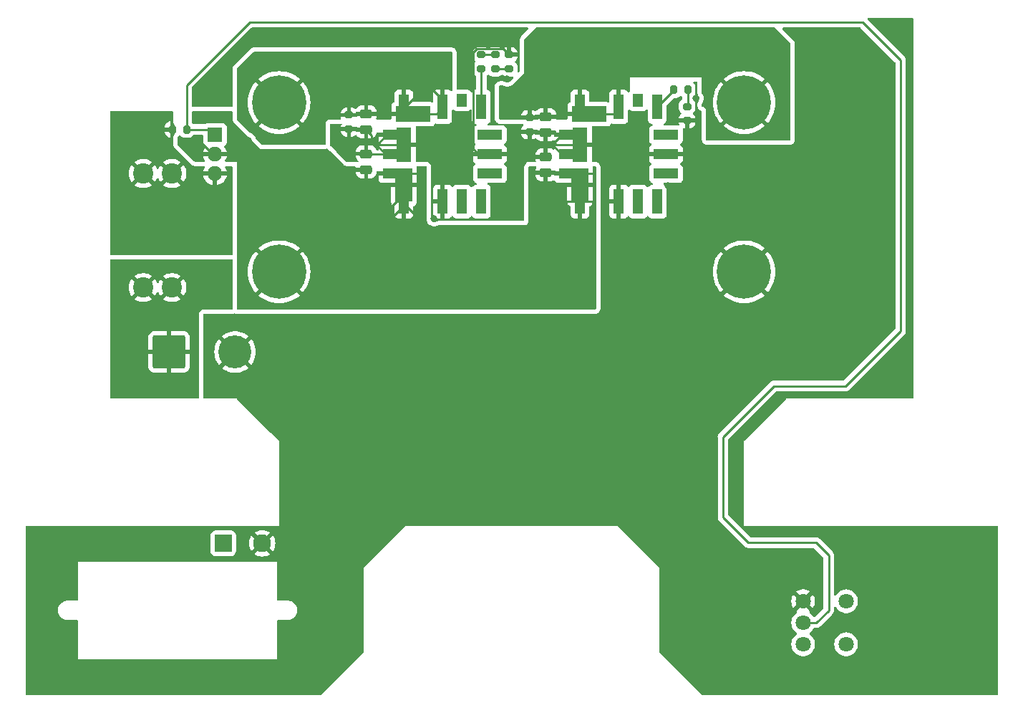
<source format=gbr>
%TF.GenerationSoftware,KiCad,Pcbnew,7.0.9*%
%TF.CreationDate,2025-01-29T10:13:39+09:00*%
%TF.ProjectId,05-PWR,30352d50-5752-42e6-9b69-6361645f7063,rev?*%
%TF.SameCoordinates,Original*%
%TF.FileFunction,Copper,L1,Top*%
%TF.FilePolarity,Positive*%
%FSLAX46Y46*%
G04 Gerber Fmt 4.6, Leading zero omitted, Abs format (unit mm)*
G04 Created by KiCad (PCBNEW 7.0.9) date 2025-01-29 10:13:39*
%MOMM*%
%LPD*%
G01*
G04 APERTURE LIST*
G04 Aperture macros list*
%AMRoundRect*
0 Rectangle with rounded corners*
0 $1 Rounding radius*
0 $2 $3 $4 $5 $6 $7 $8 $9 X,Y pos of 4 corners*
0 Add a 4 corners polygon primitive as box body*
4,1,4,$2,$3,$4,$5,$6,$7,$8,$9,$2,$3,0*
0 Add four circle primitives for the rounded corners*
1,1,$1+$1,$2,$3*
1,1,$1+$1,$4,$5*
1,1,$1+$1,$6,$7*
1,1,$1+$1,$8,$9*
0 Add four rect primitives between the rounded corners*
20,1,$1+$1,$2,$3,$4,$5,0*
20,1,$1+$1,$4,$5,$6,$7,0*
20,1,$1+$1,$6,$7,$8,$9,0*
20,1,$1+$1,$8,$9,$2,$3,0*%
G04 Aperture macros list end*
%TA.AperFunction,SMDPad,CuDef*%
%ADD10RoundRect,0.250000X0.475000X-0.250000X0.475000X0.250000X-0.475000X0.250000X-0.475000X-0.250000X0*%
%TD*%
%TA.AperFunction,ComponentPad*%
%ADD11C,2.400000*%
%TD*%
%TA.AperFunction,SMDPad,CuDef*%
%ADD12RoundRect,0.200000X-0.200000X-0.275000X0.200000X-0.275000X0.200000X0.275000X-0.200000X0.275000X0*%
%TD*%
%TA.AperFunction,ComponentPad*%
%ADD13C,0.800000*%
%TD*%
%TA.AperFunction,ComponentPad*%
%ADD14C,6.400000*%
%TD*%
%TA.AperFunction,SMDPad,CuDef*%
%ADD15RoundRect,0.200000X-0.275000X0.200000X-0.275000X-0.200000X0.275000X-0.200000X0.275000X0.200000X0*%
%TD*%
%TA.AperFunction,SMDPad,CuDef*%
%ADD16RoundRect,0.200000X0.275000X-0.200000X0.275000X0.200000X-0.275000X0.200000X-0.275000X-0.200000X0*%
%TD*%
%TA.AperFunction,SMDPad,CuDef*%
%ADD17R,1.200000X3.000000*%
%TD*%
%TA.AperFunction,SMDPad,CuDef*%
%ADD18R,2.000000X4.000000*%
%TD*%
%TA.AperFunction,SMDPad,CuDef*%
%ADD19R,3.000000X1.200000*%
%TD*%
%TA.AperFunction,SMDPad,CuDef*%
%ADD20R,1.770000X4.112100*%
%TD*%
%TA.AperFunction,SMDPad,CuDef*%
%ADD21R,4.170000X1.862000*%
%TD*%
%TA.AperFunction,SMDPad,CuDef*%
%ADD22R,1.200000X1.500000*%
%TD*%
%TA.AperFunction,ComponentPad*%
%ADD23R,1.800000X1.717500*%
%TD*%
%TA.AperFunction,ComponentPad*%
%ADD24O,1.800000X1.717500*%
%TD*%
%TA.AperFunction,ComponentPad*%
%ADD25C,1.800000*%
%TD*%
%TA.AperFunction,SMDPad,CuDef*%
%ADD26RoundRect,0.250000X-0.475000X0.250000X-0.475000X-0.250000X0.475000X-0.250000X0.475000X0.250000X0*%
%TD*%
%TA.AperFunction,ComponentPad*%
%ADD27RoundRect,0.250002X-1.699998X-1.699998X1.699998X-1.699998X1.699998X1.699998X-1.699998X1.699998X0*%
%TD*%
%TA.AperFunction,ComponentPad*%
%ADD28C,3.900000*%
%TD*%
%TA.AperFunction,ComponentPad*%
%ADD29RoundRect,0.250001X-0.799999X-0.799999X0.799999X-0.799999X0.799999X0.799999X-0.799999X0.799999X0*%
%TD*%
%TA.AperFunction,ComponentPad*%
%ADD30C,2.100000*%
%TD*%
%TA.AperFunction,ViaPad*%
%ADD31C,0.800000*%
%TD*%
%TA.AperFunction,Conductor*%
%ADD32C,0.250000*%
%TD*%
G04 APERTURE END LIST*
D10*
%TO.P,C1,1*%
%TO.N,VDD*%
X60298000Y-87950000D03*
%TO.P,C1,2*%
%TO.N,GND*%
X60298000Y-86050000D03*
%TD*%
%TO.P,C2,1*%
%TO.N,VDD*%
X81526000Y-88330000D03*
%TO.P,C2,2*%
%TO.N,GND*%
X81526000Y-86430000D03*
%TD*%
D11*
%TO.P,F1,1*%
%TO.N,Net-(Q1-S)*%
X37338000Y-88384000D03*
X33938000Y-88384000D03*
%TO.P,F1,2*%
%TO.N,Net-(J2-Pin_1)*%
X37338000Y-101854000D03*
X33938000Y-101854000D03*
%TD*%
D12*
%TO.P,R8,1*%
%TO.N,Net-(Q1-S)*%
X37402000Y-83185000D03*
%TO.P,R8,2*%
%TO.N,Net-(Q1-G)*%
X39052000Y-83185000D03*
%TD*%
D13*
%TO.P,H2,1,1*%
%TO.N,GND*%
X102600000Y-100000000D03*
X103302944Y-98302944D03*
X103302944Y-101697056D03*
X105000000Y-97600000D03*
D14*
X105000000Y-100000000D03*
D13*
X105000000Y-102400000D03*
X106697056Y-98302944D03*
X106697056Y-101697056D03*
X107400000Y-100000000D03*
%TD*%
D15*
%TO.P,R6,1*%
%TO.N,+3V3*%
X79621000Y-81795000D03*
%TO.P,R6,2*%
%TO.N,GND*%
X79621000Y-83445000D03*
%TD*%
D16*
%TO.P,R3,1*%
%TO.N,Net-(R2-Pad2)*%
X77216000Y-76009000D03*
%TO.P,R3,2*%
%TO.N,GND*%
X77216000Y-74359000D03*
%TD*%
D15*
%TO.P,R7,1*%
%TO.N,+5V*%
X58266000Y-81476000D03*
%TO.P,R7,2*%
%TO.N,GND*%
X58266000Y-83126000D03*
%TD*%
D12*
%TO.P,R4,1*%
%TO.N,Net-(U1-Trim)*%
X96675000Y-78500000D03*
%TO.P,R4,2*%
%TO.N,Net-(R4-Pad2)*%
X98325000Y-78500000D03*
%TD*%
D17*
%TO.P,U2,1,ON/OFF*%
%TO.N,GND*%
X69342000Y-91706000D03*
%TO.P,U2,2,Vin*%
%TO.N,VDD*%
X64762000Y-91706000D03*
D18*
X64762000Y-89763600D03*
D19*
X63742000Y-88396000D03*
%TO.P,U2,3,GND*%
%TO.N,GND*%
X63742000Y-86106000D03*
D20*
X64762000Y-84958650D03*
D19*
X63742000Y-83816000D03*
D21*
%TO.P,U2,4,Vout*%
%TO.N,+5V*%
X65862200Y-81381600D03*
D17*
X64762000Y-80506000D03*
%TO.P,U2,5,Sense*%
X69342000Y-80506000D03*
%TO.P,U2,6,Trim*%
%TO.N,Net-(U2-Trim)*%
X73922000Y-80506000D03*
D19*
%TO.P,U2,7,GND*%
%TO.N,GND*%
X74942000Y-86106000D03*
%TO.P,U2,8,N.C.*%
%TO.N,unconnected-(U2-N.C.-Pad8)*%
X74942000Y-88396000D03*
D17*
%TO.P,U2,9,Sequence*%
%TO.N,unconnected-(U2-Sequence-Pad9)*%
X73922000Y-91706000D03*
%TO.P,U2,10,PGOOD*%
%TO.N,unconnected-(U2-PGOOD-Pad10)*%
X71632000Y-91706000D03*
D22*
%TO.P,U2,11,N.C.*%
%TO.N,unconnected-(U2-N.C.-Pad11)*%
X71632000Y-79756000D03*
D19*
%TO.P,U2,12,N.C.*%
%TO.N,unconnected-(U2-N.C.-Pad12)*%
X74942000Y-83816000D03*
%TD*%
D23*
%TO.P,Q1,1,G*%
%TO.N,Net-(Q1-G)*%
X42418000Y-83812000D03*
D24*
%TO.P,Q1,2,D*%
%TO.N,VDD*%
X42418000Y-86102000D03*
%TO.P,Q1,3,S*%
%TO.N,Net-(Q1-S)*%
X42418000Y-88392000D03*
%TD*%
D13*
%TO.P,H4,1,1*%
%TO.N,+5V*%
X47600000Y-80000000D03*
X48302944Y-78302944D03*
X48302944Y-81697056D03*
X50000000Y-77600000D03*
D14*
X50000000Y-80000000D03*
D13*
X50000000Y-82400000D03*
X51697056Y-78302944D03*
X51697056Y-81697056D03*
X52400000Y-80000000D03*
%TD*%
D25*
%TO.P,SW1,*%
%TO.N,*%
X117059859Y-144000000D03*
X117059859Y-138920000D03*
%TO.P,SW1,1,A*%
%TO.N,GND*%
X111979859Y-138920000D03*
%TO.P,SW1,2,B*%
%TO.N,Net-(Q1-G)*%
X111979859Y-141460000D03*
%TO.P,SW1,3*%
%TO.N,N/C*%
X111979859Y-144000000D03*
%TD*%
D26*
%TO.P,C4,1*%
%TO.N,+5V*%
X60298000Y-81351000D03*
%TO.P,C4,2*%
%TO.N,GND*%
X60298000Y-83251000D03*
%TD*%
D13*
%TO.P,H1,1,1*%
%TO.N,VDD*%
X47600000Y-100000000D03*
X48302944Y-98302944D03*
X48302944Y-101697056D03*
X50000000Y-97600000D03*
D14*
X50000000Y-100000000D03*
D13*
X50000000Y-102400000D03*
X51697056Y-98302944D03*
X51697056Y-101697056D03*
X52400000Y-100000000D03*
%TD*%
D27*
%TO.P,J2,1,Pin_1*%
%TO.N,Net-(J2-Pin_1)*%
X36994000Y-109474000D03*
D28*
%TO.P,J2,2,Pin_2*%
%TO.N,GND*%
X44794000Y-109474000D03*
%TD*%
D15*
%TO.P,R5,1*%
%TO.N,Net-(R4-Pad2)*%
X98262000Y-80469000D03*
%TO.P,R5,2*%
%TO.N,GND*%
X98262000Y-82119000D03*
%TD*%
D26*
%TO.P,C3,1*%
%TO.N,+3V3*%
X81526000Y-81670000D03*
%TO.P,C3,2*%
%TO.N,GND*%
X81526000Y-83570000D03*
%TD*%
D13*
%TO.P,H3,1,1*%
%TO.N,+3V3*%
X102600000Y-80000000D03*
X103302944Y-78302944D03*
X103302944Y-81697056D03*
X105000000Y-77600000D03*
D14*
X105000000Y-80000000D03*
D13*
X105000000Y-82400000D03*
X106697056Y-78302944D03*
X106697056Y-81697056D03*
X107400000Y-80000000D03*
%TD*%
D15*
%TO.P,R2,1*%
%TO.N,Net-(R1-Pad2)*%
X75565000Y-74359000D03*
%TO.P,R2,2*%
%TO.N,Net-(R2-Pad2)*%
X75565000Y-76009000D03*
%TD*%
D16*
%TO.P,R1,1*%
%TO.N,Net-(U2-Trim)*%
X73914000Y-76009000D03*
%TO.P,R1,2*%
%TO.N,Net-(R1-Pad2)*%
X73914000Y-74359000D03*
%TD*%
D29*
%TO.P,J1,1,Pin_1*%
%TO.N,VDD*%
X43406000Y-132080000D03*
D30*
%TO.P,J1,2,Pin_2*%
%TO.N,GND*%
X48006000Y-132080000D03*
%TD*%
D17*
%TO.P,U1,1,ON/OFF*%
%TO.N,GND*%
X90170000Y-91706000D03*
%TO.P,U1,2,Vin*%
%TO.N,VDD*%
X85590000Y-91706000D03*
D18*
X85590000Y-89763600D03*
D19*
X84570000Y-88396000D03*
%TO.P,U1,3,GND*%
%TO.N,GND*%
X84570000Y-86106000D03*
D20*
X85590000Y-84958650D03*
D19*
X84570000Y-83816000D03*
D21*
%TO.P,U1,4,Vout*%
%TO.N,+3V3*%
X86690200Y-81381600D03*
D17*
X85590000Y-80506000D03*
%TO.P,U1,5,Sense*%
X90170000Y-80506000D03*
%TO.P,U1,6,Trim*%
%TO.N,Net-(U1-Trim)*%
X94750000Y-80506000D03*
D19*
%TO.P,U1,7,GND*%
%TO.N,GND*%
X95770000Y-86106000D03*
%TO.P,U1,8,N.C.*%
%TO.N,unconnected-(U1-N.C.-Pad8)*%
X95770000Y-88396000D03*
D17*
%TO.P,U1,9,Sequence*%
%TO.N,unconnected-(U1-Sequence-Pad9)*%
X94750000Y-91706000D03*
%TO.P,U1,10,PGOOD*%
%TO.N,unconnected-(U1-PGOOD-Pad10)*%
X92460000Y-91706000D03*
D22*
%TO.P,U1,11,N.C.*%
%TO.N,unconnected-(U1-N.C.-Pad11)*%
X92460000Y-79756000D03*
D19*
%TO.P,U1,12,N.C.*%
%TO.N,unconnected-(U1-N.C.-Pad12)*%
X95770000Y-83816000D03*
%TD*%
D31*
%TO.N,GND*%
X111650000Y-85200000D03*
X88650000Y-89000000D03*
X68150000Y-86650000D03*
%TO.N,VDD*%
X40500000Y-84500000D03*
X45550000Y-85250000D03*
X38500000Y-84500000D03*
X46355000Y-84455000D03*
%TO.N,GND*%
X56515000Y-82931000D03*
X132969000Y-131572000D03*
X120904000Y-70612000D03*
X47117000Y-71755000D03*
X104140000Y-128016000D03*
X71501000Y-81788000D03*
X124206000Y-108331000D03*
X21336000Y-131064000D03*
X96012000Y-89789000D03*
X42291000Y-114046000D03*
X68326000Y-93726000D03*
X121920000Y-106553000D03*
X88265000Y-125984000D03*
X101727000Y-147828000D03*
X66421000Y-126111000D03*
X110490000Y-71501000D03*
X75692000Y-93345000D03*
X116332000Y-111887000D03*
X93599000Y-89535000D03*
X122047000Y-75565000D03*
X132588000Y-148082000D03*
X96139000Y-82296000D03*
X82296000Y-84963000D03*
X99314000Y-79502000D03*
X88138000Y-105029000D03*
X21336000Y-148590000D03*
X71882000Y-77851000D03*
X96901000Y-79883000D03*
X72771000Y-89535000D03*
X78613000Y-71501000D03*
X92456000Y-81788000D03*
X57531000Y-144780000D03*
X53213000Y-148082000D03*
X118364000Y-71755000D03*
X43815000Y-79629000D03*
X68199000Y-83185000D03*
X57531000Y-85725000D03*
X76962000Y-77216000D03*
X40259000Y-79629000D03*
X123444000Y-113538000D03*
%TD*%
D32*
%TO.N,VDD*%
X45550000Y-85250000D02*
X44698000Y-86102000D01*
X44698000Y-86102000D02*
X42418000Y-86102000D01*
X62738000Y-94234000D02*
X66802000Y-94234000D01*
X87249000Y-88392000D02*
X87249000Y-91948000D01*
X64762000Y-91706000D02*
X64762000Y-92210000D01*
X42102000Y-86102000D02*
X40500000Y-84500000D01*
X87249000Y-91948000D02*
X87007000Y-91706000D01*
X66802000Y-94234000D02*
X66929000Y-94107000D01*
X85590000Y-91706000D02*
X83427000Y-91706000D01*
X64762000Y-92210000D02*
X62738000Y-94234000D01*
X64762000Y-91940000D02*
X66294000Y-93472000D01*
X63869000Y-91706000D02*
X61468000Y-94107000D01*
X42418000Y-86102000D02*
X42102000Y-86102000D01*
X84570000Y-88396000D02*
X87245000Y-88396000D01*
X63742000Y-88396000D02*
X66671000Y-88396000D01*
X87007000Y-91706000D02*
X85590000Y-91706000D01*
X87245000Y-88396000D02*
X87249000Y-88392000D01*
X64762000Y-91706000D02*
X63869000Y-91706000D01*
X64762000Y-91706000D02*
X64762000Y-91940000D01*
X66671000Y-88396000D02*
X66802000Y-88265000D01*
X83427000Y-91706000D02*
X82931000Y-92202000D01*
%TO.N,GND*%
X84570000Y-83816000D02*
X83443000Y-83816000D01*
X77216000Y-74359000D02*
X76491000Y-73634000D01*
X64762000Y-84958650D02*
X61595000Y-84958650D01*
X84570000Y-85978650D02*
X85590000Y-84958650D01*
X82300350Y-84958650D02*
X82296000Y-84963000D01*
X85590000Y-84958650D02*
X82300350Y-84958650D01*
X73606000Y-86106000D02*
X74942000Y-86106000D01*
X72997000Y-85497000D02*
X73606000Y-86106000D01*
X83439000Y-86106000D02*
X82296000Y-84963000D01*
X63742000Y-86106000D02*
X62611000Y-86106000D01*
X63742000Y-83816000D02*
X62737650Y-83816000D01*
X60354000Y-86106000D02*
X60298000Y-86050000D01*
X76491000Y-73634000D02*
X73415996Y-73634000D01*
X62737650Y-83816000D02*
X61595000Y-84958650D01*
X72997000Y-74052996D02*
X72997000Y-85497000D01*
X83443000Y-83816000D02*
X82296000Y-84963000D01*
X60960000Y-84455000D02*
X60960000Y-83913000D01*
X60960000Y-83913000D02*
X60298000Y-83251000D01*
X61463650Y-84958650D02*
X60960000Y-84455000D01*
X84570000Y-86106000D02*
X83439000Y-86106000D01*
X62611000Y-86106000D02*
X60960000Y-84455000D01*
X61595000Y-84958650D02*
X61463650Y-84958650D01*
X84570000Y-86106000D02*
X84570000Y-85978650D01*
X63742000Y-86106000D02*
X60354000Y-86106000D01*
X73415996Y-73634000D02*
X72997000Y-74052996D01*
%TO.N,+3V3*%
X90170000Y-80899000D02*
X89662000Y-81407000D01*
X89662000Y-81407000D02*
X89636600Y-81381600D01*
X90170000Y-80506000D02*
X90170000Y-80899000D01*
X89636600Y-81381600D02*
X86690200Y-81381600D01*
%TO.N,+5V*%
X68605400Y-81381600D02*
X65862200Y-81381600D01*
X69342000Y-80506000D02*
X69342000Y-79629000D01*
X69342000Y-80506000D02*
X69342000Y-80645000D01*
X69342000Y-79629000D02*
X67564000Y-77851000D01*
X64909000Y-80506000D02*
X64762000Y-80506000D01*
X69342000Y-80645000D02*
X68605400Y-81381600D01*
X67564000Y-77851000D02*
X64909000Y-80506000D01*
%TO.N,Net-(Q1-G)*%
X105500000Y-132000000D02*
X113500000Y-132000000D01*
X119000000Y-70500000D02*
X123500000Y-75000000D01*
X115000000Y-133500000D02*
X115000000Y-140000000D01*
X39052000Y-77948000D02*
X46500000Y-70500000D01*
X113500000Y-132000000D02*
X115000000Y-133500000D01*
X123500000Y-107000000D02*
X117000000Y-113500000D01*
X102500000Y-129000000D02*
X105500000Y-132000000D01*
X115000000Y-140000000D02*
X113540000Y-141460000D01*
X123500000Y-75000000D02*
X123500000Y-107000000D01*
X39052000Y-83185000D02*
X41791000Y-83185000D01*
X46500000Y-70500000D02*
X119000000Y-70500000D01*
X41791000Y-83185000D02*
X42418000Y-83812000D01*
X117000000Y-113500000D02*
X108500000Y-113500000D01*
X108500000Y-113500000D02*
X102500000Y-119500000D01*
X102500000Y-119500000D02*
X102500000Y-129000000D01*
X39052000Y-83185000D02*
X39052000Y-77948000D01*
X113540000Y-141460000D02*
X111979859Y-141460000D01*
%TO.N,Net-(U2-Trim)*%
X73922000Y-76017000D02*
X73914000Y-76009000D01*
X73922000Y-80506000D02*
X73922000Y-76017000D01*
%TO.N,Net-(R1-Pad2)*%
X73914000Y-74359000D02*
X75565000Y-74359000D01*
%TO.N,Net-(R2-Pad2)*%
X75565000Y-76009000D02*
X77216000Y-76009000D01*
%TO.N,Net-(U1-Trim)*%
X94750000Y-80506000D02*
X96675000Y-78581000D01*
X96675000Y-78581000D02*
X96675000Y-78500000D01*
%TO.N,Net-(R4-Pad2)*%
X98325000Y-80406000D02*
X98262000Y-80469000D01*
X98325000Y-78500000D02*
X98325000Y-80406000D01*
%TD*%
%TA.AperFunction,Conductor*%
%TO.N,+3V3*%
G36*
X106856420Y-81502867D02*
G01*
X106794601Y-81461561D01*
X106721680Y-81447056D01*
X106672432Y-81447056D01*
X106599511Y-81461561D01*
X106516816Y-81516816D01*
X106461561Y-81599511D01*
X106442158Y-81697056D01*
X106461561Y-81794601D01*
X106502867Y-81856420D01*
X105944180Y-81297733D01*
X106134870Y-81134870D01*
X106297733Y-80944180D01*
X106856420Y-81502867D01*
G37*
%TD.AperFunction*%
%TA.AperFunction,Conductor*%
G36*
X103865130Y-81134870D02*
G01*
X104055819Y-81297733D01*
X103497135Y-81856416D01*
X103538439Y-81794601D01*
X103557842Y-81697056D01*
X103538439Y-81599511D01*
X103483184Y-81516816D01*
X103400489Y-81461561D01*
X103327568Y-81447056D01*
X103278320Y-81447056D01*
X103205399Y-81461561D01*
X103143577Y-81502868D01*
X103702266Y-80944180D01*
X103865130Y-81134870D01*
G37*
%TD.AperFunction*%
%TA.AperFunction,Conductor*%
G36*
X104055819Y-78702266D02*
G01*
X103865130Y-78865130D01*
X103702266Y-79055818D01*
X103143582Y-78497134D01*
X103205399Y-78538439D01*
X103278320Y-78552944D01*
X103327568Y-78552944D01*
X103400489Y-78538439D01*
X103483184Y-78483184D01*
X103538439Y-78400489D01*
X103557842Y-78302944D01*
X103538439Y-78205399D01*
X103497133Y-78143581D01*
X104055819Y-78702266D01*
G37*
%TD.AperFunction*%
%TA.AperFunction,Conductor*%
G36*
X106461561Y-78205399D02*
G01*
X106442158Y-78302944D01*
X106461561Y-78400489D01*
X106516816Y-78483184D01*
X106599511Y-78538439D01*
X106672432Y-78552944D01*
X106721680Y-78552944D01*
X106794601Y-78538439D01*
X106856415Y-78497135D01*
X106297732Y-79055818D01*
X106134870Y-78865130D01*
X105944180Y-78702266D01*
X106502867Y-78143578D01*
X106461561Y-78205399D01*
G37*
%TD.AperFunction*%
%TA.AperFunction,Conductor*%
G36*
X108641177Y-71145185D02*
G01*
X108661819Y-71161819D01*
X110463681Y-72963681D01*
X110497166Y-73025004D01*
X110500000Y-73051362D01*
X110500000Y-84370500D01*
X110480315Y-84437539D01*
X110427511Y-84483294D01*
X110376000Y-84494500D01*
X100629500Y-84494500D01*
X100562461Y-84474815D01*
X100516706Y-84422011D01*
X100505500Y-84370500D01*
X100505500Y-81000000D01*
X100500355Y-80928059D01*
X100490647Y-80894999D01*
X100459819Y-80790008D01*
X100430762Y-80744794D01*
X100382032Y-80668969D01*
X100382028Y-80668965D01*
X100273299Y-80574750D01*
X100273297Y-80574748D01*
X100273294Y-80574746D01*
X100273290Y-80574744D01*
X100142417Y-80514976D01*
X100106351Y-80509790D01*
X100042796Y-80480763D01*
X100005022Y-80421985D01*
X100000000Y-80387052D01*
X100000000Y-80133495D01*
X100019685Y-80066456D01*
X100031847Y-80050525D01*
X100046533Y-80034216D01*
X100066288Y-80000000D01*
X101294922Y-80000000D01*
X101315219Y-80387287D01*
X101375886Y-80770323D01*
X101375887Y-80770330D01*
X101476262Y-81144936D01*
X101615244Y-81506994D01*
X101791310Y-81852543D01*
X102002531Y-82177793D01*
X102211095Y-82435350D01*
X102211096Y-82435350D01*
X103108756Y-81537689D01*
X103067449Y-81599511D01*
X103048046Y-81697056D01*
X103067449Y-81794601D01*
X103122704Y-81877296D01*
X103205399Y-81932551D01*
X103278320Y-81947056D01*
X103327568Y-81947056D01*
X103400489Y-81932551D01*
X103462304Y-81891247D01*
X102564648Y-82788903D01*
X102564649Y-82788904D01*
X102822206Y-82997468D01*
X103147456Y-83208689D01*
X103493005Y-83384755D01*
X103855063Y-83523737D01*
X104229669Y-83624112D01*
X104229676Y-83624113D01*
X104612712Y-83684780D01*
X104999999Y-83705078D01*
X105000001Y-83705078D01*
X105387287Y-83684780D01*
X105770323Y-83624113D01*
X105770330Y-83624112D01*
X106144936Y-83523737D01*
X106506994Y-83384755D01*
X106852543Y-83208689D01*
X107177783Y-82997476D01*
X107177785Y-82997475D01*
X107435349Y-82788902D01*
X106537691Y-81891244D01*
X106599511Y-81932551D01*
X106672432Y-81947056D01*
X106721680Y-81947056D01*
X106794601Y-81932551D01*
X106877296Y-81877296D01*
X106932551Y-81794601D01*
X106951954Y-81697056D01*
X106932551Y-81599511D01*
X106891244Y-81537691D01*
X107788902Y-82435349D01*
X107997475Y-82177785D01*
X107997476Y-82177783D01*
X108208689Y-81852543D01*
X108384755Y-81506994D01*
X108523737Y-81144936D01*
X108624112Y-80770330D01*
X108624113Y-80770323D01*
X108684780Y-80387287D01*
X108705078Y-80000000D01*
X108705078Y-79999999D01*
X108684780Y-79612712D01*
X108624113Y-79229676D01*
X108624112Y-79229669D01*
X108523737Y-78855063D01*
X108384755Y-78493005D01*
X108208689Y-78147456D01*
X107997468Y-77822206D01*
X107788904Y-77564649D01*
X107788903Y-77564648D01*
X106891247Y-78462303D01*
X106932551Y-78400489D01*
X106951954Y-78302944D01*
X106932551Y-78205399D01*
X106877296Y-78122704D01*
X106794601Y-78067449D01*
X106721680Y-78052944D01*
X106672432Y-78052944D01*
X106599511Y-78067449D01*
X106537690Y-78108755D01*
X107435350Y-77211096D01*
X107435350Y-77211095D01*
X107177793Y-77002531D01*
X106852543Y-76791310D01*
X106506994Y-76615244D01*
X106144936Y-76476262D01*
X105770330Y-76375887D01*
X105770323Y-76375886D01*
X105387287Y-76315219D01*
X105000001Y-76294922D01*
X104999999Y-76294922D01*
X104612712Y-76315219D01*
X104229676Y-76375886D01*
X104229669Y-76375887D01*
X103855063Y-76476262D01*
X103493005Y-76615244D01*
X103147456Y-76791310D01*
X102822206Y-77002531D01*
X102564648Y-77211095D01*
X102564648Y-77211096D01*
X103462306Y-78108754D01*
X103400489Y-78067449D01*
X103327568Y-78052944D01*
X103278320Y-78052944D01*
X103205399Y-78067449D01*
X103122704Y-78122704D01*
X103067449Y-78205399D01*
X103048046Y-78302944D01*
X103067449Y-78400489D01*
X103108753Y-78462305D01*
X102211096Y-77564648D01*
X102211095Y-77564648D01*
X102002531Y-77822206D01*
X101791310Y-78147456D01*
X101615244Y-78493005D01*
X101476262Y-78855063D01*
X101375887Y-79229669D01*
X101375886Y-79229676D01*
X101315219Y-79612712D01*
X101294922Y-79999999D01*
X101294922Y-80000000D01*
X100066288Y-80000000D01*
X100141179Y-79870284D01*
X100199674Y-79690256D01*
X100219460Y-79502000D01*
X100199674Y-79313744D01*
X100141179Y-79133716D01*
X100046533Y-78969784D01*
X100037904Y-78960200D01*
X100031848Y-78953474D01*
X100001620Y-78890482D01*
X100000000Y-78870504D01*
X100000000Y-77000000D01*
X91500000Y-77000000D01*
X91500000Y-78610460D01*
X91480315Y-78677499D01*
X91475266Y-78684772D01*
X91413953Y-78766674D01*
X91358019Y-78808544D01*
X91288327Y-78813528D01*
X91227004Y-78780042D01*
X91215420Y-78766673D01*
X91127186Y-78648809D01*
X91012093Y-78562649D01*
X91012086Y-78562645D01*
X90877379Y-78512403D01*
X90877372Y-78512401D01*
X90817844Y-78506000D01*
X90420000Y-78506000D01*
X90420000Y-80632000D01*
X90400315Y-80699039D01*
X90347511Y-80744794D01*
X90296000Y-80756000D01*
X90044000Y-80756000D01*
X89976961Y-80736315D01*
X89931206Y-80683511D01*
X89920000Y-80632000D01*
X89920000Y-78506000D01*
X89522155Y-78506000D01*
X89462627Y-78512401D01*
X89462620Y-78512403D01*
X89327913Y-78562645D01*
X89327906Y-78562649D01*
X89212812Y-78648809D01*
X89212809Y-78648812D01*
X89126649Y-78763906D01*
X89126645Y-78763913D01*
X89076403Y-78898620D01*
X89076401Y-78898627D01*
X89070000Y-78958155D01*
X89070000Y-79848313D01*
X89050315Y-79915352D01*
X88997511Y-79961107D01*
X88928353Y-79971051D01*
X88902668Y-79964495D01*
X88882583Y-79957003D01*
X88882572Y-79957001D01*
X88823044Y-79950600D01*
X86814000Y-79950600D01*
X86746961Y-79930915D01*
X86701206Y-79878111D01*
X86690000Y-79826600D01*
X86690000Y-78958172D01*
X86689999Y-78958155D01*
X86683598Y-78898627D01*
X86683596Y-78898620D01*
X86633354Y-78763913D01*
X86633350Y-78763906D01*
X86547190Y-78648812D01*
X86547187Y-78648809D01*
X86432093Y-78562649D01*
X86432086Y-78562645D01*
X86297379Y-78512403D01*
X86297372Y-78512401D01*
X86237844Y-78506000D01*
X85840000Y-78506000D01*
X85840000Y-80632000D01*
X85820315Y-80699039D01*
X85767511Y-80744794D01*
X85716000Y-80756000D01*
X85464000Y-80756000D01*
X85396961Y-80736315D01*
X85351206Y-80683511D01*
X85340000Y-80632000D01*
X85340000Y-78506000D01*
X84942155Y-78506000D01*
X84882627Y-78512401D01*
X84882620Y-78512403D01*
X84747913Y-78562645D01*
X84747906Y-78562649D01*
X84632812Y-78648809D01*
X84632809Y-78648812D01*
X84546649Y-78763906D01*
X84546645Y-78763913D01*
X84496403Y-78898620D01*
X84496401Y-78898627D01*
X84490000Y-78958155D01*
X84490000Y-79873825D01*
X84470315Y-79940864D01*
X84417511Y-79986619D01*
X84409335Y-79990006D01*
X84363108Y-80007247D01*
X84363107Y-80007248D01*
X84248012Y-80093409D01*
X84248009Y-80093412D01*
X84161849Y-80208506D01*
X84161845Y-80208513D01*
X84111603Y-80343220D01*
X84111601Y-80343227D01*
X84105200Y-80402755D01*
X84105200Y-81131600D01*
X86816200Y-81131600D01*
X86883239Y-81151285D01*
X86928994Y-81204089D01*
X86940200Y-81255600D01*
X86940200Y-81507600D01*
X86920515Y-81574639D01*
X86867711Y-81620394D01*
X86816200Y-81631600D01*
X84105200Y-81631600D01*
X84105200Y-81870500D01*
X84085515Y-81937539D01*
X84032711Y-81983294D01*
X83981200Y-81994500D01*
X82875000Y-81994500D01*
X82807961Y-81974815D01*
X82789791Y-81953846D01*
X82787319Y-81956319D01*
X82751000Y-81920000D01*
X80636000Y-81920000D01*
X80636000Y-81921000D01*
X80616315Y-81988039D01*
X80563511Y-82033794D01*
X80512000Y-82045000D01*
X79095476Y-82045000D01*
X79043964Y-82033794D01*
X79002760Y-82014976D01*
X79002756Y-82014975D01*
X78860342Y-81994500D01*
X76124000Y-81994500D01*
X76056961Y-81974815D01*
X76011206Y-81922011D01*
X76000000Y-81870500D01*
X76000000Y-81545000D01*
X78646000Y-81545000D01*
X79371000Y-81545000D01*
X79871000Y-81545000D01*
X80261000Y-81545000D01*
X80261000Y-81544000D01*
X80280685Y-81476961D01*
X80333489Y-81431206D01*
X80385000Y-81420000D01*
X81276000Y-81420000D01*
X81276000Y-80670000D01*
X81776000Y-80670000D01*
X81776000Y-81420000D01*
X82750999Y-81420000D01*
X82750999Y-81370028D01*
X82750998Y-81370013D01*
X82740505Y-81267302D01*
X82685358Y-81100880D01*
X82685356Y-81100875D01*
X82593315Y-80951654D01*
X82469345Y-80827684D01*
X82320124Y-80735643D01*
X82320119Y-80735641D01*
X82153697Y-80680494D01*
X82153690Y-80680493D01*
X82050986Y-80670000D01*
X81776000Y-80670000D01*
X81276000Y-80670000D01*
X81001029Y-80670000D01*
X81001012Y-80670001D01*
X80898302Y-80680494D01*
X80731880Y-80735641D01*
X80731875Y-80735643D01*
X80582657Y-80827682D01*
X80458680Y-80951658D01*
X80448826Y-80967634D01*
X80396877Y-81014357D01*
X80327914Y-81025577D01*
X80279140Y-81008651D01*
X80185395Y-80951980D01*
X80185396Y-80951980D01*
X80023105Y-80901409D01*
X80023106Y-80901409D01*
X79952572Y-80895000D01*
X79871000Y-80895000D01*
X79871000Y-81545000D01*
X79371000Y-81545000D01*
X79371000Y-80895000D01*
X79370999Y-80894999D01*
X79289417Y-80895000D01*
X79218897Y-80901408D01*
X79218892Y-80901409D01*
X79056603Y-80951981D01*
X78911122Y-81039927D01*
X78790927Y-81160122D01*
X78702980Y-81305604D01*
X78652409Y-81467893D01*
X78646000Y-81538427D01*
X78646000Y-81545000D01*
X76000000Y-81545000D01*
X76000000Y-78124000D01*
X76019685Y-78056961D01*
X76072489Y-78011206D01*
X76124000Y-78000000D01*
X76482573Y-78000000D01*
X76533009Y-78010721D01*
X76682192Y-78077142D01*
X76682197Y-78077144D01*
X76867354Y-78116500D01*
X76867355Y-78116500D01*
X77056644Y-78116500D01*
X77056646Y-78116500D01*
X77241803Y-78077144D01*
X77287134Y-78056961D01*
X77390991Y-78010721D01*
X77441427Y-78000000D01*
X77500000Y-78000000D01*
X79000000Y-76500000D01*
X79000000Y-72551362D01*
X79019685Y-72484323D01*
X79036319Y-72463681D01*
X80338181Y-71161819D01*
X80399504Y-71128334D01*
X80425862Y-71125500D01*
X108574138Y-71125500D01*
X108641177Y-71145185D01*
G37*
%TD.AperFunction*%
%TD*%
%TA.AperFunction,Conductor*%
%TO.N,GND*%
G36*
X106856420Y-101502867D02*
G01*
X106794601Y-101461561D01*
X106721680Y-101447056D01*
X106672432Y-101447056D01*
X106599511Y-101461561D01*
X106516816Y-101516816D01*
X106461561Y-101599511D01*
X106442158Y-101697056D01*
X106461561Y-101794601D01*
X106502867Y-101856420D01*
X105944180Y-101297733D01*
X106134870Y-101134870D01*
X106297733Y-100944180D01*
X106856420Y-101502867D01*
G37*
%TD.AperFunction*%
%TA.AperFunction,Conductor*%
G36*
X103865130Y-101134870D02*
G01*
X104055819Y-101297733D01*
X103497135Y-101856416D01*
X103538439Y-101794601D01*
X103557842Y-101697056D01*
X103538439Y-101599511D01*
X103483184Y-101516816D01*
X103400489Y-101461561D01*
X103327568Y-101447056D01*
X103278320Y-101447056D01*
X103205399Y-101461561D01*
X103143577Y-101502868D01*
X103702266Y-100944180D01*
X103865130Y-101134870D01*
G37*
%TD.AperFunction*%
%TA.AperFunction,Conductor*%
G36*
X104055819Y-98702266D02*
G01*
X103865130Y-98865130D01*
X103702266Y-99055818D01*
X103143582Y-98497134D01*
X103205399Y-98538439D01*
X103278320Y-98552944D01*
X103327568Y-98552944D01*
X103400489Y-98538439D01*
X103483184Y-98483184D01*
X103538439Y-98400489D01*
X103557842Y-98302944D01*
X103538439Y-98205399D01*
X103497133Y-98143581D01*
X104055819Y-98702266D01*
G37*
%TD.AperFunction*%
%TA.AperFunction,Conductor*%
G36*
X106461561Y-98205399D02*
G01*
X106442158Y-98302944D01*
X106461561Y-98400489D01*
X106516816Y-98483184D01*
X106599511Y-98538439D01*
X106672432Y-98552944D01*
X106721680Y-98552944D01*
X106794601Y-98538439D01*
X106856415Y-98497135D01*
X106297732Y-99055818D01*
X106134870Y-98865130D01*
X105944180Y-98702266D01*
X106502867Y-98143578D01*
X106461561Y-98205399D01*
G37*
%TD.AperFunction*%
%TA.AperFunction,Conductor*%
G36*
X97399372Y-81050992D02*
G01*
X97431530Y-81104188D01*
X97534015Y-81206673D01*
X97567500Y-81267996D01*
X97562516Y-81337688D01*
X97534015Y-81382035D01*
X97431928Y-81484121D01*
X97431927Y-81484122D01*
X97343980Y-81629604D01*
X97293409Y-81791893D01*
X97287000Y-81862427D01*
X97287000Y-81869000D01*
X99236999Y-81869000D01*
X99236999Y-81862417D01*
X99230591Y-81791897D01*
X99230590Y-81791892D01*
X99180018Y-81629603D01*
X99092072Y-81484122D01*
X98989984Y-81382034D01*
X98956499Y-81320711D01*
X98961483Y-81251019D01*
X98989983Y-81206673D01*
X99092472Y-81104185D01*
X99155454Y-81000000D01*
X100000000Y-81000000D01*
X100000000Y-85000000D01*
X115000000Y-85000000D01*
X115000000Y-107000000D01*
X104000000Y-107000000D01*
X101500000Y-109500000D01*
X101500000Y-130000000D01*
X105500000Y-134000000D01*
X114374500Y-134000000D01*
X114374500Y-139689547D01*
X114354815Y-139756586D01*
X114338181Y-139777228D01*
X114115409Y-140000000D01*
X112706306Y-140000000D01*
X112147626Y-139441320D01*
X112265695Y-139390037D01*
X112381909Y-139295489D01*
X112468306Y-139173093D01*
X112499299Y-139085887D01*
X113131045Y-139717634D01*
X113215343Y-139588606D01*
X113308541Y-139376135D01*
X113365497Y-139151218D01*
X113384657Y-138920005D01*
X113384657Y-138919994D01*
X113365497Y-138688781D01*
X113308541Y-138463864D01*
X113215342Y-138251390D01*
X113131045Y-138122364D01*
X112501559Y-138751850D01*
X112498219Y-138735775D01*
X112429294Y-138602754D01*
X112327036Y-138493263D01*
X112199029Y-138415420D01*
X112145800Y-138400506D01*
X112778658Y-137767648D01*
X112778658Y-137767647D01*
X112748208Y-137743949D01*
X112544161Y-137633523D01*
X112544152Y-137633520D01*
X112324719Y-137558188D01*
X112095866Y-137520000D01*
X111863852Y-137520000D01*
X111634998Y-137558188D01*
X111415565Y-137633520D01*
X111415557Y-137633523D01*
X111211503Y-137743952D01*
X111181059Y-137767646D01*
X111181059Y-137767647D01*
X111812091Y-138398679D01*
X111694023Y-138449963D01*
X111577809Y-138544511D01*
X111491412Y-138666907D01*
X111460418Y-138754112D01*
X110828671Y-138122365D01*
X110744375Y-138251391D01*
X110744373Y-138251395D01*
X110651176Y-138463864D01*
X110594220Y-138688781D01*
X110575061Y-138919994D01*
X110575061Y-138920005D01*
X110594220Y-139151218D01*
X110651176Y-139376135D01*
X110744375Y-139588609D01*
X110828670Y-139717633D01*
X111458157Y-139088147D01*
X111461499Y-139104225D01*
X111530424Y-139237246D01*
X111632682Y-139346737D01*
X111760689Y-139424580D01*
X111813917Y-139439493D01*
X111253409Y-140000000D01*
X96500000Y-140000000D01*
X96500000Y-135000000D01*
X95000000Y-133500000D01*
X90000000Y-129000000D01*
X65000000Y-129000000D01*
X59500000Y-134000000D01*
X46000000Y-134000000D01*
X46000000Y-132080000D01*
X46451207Y-132080000D01*
X46470348Y-132323219D01*
X46527303Y-132560457D01*
X46620668Y-132785861D01*
X46744504Y-132987942D01*
X47480070Y-132252376D01*
X47482884Y-132265915D01*
X47552442Y-132400156D01*
X47655638Y-132510652D01*
X47784819Y-132589209D01*
X47836002Y-132603549D01*
X47098056Y-133341494D01*
X47300138Y-133465331D01*
X47525542Y-133558696D01*
X47762780Y-133615651D01*
X47762779Y-133615651D01*
X48006000Y-133634792D01*
X48249219Y-133615651D01*
X48486457Y-133558696D01*
X48711861Y-133465331D01*
X48913942Y-133341494D01*
X48177568Y-132605121D01*
X48294458Y-132554349D01*
X48411739Y-132458934D01*
X48498928Y-132335415D01*
X48529354Y-132249802D01*
X49267494Y-132987942D01*
X49391331Y-132785861D01*
X49484696Y-132560457D01*
X49541651Y-132323219D01*
X49560792Y-132080000D01*
X49541651Y-131836780D01*
X49484696Y-131599542D01*
X49391331Y-131374138D01*
X49267494Y-131172056D01*
X48531929Y-131907622D01*
X48529116Y-131894085D01*
X48459558Y-131759844D01*
X48356362Y-131649348D01*
X48227181Y-131570791D01*
X48175997Y-131556450D01*
X48913942Y-130818504D01*
X48711861Y-130694668D01*
X48486457Y-130601303D01*
X48249219Y-130544348D01*
X48249220Y-130544348D01*
X48006000Y-130525207D01*
X47762780Y-130544348D01*
X47525542Y-130601303D01*
X47300146Y-130694665D01*
X47300141Y-130694668D01*
X47098056Y-130818504D01*
X47834431Y-131554878D01*
X47717542Y-131605651D01*
X47600261Y-131701066D01*
X47513072Y-131824585D01*
X47482645Y-131910197D01*
X46744504Y-131172056D01*
X46620668Y-131374141D01*
X46620665Y-131374146D01*
X46527303Y-131599542D01*
X46470348Y-131836780D01*
X46451207Y-132080000D01*
X46000000Y-132080000D01*
X46000000Y-130000500D01*
X49975240Y-130000500D01*
X49975383Y-130000528D01*
X49975384Y-130000524D01*
X49999997Y-130000539D01*
X50000000Y-130000541D01*
X50000383Y-130000383D01*
X50000500Y-130000099D01*
X50000541Y-130000000D01*
X50000540Y-129999997D01*
X50000583Y-129975889D01*
X50000500Y-129975467D01*
X50000500Y-120024855D01*
X50000553Y-120024586D01*
X50000542Y-120000000D01*
X50000424Y-119999718D01*
X50000424Y-119999717D01*
X50000383Y-119999617D01*
X50000381Y-119999616D01*
X49983339Y-119982488D01*
X49982904Y-119982197D01*
X49009585Y-119008878D01*
X45011584Y-115010876D01*
X45000383Y-114999618D01*
X45000383Y-114999617D01*
X45000381Y-114999616D01*
X45000380Y-114999615D01*
X45000284Y-114999575D01*
X45000002Y-114999457D01*
X44975334Y-114999461D01*
X44975145Y-114999500D01*
X41000000Y-114999500D01*
X41000000Y-109474005D01*
X42339156Y-109474005D01*
X42358511Y-109781663D01*
X42358512Y-109781670D01*
X42416280Y-110084499D01*
X42511544Y-110377689D01*
X42511546Y-110377694D01*
X42642802Y-110656626D01*
X42642805Y-110656632D01*
X42807985Y-110916916D01*
X42893799Y-111020646D01*
X43747664Y-110166780D01*
X43886855Y-110341320D01*
X44056299Y-110489358D01*
X44103808Y-110517743D01*
X43244768Y-111376783D01*
X43244769Y-111376785D01*
X43478617Y-111546685D01*
X43478635Y-111546697D01*
X43748778Y-111695209D01*
X43748786Y-111695213D01*
X44035406Y-111808693D01*
X44334008Y-111885361D01*
X44334017Y-111885363D01*
X44639847Y-111923999D01*
X44639861Y-111924000D01*
X44948139Y-111924000D01*
X44948152Y-111923999D01*
X45253982Y-111885363D01*
X45253991Y-111885361D01*
X45552593Y-111808693D01*
X45839213Y-111695213D01*
X45839221Y-111695209D01*
X46109364Y-111546697D01*
X46109374Y-111546690D01*
X46343229Y-111376783D01*
X46343230Y-111376783D01*
X45484125Y-110517678D01*
X45619747Y-110419144D01*
X45775239Y-110256512D01*
X45836801Y-110163248D01*
X46694199Y-111020645D01*
X46780014Y-110916916D01*
X46945194Y-110656632D01*
X46945197Y-110656626D01*
X47076453Y-110377694D01*
X47076455Y-110377689D01*
X47171719Y-110084499D01*
X47229487Y-109781670D01*
X47229488Y-109781663D01*
X47248844Y-109474005D01*
X47248844Y-109473994D01*
X47229488Y-109166336D01*
X47229487Y-109166329D01*
X47171719Y-108863500D01*
X47076455Y-108570310D01*
X47076453Y-108570305D01*
X46945197Y-108291373D01*
X46945194Y-108291367D01*
X46780014Y-108031083D01*
X46694198Y-107927352D01*
X45840333Y-108781217D01*
X45701145Y-108606680D01*
X45531701Y-108458642D01*
X45484190Y-108430255D01*
X46343230Y-107571215D01*
X46343229Y-107571213D01*
X46109382Y-107401314D01*
X46109364Y-107401302D01*
X45839221Y-107252790D01*
X45839213Y-107252786D01*
X45552593Y-107139306D01*
X45253991Y-107062638D01*
X45253982Y-107062636D01*
X44948152Y-107024000D01*
X44639847Y-107024000D01*
X44334017Y-107062636D01*
X44334008Y-107062638D01*
X44035406Y-107139306D01*
X43748786Y-107252786D01*
X43748778Y-107252790D01*
X43478635Y-107401302D01*
X43478617Y-107401314D01*
X43244769Y-107571214D01*
X43244768Y-107571215D01*
X44103874Y-108430321D01*
X43968253Y-108528856D01*
X43812761Y-108691488D01*
X43751198Y-108784751D01*
X42893799Y-107927352D01*
X42807990Y-108031076D01*
X42807987Y-108031080D01*
X42642805Y-108291367D01*
X42642802Y-108291373D01*
X42511546Y-108570305D01*
X42511544Y-108570310D01*
X42416280Y-108863500D01*
X42358512Y-109166329D01*
X42358511Y-109166336D01*
X42339156Y-109473994D01*
X42339156Y-109474005D01*
X41000000Y-109474005D01*
X41000000Y-105000000D01*
X88000000Y-105000000D01*
X88000000Y-100000000D01*
X101294922Y-100000000D01*
X101315219Y-100387287D01*
X101375886Y-100770323D01*
X101375887Y-100770330D01*
X101476262Y-101144936D01*
X101615244Y-101506994D01*
X101791310Y-101852543D01*
X102002531Y-102177793D01*
X102211095Y-102435350D01*
X102211096Y-102435350D01*
X103108756Y-101537689D01*
X103067449Y-101599511D01*
X103048046Y-101697056D01*
X103067449Y-101794601D01*
X103122704Y-101877296D01*
X103205399Y-101932551D01*
X103278320Y-101947056D01*
X103327568Y-101947056D01*
X103400489Y-101932551D01*
X103462304Y-101891247D01*
X102564648Y-102788903D01*
X102564649Y-102788904D01*
X102822206Y-102997468D01*
X103147456Y-103208689D01*
X103493005Y-103384755D01*
X103855063Y-103523737D01*
X104229669Y-103624112D01*
X104229676Y-103624113D01*
X104612712Y-103684780D01*
X104999999Y-103705078D01*
X105000001Y-103705078D01*
X105387287Y-103684780D01*
X105770323Y-103624113D01*
X105770330Y-103624112D01*
X106144936Y-103523737D01*
X106506994Y-103384755D01*
X106852543Y-103208689D01*
X107177783Y-102997476D01*
X107177785Y-102997475D01*
X107435349Y-102788902D01*
X106537691Y-101891244D01*
X106599511Y-101932551D01*
X106672432Y-101947056D01*
X106721680Y-101947056D01*
X106794601Y-101932551D01*
X106877296Y-101877296D01*
X106932551Y-101794601D01*
X106951954Y-101697056D01*
X106932551Y-101599511D01*
X106891244Y-101537691D01*
X107788902Y-102435349D01*
X107997475Y-102177785D01*
X107997476Y-102177783D01*
X108208689Y-101852543D01*
X108384755Y-101506994D01*
X108523737Y-101144936D01*
X108624112Y-100770330D01*
X108624113Y-100770323D01*
X108684780Y-100387287D01*
X108705078Y-100000000D01*
X108705078Y-99999999D01*
X108684780Y-99612712D01*
X108624113Y-99229676D01*
X108624112Y-99229669D01*
X108523737Y-98855063D01*
X108384755Y-98493005D01*
X108208689Y-98147456D01*
X107997468Y-97822206D01*
X107788904Y-97564649D01*
X107788903Y-97564648D01*
X106891247Y-98462303D01*
X106932551Y-98400489D01*
X106951954Y-98302944D01*
X106932551Y-98205399D01*
X106877296Y-98122704D01*
X106794601Y-98067449D01*
X106721680Y-98052944D01*
X106672432Y-98052944D01*
X106599511Y-98067449D01*
X106537690Y-98108755D01*
X107435350Y-97211096D01*
X107435350Y-97211095D01*
X107177793Y-97002531D01*
X106852543Y-96791310D01*
X106506994Y-96615244D01*
X106144936Y-96476262D01*
X105770330Y-96375887D01*
X105770323Y-96375886D01*
X105387287Y-96315219D01*
X105000001Y-96294922D01*
X104999999Y-96294922D01*
X104612712Y-96315219D01*
X104229676Y-96375886D01*
X104229669Y-96375887D01*
X103855063Y-96476262D01*
X103493005Y-96615244D01*
X103147456Y-96791310D01*
X102822206Y-97002531D01*
X102564648Y-97211095D01*
X102564648Y-97211096D01*
X103462306Y-98108754D01*
X103400489Y-98067449D01*
X103327568Y-98052944D01*
X103278320Y-98052944D01*
X103205399Y-98067449D01*
X103122704Y-98122704D01*
X103067449Y-98205399D01*
X103048046Y-98302944D01*
X103067449Y-98400489D01*
X103108753Y-98462305D01*
X102211096Y-97564648D01*
X102211095Y-97564648D01*
X102002531Y-97822206D01*
X101791310Y-98147456D01*
X101615244Y-98493005D01*
X101476262Y-98855063D01*
X101375887Y-99229669D01*
X101375886Y-99229676D01*
X101315219Y-99612712D01*
X101294922Y-99999999D01*
X101294922Y-100000000D01*
X88000000Y-100000000D01*
X88000000Y-91956000D01*
X89070000Y-91956000D01*
X89070000Y-93253844D01*
X89076401Y-93313372D01*
X89076403Y-93313379D01*
X89126645Y-93448086D01*
X89126649Y-93448093D01*
X89212809Y-93563187D01*
X89212812Y-93563190D01*
X89327906Y-93649350D01*
X89327913Y-93649354D01*
X89462620Y-93699596D01*
X89462627Y-93699598D01*
X89522155Y-93705999D01*
X89522172Y-93706000D01*
X89920000Y-93706000D01*
X90420000Y-93706000D01*
X90817828Y-93706000D01*
X90817844Y-93705999D01*
X90877372Y-93699598D01*
X90877379Y-93699596D01*
X91012086Y-93649354D01*
X91012093Y-93649350D01*
X91127186Y-93563191D01*
X91215420Y-93445326D01*
X91271354Y-93403455D01*
X91341045Y-93398471D01*
X91402369Y-93431956D01*
X91413953Y-93445325D01*
X91465216Y-93513803D01*
X91502187Y-93563190D01*
X91502455Y-93563547D01*
X91617664Y-93649793D01*
X91617671Y-93649797D01*
X91752517Y-93700091D01*
X91752516Y-93700091D01*
X91759444Y-93700835D01*
X91812127Y-93706500D01*
X93107872Y-93706499D01*
X93167483Y-93700091D01*
X93302331Y-93649796D01*
X93417546Y-93563546D01*
X93503796Y-93448331D01*
X93503796Y-93448329D01*
X93505733Y-93445743D01*
X93561667Y-93403872D01*
X93631359Y-93398888D01*
X93692682Y-93432373D01*
X93704267Y-93445743D01*
X93706203Y-93448329D01*
X93706204Y-93448331D01*
X93792454Y-93563546D01*
X93821848Y-93585550D01*
X93907664Y-93649793D01*
X93907671Y-93649797D01*
X94042517Y-93700091D01*
X94042516Y-93700091D01*
X94049444Y-93700835D01*
X94102127Y-93706500D01*
X95397872Y-93706499D01*
X95457483Y-93700091D01*
X95592331Y-93649796D01*
X95707546Y-93563546D01*
X95793796Y-93448331D01*
X95844091Y-93313483D01*
X95850500Y-93253873D01*
X95850499Y-90158128D01*
X95844091Y-90098517D01*
X95810533Y-90008544D01*
X95793797Y-89963671D01*
X95793793Y-89963664D01*
X95707547Y-89848455D01*
X95707544Y-89848452D01*
X95592335Y-89762206D01*
X95592328Y-89762202D01*
X95523902Y-89736681D01*
X95467968Y-89694810D01*
X95443551Y-89629345D01*
X95458403Y-89561072D01*
X95507808Y-89511667D01*
X95567232Y-89496499D01*
X97317872Y-89496499D01*
X97377483Y-89490091D01*
X97512331Y-89439796D01*
X97627546Y-89353546D01*
X97713796Y-89238331D01*
X97764091Y-89103483D01*
X97770500Y-89043873D01*
X97770499Y-87748128D01*
X97764091Y-87688517D01*
X97744998Y-87637327D01*
X97713797Y-87553671D01*
X97713793Y-87553664D01*
X97627547Y-87438455D01*
X97509325Y-87349953D01*
X97467455Y-87294019D01*
X97462471Y-87224327D01*
X97495957Y-87163005D01*
X97509326Y-87151420D01*
X97627191Y-87063186D01*
X97713350Y-86948093D01*
X97713354Y-86948086D01*
X97763596Y-86813379D01*
X97763598Y-86813372D01*
X97769999Y-86753844D01*
X97770000Y-86753827D01*
X97770000Y-86356000D01*
X93770000Y-86356000D01*
X93770000Y-86753844D01*
X93776401Y-86813372D01*
X93776403Y-86813379D01*
X93826645Y-86948086D01*
X93826649Y-86948093D01*
X93912809Y-87063186D01*
X94030673Y-87151420D01*
X94072544Y-87207354D01*
X94077528Y-87277046D01*
X94044043Y-87338369D01*
X94030674Y-87349953D01*
X93912452Y-87438455D01*
X93826206Y-87553664D01*
X93826202Y-87553671D01*
X93775908Y-87688517D01*
X93772983Y-87715728D01*
X93769501Y-87748123D01*
X93769500Y-87748135D01*
X93769500Y-89043870D01*
X93769501Y-89043876D01*
X93775908Y-89103483D01*
X93826202Y-89238328D01*
X93826206Y-89238335D01*
X93912452Y-89353544D01*
X93912455Y-89353547D01*
X94027664Y-89439793D01*
X94027671Y-89439797D01*
X94105655Y-89468883D01*
X94161589Y-89510754D01*
X94186006Y-89576218D01*
X94171155Y-89644491D01*
X94121750Y-89693897D01*
X94075576Y-89708355D01*
X94042516Y-89711909D01*
X93907671Y-89762202D01*
X93907664Y-89762206D01*
X93792455Y-89848452D01*
X93704266Y-89966257D01*
X93648332Y-90008127D01*
X93578640Y-90013111D01*
X93517318Y-89979625D01*
X93505734Y-89966257D01*
X93456964Y-89901109D01*
X93417546Y-89848454D01*
X93417544Y-89848453D01*
X93417544Y-89848452D01*
X93302335Y-89762206D01*
X93302328Y-89762202D01*
X93167482Y-89711908D01*
X93167483Y-89711908D01*
X93107883Y-89705501D01*
X93107881Y-89705500D01*
X93107873Y-89705500D01*
X93107864Y-89705500D01*
X91812129Y-89705500D01*
X91812123Y-89705501D01*
X91752516Y-89711908D01*
X91617671Y-89762202D01*
X91617664Y-89762206D01*
X91502455Y-89848452D01*
X91413953Y-89966674D01*
X91358019Y-90008544D01*
X91288327Y-90013528D01*
X91227004Y-89980042D01*
X91215420Y-89966673D01*
X91127186Y-89848809D01*
X91012093Y-89762649D01*
X91012086Y-89762645D01*
X90877379Y-89712403D01*
X90877372Y-89712401D01*
X90817844Y-89706000D01*
X90420000Y-89706000D01*
X90420000Y-93706000D01*
X89920000Y-93706000D01*
X89920000Y-91956000D01*
X89070000Y-91956000D01*
X88000000Y-91956000D01*
X88000000Y-91456000D01*
X89070000Y-91456000D01*
X89920000Y-91456000D01*
X89920000Y-89706000D01*
X89522155Y-89706000D01*
X89462627Y-89712401D01*
X89462620Y-89712403D01*
X89327913Y-89762645D01*
X89327906Y-89762649D01*
X89212812Y-89848809D01*
X89212809Y-89848812D01*
X89126649Y-89963906D01*
X89126645Y-89963913D01*
X89076403Y-90098620D01*
X89076401Y-90098627D01*
X89070000Y-90158155D01*
X89070000Y-91456000D01*
X88000000Y-91456000D01*
X88000000Y-87000000D01*
X86975000Y-87000000D01*
X86975000Y-85208650D01*
X85464000Y-85208650D01*
X85396961Y-85188965D01*
X85351206Y-85136161D01*
X85340000Y-85084650D01*
X85340000Y-84832650D01*
X85359685Y-84765611D01*
X85412489Y-84719856D01*
X85464000Y-84708650D01*
X86975000Y-84708650D01*
X86975000Y-82937099D01*
X86994685Y-82870060D01*
X87047489Y-82824305D01*
X87098998Y-82813099D01*
X88823072Y-82813099D01*
X88882683Y-82806691D01*
X89017531Y-82756396D01*
X89132746Y-82670146D01*
X89218996Y-82554931D01*
X89218996Y-82554929D01*
X89218998Y-82554927D01*
X89223357Y-82543239D01*
X89255723Y-82500000D01*
X89462273Y-82500000D01*
X89462517Y-82500091D01*
X89462516Y-82500091D01*
X89469444Y-82500835D01*
X89522127Y-82506500D01*
X90817872Y-82506499D01*
X90877483Y-82500091D01*
X90877727Y-82500000D01*
X94042273Y-82500000D01*
X94042517Y-82500091D01*
X94075579Y-82503645D01*
X94140127Y-82530381D01*
X94179976Y-82587773D01*
X94182471Y-82657598D01*
X94146819Y-82717688D01*
X94105656Y-82743116D01*
X94027669Y-82772203D01*
X94027664Y-82772206D01*
X93912455Y-82858452D01*
X93912452Y-82858455D01*
X93826206Y-82973664D01*
X93826202Y-82973671D01*
X93775908Y-83108517D01*
X93771095Y-83153291D01*
X93769501Y-83168125D01*
X93769500Y-83168135D01*
X93769500Y-84463870D01*
X93769501Y-84463876D01*
X93775908Y-84523483D01*
X93826202Y-84658328D01*
X93826206Y-84658335D01*
X93912452Y-84773544D01*
X93912453Y-84773544D01*
X93912454Y-84773546D01*
X93974469Y-84819970D01*
X94030674Y-84862046D01*
X94072544Y-84917980D01*
X94077528Y-84987671D01*
X94044042Y-85048994D01*
X94030674Y-85060578D01*
X93912809Y-85148812D01*
X93826649Y-85263906D01*
X93826645Y-85263913D01*
X93776403Y-85398620D01*
X93776401Y-85398627D01*
X93770000Y-85458155D01*
X93770000Y-85856000D01*
X97770000Y-85856000D01*
X97770000Y-85458172D01*
X97769999Y-85458155D01*
X97763598Y-85398627D01*
X97763596Y-85398620D01*
X97713354Y-85263913D01*
X97713350Y-85263906D01*
X97627190Y-85148812D01*
X97627187Y-85148809D01*
X97509326Y-85060578D01*
X97467455Y-85004645D01*
X97462471Y-84934953D01*
X97495956Y-84873630D01*
X97509326Y-84862045D01*
X97512329Y-84859796D01*
X97512331Y-84859796D01*
X97627546Y-84773546D01*
X97713796Y-84658331D01*
X97764091Y-84523483D01*
X97770500Y-84463873D01*
X97770499Y-83168128D01*
X97768904Y-83153290D01*
X97781311Y-83084532D01*
X97828921Y-83033395D01*
X97896621Y-83016116D01*
X97903417Y-83016546D01*
X97930418Y-83018999D01*
X98011999Y-83018998D01*
X98012000Y-83018998D01*
X98012000Y-82369000D01*
X98512000Y-82369000D01*
X98512000Y-83018999D01*
X98593581Y-83018999D01*
X98664102Y-83012591D01*
X98664107Y-83012590D01*
X98826396Y-82962018D01*
X98971877Y-82874072D01*
X99092072Y-82753877D01*
X99180019Y-82608395D01*
X99230590Y-82446106D01*
X99237000Y-82375572D01*
X99237000Y-82369000D01*
X98512000Y-82369000D01*
X98012000Y-82369000D01*
X97287001Y-82369000D01*
X97287001Y-82375582D01*
X97293408Y-82446102D01*
X97327220Y-82554610D01*
X97328370Y-82624470D01*
X97291569Y-82683863D01*
X97228500Y-82713931D01*
X97208834Y-82715500D01*
X95567235Y-82715500D01*
X95500196Y-82695815D01*
X95454441Y-82643011D01*
X95444497Y-82573853D01*
X95473522Y-82510297D01*
X95523903Y-82475318D01*
X95592326Y-82449798D01*
X95592326Y-82449797D01*
X95592331Y-82449796D01*
X95707546Y-82363546D01*
X95793796Y-82248331D01*
X95844091Y-82113483D01*
X95850500Y-82053873D01*
X95850499Y-81649500D01*
X96500000Y-81000000D01*
X97368546Y-81000000D01*
X97399372Y-81050992D01*
G37*
%TD.AperFunction*%
%TA.AperFunction,Conductor*%
G36*
X68634517Y-82500091D02*
G01*
X68634516Y-82500091D01*
X68641444Y-82500835D01*
X68694127Y-82506500D01*
X69989872Y-82506499D01*
X70049483Y-82500091D01*
X70049727Y-82500000D01*
X73214273Y-82500000D01*
X73214517Y-82500091D01*
X73247579Y-82503645D01*
X73312127Y-82530381D01*
X73351976Y-82587773D01*
X73354471Y-82657598D01*
X73318819Y-82717688D01*
X73277656Y-82743116D01*
X73199669Y-82772203D01*
X73199664Y-82772206D01*
X73084455Y-82858452D01*
X73084452Y-82858455D01*
X72998206Y-82973664D01*
X72998202Y-82973671D01*
X72947908Y-83108517D01*
X72943095Y-83153291D01*
X72941501Y-83168125D01*
X72941500Y-83168135D01*
X72941500Y-84463870D01*
X72941501Y-84463876D01*
X72947908Y-84523483D01*
X72998202Y-84658328D01*
X72998206Y-84658335D01*
X73084452Y-84773544D01*
X73084453Y-84773544D01*
X73084454Y-84773546D01*
X73146469Y-84819970D01*
X73202674Y-84862046D01*
X73244544Y-84917980D01*
X73249528Y-84987671D01*
X73216042Y-85048994D01*
X73202674Y-85060578D01*
X73084809Y-85148812D01*
X72998649Y-85263906D01*
X72998645Y-85263913D01*
X72948403Y-85398620D01*
X72948401Y-85398627D01*
X72942000Y-85458155D01*
X72942000Y-85856000D01*
X76942000Y-85856000D01*
X76942000Y-85458172D01*
X76941999Y-85458155D01*
X76935598Y-85398627D01*
X76935596Y-85398620D01*
X76885354Y-85263913D01*
X76885350Y-85263906D01*
X76799190Y-85148812D01*
X76799187Y-85148809D01*
X76681326Y-85060578D01*
X76639455Y-85004645D01*
X76634471Y-84934953D01*
X76667956Y-84873630D01*
X76681326Y-84862045D01*
X76684329Y-84859796D01*
X76684331Y-84859796D01*
X76799546Y-84773546D01*
X76885796Y-84658331D01*
X76936091Y-84523483D01*
X76942500Y-84463873D01*
X76942499Y-83695000D01*
X78646001Y-83695000D01*
X78646001Y-83701582D01*
X78652408Y-83772102D01*
X78652409Y-83772107D01*
X78702981Y-83934396D01*
X78790927Y-84079877D01*
X78911122Y-84200072D01*
X79056604Y-84288019D01*
X79056603Y-84288019D01*
X79218894Y-84338590D01*
X79218892Y-84338590D01*
X79289418Y-84344999D01*
X79370999Y-84344998D01*
X79371000Y-84344998D01*
X79371000Y-83695000D01*
X79871000Y-83695000D01*
X79871000Y-84344999D01*
X79952581Y-84344999D01*
X80023102Y-84338591D01*
X80023107Y-84338590D01*
X80185398Y-84288018D01*
X80279139Y-84231349D01*
X80346694Y-84213512D01*
X80413168Y-84235029D01*
X80448828Y-84272367D01*
X80458682Y-84288343D01*
X80582654Y-84412315D01*
X80731875Y-84504356D01*
X80731880Y-84504358D01*
X80898302Y-84559505D01*
X80898309Y-84559506D01*
X81001019Y-84569999D01*
X81275999Y-84569999D01*
X81276000Y-84569998D01*
X81276000Y-83820000D01*
X80385000Y-83820000D01*
X80317961Y-83800315D01*
X80272206Y-83747511D01*
X80261000Y-83696000D01*
X80261000Y-83695000D01*
X79871000Y-83695000D01*
X79371000Y-83695000D01*
X78646001Y-83695000D01*
X76942499Y-83695000D01*
X76942499Y-83168128D01*
X76936091Y-83108517D01*
X76927145Y-83084532D01*
X76885797Y-82973671D01*
X76885793Y-82973664D01*
X76799547Y-82858455D01*
X76799544Y-82858452D01*
X76684335Y-82772206D01*
X76684328Y-82772202D01*
X76549482Y-82721908D01*
X76549483Y-82721908D01*
X76489883Y-82715501D01*
X76489881Y-82715500D01*
X76489873Y-82715500D01*
X76489865Y-82715500D01*
X74739235Y-82715500D01*
X74672196Y-82695815D01*
X74626441Y-82643011D01*
X74616497Y-82573853D01*
X74645522Y-82510297D01*
X74660353Y-82500000D01*
X78860342Y-82500000D01*
X78893015Y-82532673D01*
X78926500Y-82593996D01*
X78921516Y-82663688D01*
X78893015Y-82708035D01*
X78790928Y-82810121D01*
X78790927Y-82810122D01*
X78702980Y-82955604D01*
X78652409Y-83117893D01*
X78646000Y-83188427D01*
X78646000Y-83195000D01*
X80512000Y-83195000D01*
X80579039Y-83214685D01*
X80624794Y-83267489D01*
X80636000Y-83319000D01*
X80636000Y-83320000D01*
X82667000Y-83320000D01*
X82734039Y-83339685D01*
X82779794Y-83392489D01*
X82791000Y-83444000D01*
X82791000Y-83566000D01*
X84696000Y-83566000D01*
X84763039Y-83585685D01*
X84808794Y-83638489D01*
X84820000Y-83690000D01*
X84820000Y-83942000D01*
X84800315Y-84009039D01*
X84747511Y-84054794D01*
X84696000Y-84066000D01*
X82654000Y-84066000D01*
X82586961Y-84046315D01*
X82541206Y-83993511D01*
X82530000Y-83942000D01*
X82530000Y-83820000D01*
X81776000Y-83820000D01*
X81776000Y-84569999D01*
X82050972Y-84569999D01*
X82050986Y-84569998D01*
X82153697Y-84559505D01*
X82320119Y-84504358D01*
X82320126Y-84504355D01*
X82394189Y-84458672D01*
X82461582Y-84440231D01*
X82528245Y-84461153D01*
X82573015Y-84514795D01*
X82575469Y-84520876D01*
X82626646Y-84658088D01*
X82626649Y-84658093D01*
X82712809Y-84773187D01*
X82831091Y-84861734D01*
X82872961Y-84917668D01*
X82877945Y-84987359D01*
X82844459Y-85048682D01*
X82831091Y-85060266D01*
X82712809Y-85148812D01*
X82626649Y-85263906D01*
X82626645Y-85263913D01*
X82576403Y-85398620D01*
X82576401Y-85398626D01*
X82571701Y-85442339D01*
X82544962Y-85506890D01*
X82487568Y-85546736D01*
X82417743Y-85549228D01*
X82383316Y-85534620D01*
X82320128Y-85495645D01*
X82320119Y-85495641D01*
X82153697Y-85440494D01*
X82153690Y-85440493D01*
X82050986Y-85430000D01*
X81776000Y-85430000D01*
X81776000Y-86556000D01*
X81756315Y-86623039D01*
X81703511Y-86668794D01*
X81652000Y-86680000D01*
X80301001Y-86680000D01*
X80301001Y-86729986D01*
X80311494Y-86832697D01*
X80366641Y-86999119D01*
X80366645Y-86999128D01*
X80367183Y-87000000D01*
X79000000Y-87000000D01*
X79000000Y-94000000D01*
X68000000Y-94000000D01*
X68000000Y-91956000D01*
X68242000Y-91956000D01*
X68242000Y-93253844D01*
X68248401Y-93313372D01*
X68248403Y-93313379D01*
X68298645Y-93448086D01*
X68298649Y-93448093D01*
X68384809Y-93563187D01*
X68384812Y-93563190D01*
X68499906Y-93649350D01*
X68499913Y-93649354D01*
X68634620Y-93699596D01*
X68634627Y-93699598D01*
X68694155Y-93705999D01*
X68694172Y-93706000D01*
X69092000Y-93706000D01*
X69592000Y-93706000D01*
X69989828Y-93706000D01*
X69989844Y-93705999D01*
X70049372Y-93699598D01*
X70049379Y-93699596D01*
X70184086Y-93649354D01*
X70184093Y-93649350D01*
X70299186Y-93563191D01*
X70387420Y-93445326D01*
X70443354Y-93403455D01*
X70513045Y-93398471D01*
X70574369Y-93431956D01*
X70585953Y-93445325D01*
X70637216Y-93513803D01*
X70674187Y-93563190D01*
X70674455Y-93563547D01*
X70789664Y-93649793D01*
X70789671Y-93649797D01*
X70924517Y-93700091D01*
X70924516Y-93700091D01*
X70931444Y-93700835D01*
X70984127Y-93706500D01*
X72279872Y-93706499D01*
X72339483Y-93700091D01*
X72474331Y-93649796D01*
X72589546Y-93563546D01*
X72675796Y-93448331D01*
X72675796Y-93448329D01*
X72677733Y-93445743D01*
X72733667Y-93403872D01*
X72803359Y-93398888D01*
X72864682Y-93432373D01*
X72876267Y-93445743D01*
X72878203Y-93448329D01*
X72878204Y-93448331D01*
X72964454Y-93563546D01*
X72993848Y-93585550D01*
X73079664Y-93649793D01*
X73079671Y-93649797D01*
X73214517Y-93700091D01*
X73214516Y-93700091D01*
X73221444Y-93700835D01*
X73274127Y-93706500D01*
X74569872Y-93706499D01*
X74629483Y-93700091D01*
X74764331Y-93649796D01*
X74879546Y-93563546D01*
X74965796Y-93448331D01*
X75016091Y-93313483D01*
X75022500Y-93253873D01*
X75022499Y-90158128D01*
X75016091Y-90098517D01*
X74982533Y-90008544D01*
X74965797Y-89963671D01*
X74965793Y-89963664D01*
X74879547Y-89848455D01*
X74879544Y-89848452D01*
X74764335Y-89762206D01*
X74764328Y-89762202D01*
X74695902Y-89736681D01*
X74639968Y-89694810D01*
X74615551Y-89629345D01*
X74630403Y-89561072D01*
X74679808Y-89511667D01*
X74739232Y-89496499D01*
X76489872Y-89496499D01*
X76549483Y-89490091D01*
X76684331Y-89439796D01*
X76799546Y-89353546D01*
X76885796Y-89238331D01*
X76936091Y-89103483D01*
X76942500Y-89043873D01*
X76942499Y-87748128D01*
X76936091Y-87688517D01*
X76916998Y-87637327D01*
X76885797Y-87553671D01*
X76885793Y-87553664D01*
X76799547Y-87438455D01*
X76681325Y-87349953D01*
X76639455Y-87294019D01*
X76634471Y-87224327D01*
X76667957Y-87163005D01*
X76681326Y-87151420D01*
X76799191Y-87063186D01*
X76885350Y-86948093D01*
X76885354Y-86948086D01*
X76935596Y-86813379D01*
X76935598Y-86813372D01*
X76941999Y-86753844D01*
X76942000Y-86753827D01*
X76942000Y-86356000D01*
X72942000Y-86356000D01*
X72942000Y-86753844D01*
X72948401Y-86813372D01*
X72948403Y-86813379D01*
X72998645Y-86948086D01*
X72998649Y-86948093D01*
X73084809Y-87063186D01*
X73202673Y-87151420D01*
X73244544Y-87207354D01*
X73249528Y-87277046D01*
X73216043Y-87338369D01*
X73202674Y-87349953D01*
X73084452Y-87438455D01*
X72998206Y-87553664D01*
X72998202Y-87553671D01*
X72947908Y-87688517D01*
X72944983Y-87715728D01*
X72941501Y-87748123D01*
X72941500Y-87748135D01*
X72941500Y-89043870D01*
X72941501Y-89043876D01*
X72947908Y-89103483D01*
X72998202Y-89238328D01*
X72998206Y-89238335D01*
X73084452Y-89353544D01*
X73084455Y-89353547D01*
X73199664Y-89439793D01*
X73199671Y-89439797D01*
X73277655Y-89468883D01*
X73333589Y-89510754D01*
X73358006Y-89576218D01*
X73343155Y-89644491D01*
X73293750Y-89693897D01*
X73247576Y-89708355D01*
X73214516Y-89711909D01*
X73079671Y-89762202D01*
X73079664Y-89762206D01*
X72964455Y-89848452D01*
X72876266Y-89966257D01*
X72820332Y-90008127D01*
X72750640Y-90013111D01*
X72689318Y-89979625D01*
X72677734Y-89966257D01*
X72628964Y-89901109D01*
X72589546Y-89848454D01*
X72589544Y-89848453D01*
X72589544Y-89848452D01*
X72474335Y-89762206D01*
X72474328Y-89762202D01*
X72339482Y-89711908D01*
X72339483Y-89711908D01*
X72279883Y-89705501D01*
X72279881Y-89705500D01*
X72279873Y-89705500D01*
X72279864Y-89705500D01*
X70984129Y-89705500D01*
X70984123Y-89705501D01*
X70924516Y-89711908D01*
X70789671Y-89762202D01*
X70789664Y-89762206D01*
X70674455Y-89848452D01*
X70585953Y-89966674D01*
X70530019Y-90008544D01*
X70460327Y-90013528D01*
X70399004Y-89980042D01*
X70387420Y-89966673D01*
X70299186Y-89848809D01*
X70184093Y-89762649D01*
X70184086Y-89762645D01*
X70049379Y-89712403D01*
X70049372Y-89712401D01*
X69989844Y-89706000D01*
X69592000Y-89706000D01*
X69592000Y-93706000D01*
X69092000Y-93706000D01*
X69092000Y-91956000D01*
X68242000Y-91956000D01*
X68000000Y-91956000D01*
X68000000Y-91456000D01*
X68242000Y-91456000D01*
X69092000Y-91456000D01*
X69092000Y-89706000D01*
X68694155Y-89706000D01*
X68634627Y-89712401D01*
X68634620Y-89712403D01*
X68499913Y-89762645D01*
X68499906Y-89762649D01*
X68384812Y-89848809D01*
X68384809Y-89848812D01*
X68298649Y-89963906D01*
X68298645Y-89963913D01*
X68248403Y-90098620D01*
X68248401Y-90098627D01*
X68242000Y-90158155D01*
X68242000Y-91456000D01*
X68000000Y-91456000D01*
X68000000Y-87000000D01*
X66147000Y-87000000D01*
X66147000Y-86180000D01*
X80301000Y-86180000D01*
X81276000Y-86180000D01*
X81276000Y-85430000D01*
X81001029Y-85430000D01*
X81001012Y-85430001D01*
X80898302Y-85440494D01*
X80731880Y-85495641D01*
X80731875Y-85495643D01*
X80582654Y-85587684D01*
X80458684Y-85711654D01*
X80366643Y-85860875D01*
X80366641Y-85860880D01*
X80311494Y-86027302D01*
X80311493Y-86027309D01*
X80301000Y-86130013D01*
X80301000Y-86180000D01*
X66147000Y-86180000D01*
X66147000Y-85208650D01*
X64636000Y-85208650D01*
X64568961Y-85188965D01*
X64523206Y-85136161D01*
X64512000Y-85084650D01*
X64512000Y-84832650D01*
X64531685Y-84765611D01*
X64584489Y-84719856D01*
X64636000Y-84708650D01*
X66147000Y-84708650D01*
X66147000Y-82937099D01*
X66166685Y-82870060D01*
X66219489Y-82824305D01*
X66270998Y-82813099D01*
X67995072Y-82813099D01*
X68054683Y-82806691D01*
X68189531Y-82756396D01*
X68304746Y-82670146D01*
X68390996Y-82554931D01*
X68390996Y-82554929D01*
X68390998Y-82554927D01*
X68395357Y-82543239D01*
X68427723Y-82500000D01*
X68634273Y-82500000D01*
X68634517Y-82500091D01*
G37*
%TD.AperFunction*%
%TA.AperFunction,Conductor*%
G36*
X57347980Y-82636604D02*
G01*
X57297409Y-82798893D01*
X57291000Y-82869427D01*
X57291000Y-82876000D01*
X59157000Y-82876000D01*
X59224039Y-82895685D01*
X59269794Y-82948489D01*
X59281000Y-83000000D01*
X59281000Y-83001000D01*
X60424000Y-83001000D01*
X60491039Y-83020685D01*
X60536794Y-83073489D01*
X60548000Y-83125000D01*
X60548000Y-84250999D01*
X60822972Y-84250999D01*
X60822986Y-84250998D01*
X60925697Y-84240505D01*
X61092119Y-84185358D01*
X61092124Y-84185356D01*
X61241345Y-84093315D01*
X61365315Y-83969345D01*
X61457356Y-83820124D01*
X61457358Y-83820119D01*
X61512505Y-83653697D01*
X61512506Y-83653689D01*
X61515386Y-83625505D01*
X61541781Y-83560813D01*
X61598962Y-83520661D01*
X61668773Y-83517797D01*
X61726425Y-83550425D01*
X61742000Y-83566000D01*
X63868000Y-83566000D01*
X63935039Y-83585685D01*
X63980794Y-83638489D01*
X63992000Y-83690000D01*
X63992000Y-83942000D01*
X63972315Y-84009039D01*
X63919511Y-84054794D01*
X63868000Y-84066000D01*
X61742000Y-84066000D01*
X61742000Y-84463844D01*
X61748401Y-84523372D01*
X61748403Y-84523379D01*
X61798645Y-84658086D01*
X61798649Y-84658093D01*
X61884809Y-84773187D01*
X62003091Y-84861734D01*
X62044961Y-84917668D01*
X62049945Y-84987359D01*
X62016459Y-85048682D01*
X62003091Y-85060266D01*
X61884809Y-85148812D01*
X61798649Y-85263906D01*
X61798645Y-85263913D01*
X61748403Y-85398620D01*
X61748401Y-85398627D01*
X61742000Y-85458155D01*
X61742000Y-85571446D01*
X61722315Y-85638485D01*
X61669511Y-85684240D01*
X61600353Y-85694184D01*
X61536797Y-85665159D01*
X61500294Y-85610450D01*
X61457358Y-85480880D01*
X61457356Y-85480875D01*
X61365315Y-85331654D01*
X61241345Y-85207684D01*
X61092124Y-85115643D01*
X61092119Y-85115641D01*
X60925697Y-85060494D01*
X60925690Y-85060493D01*
X60822986Y-85050000D01*
X60548000Y-85050000D01*
X60548000Y-86176000D01*
X60528315Y-86243039D01*
X60475511Y-86288794D01*
X60424000Y-86300000D01*
X59073001Y-86300000D01*
X59073001Y-86349986D01*
X59083494Y-86452697D01*
X59138641Y-86619119D01*
X59138643Y-86619124D01*
X59230684Y-86768345D01*
X59354655Y-86892316D01*
X59354659Y-86892319D01*
X59357656Y-86894168D01*
X59359279Y-86895972D01*
X59360323Y-86896798D01*
X59360181Y-86896976D01*
X59404381Y-86946116D01*
X59413148Y-87000000D01*
X58000000Y-87000000D01*
X56800000Y-85800000D01*
X59073000Y-85800000D01*
X60048000Y-85800000D01*
X60048000Y-85050000D01*
X59773029Y-85050000D01*
X59773012Y-85050001D01*
X59670302Y-85060494D01*
X59503880Y-85115641D01*
X59503875Y-85115643D01*
X59354654Y-85207684D01*
X59230684Y-85331654D01*
X59138643Y-85480875D01*
X59138641Y-85480880D01*
X59083494Y-85647302D01*
X59083493Y-85647309D01*
X59073000Y-85750013D01*
X59073000Y-85800000D01*
X56800000Y-85800000D01*
X56000000Y-85000000D01*
X56000000Y-83376000D01*
X57291001Y-83376000D01*
X57291001Y-83382582D01*
X57297408Y-83453102D01*
X57297409Y-83453107D01*
X57347981Y-83615396D01*
X57435927Y-83760877D01*
X57556122Y-83881072D01*
X57701604Y-83969019D01*
X57701603Y-83969019D01*
X57863894Y-84019590D01*
X57863892Y-84019590D01*
X57934418Y-84025999D01*
X58015999Y-84025998D01*
X58016000Y-84025998D01*
X58016000Y-83376000D01*
X58516000Y-83376000D01*
X58516000Y-84025999D01*
X58597581Y-84025999D01*
X58668102Y-84019591D01*
X58668107Y-84019590D01*
X58830396Y-83969018D01*
X58975874Y-83881074D01*
X58988906Y-83868042D01*
X59050229Y-83834556D01*
X59119920Y-83839538D01*
X59175855Y-83881408D01*
X59182129Y-83890625D01*
X59230682Y-83969343D01*
X59354654Y-84093315D01*
X59503875Y-84185356D01*
X59503880Y-84185358D01*
X59670302Y-84240505D01*
X59670309Y-84240506D01*
X59773019Y-84250999D01*
X60047999Y-84250999D01*
X60048000Y-84250998D01*
X60048000Y-83501000D01*
X59157000Y-83501000D01*
X59089961Y-83481315D01*
X59044206Y-83428511D01*
X59033000Y-83377000D01*
X59033000Y-83376000D01*
X58516000Y-83376000D01*
X58016000Y-83376000D01*
X57291001Y-83376000D01*
X56000000Y-83376000D01*
X56000000Y-82500000D01*
X57430560Y-82500000D01*
X57347980Y-82636604D01*
G37*
%TD.AperFunction*%
%TD*%
%TA.AperFunction,Conductor*%
%TO.N,+5V*%
G36*
X51856420Y-81502867D02*
G01*
X51794601Y-81461561D01*
X51721680Y-81447056D01*
X51672432Y-81447056D01*
X51599511Y-81461561D01*
X51516816Y-81516816D01*
X51461561Y-81599511D01*
X51442158Y-81697056D01*
X51461561Y-81794601D01*
X51502867Y-81856420D01*
X50944180Y-81297733D01*
X51134870Y-81134870D01*
X51297733Y-80944180D01*
X51856420Y-81502867D01*
G37*
%TD.AperFunction*%
%TA.AperFunction,Conductor*%
G36*
X48865130Y-81134870D02*
G01*
X49055819Y-81297733D01*
X48497135Y-81856416D01*
X48538439Y-81794601D01*
X48557842Y-81697056D01*
X48538439Y-81599511D01*
X48483184Y-81516816D01*
X48400489Y-81461561D01*
X48327568Y-81447056D01*
X48278320Y-81447056D01*
X48205399Y-81461561D01*
X48143577Y-81502868D01*
X48702266Y-80944180D01*
X48865130Y-81134870D01*
G37*
%TD.AperFunction*%
%TA.AperFunction,Conductor*%
G36*
X49055819Y-78702266D02*
G01*
X48865130Y-78865130D01*
X48702266Y-79055818D01*
X48143582Y-78497134D01*
X48205399Y-78538439D01*
X48278320Y-78552944D01*
X48327568Y-78552944D01*
X48400489Y-78538439D01*
X48483184Y-78483184D01*
X48538439Y-78400489D01*
X48557842Y-78302944D01*
X48538439Y-78205399D01*
X48497133Y-78143581D01*
X49055819Y-78702266D01*
G37*
%TD.AperFunction*%
%TA.AperFunction,Conductor*%
G36*
X51461561Y-78205399D02*
G01*
X51442158Y-78302944D01*
X51461561Y-78400489D01*
X51516816Y-78483184D01*
X51599511Y-78538439D01*
X51672432Y-78552944D01*
X51721680Y-78552944D01*
X51794601Y-78538439D01*
X51856415Y-78497135D01*
X51297732Y-79055818D01*
X51134870Y-78865130D01*
X50944180Y-78702266D01*
X51502867Y-78143578D01*
X51461561Y-78205399D01*
G37*
%TD.AperFunction*%
%TA.AperFunction,Conductor*%
G36*
X70443039Y-74019685D02*
G01*
X70488794Y-74072489D01*
X70500000Y-74124000D01*
X70500000Y-78551416D01*
X70480315Y-78618455D01*
X70427511Y-78664210D01*
X70358353Y-78674154D01*
X70301689Y-78650682D01*
X70184093Y-78562649D01*
X70184086Y-78562645D01*
X70049379Y-78512403D01*
X70049372Y-78512401D01*
X69989844Y-78506000D01*
X69592000Y-78506000D01*
X69592000Y-80632000D01*
X69572315Y-80699039D01*
X69519511Y-80744794D01*
X69468000Y-80756000D01*
X69216000Y-80756000D01*
X69148961Y-80736315D01*
X69103206Y-80683511D01*
X69092000Y-80632000D01*
X69092000Y-78506000D01*
X68694155Y-78506000D01*
X68634627Y-78512401D01*
X68634620Y-78512403D01*
X68499913Y-78562645D01*
X68499906Y-78562649D01*
X68384812Y-78648809D01*
X68384809Y-78648812D01*
X68298649Y-78763906D01*
X68298645Y-78763913D01*
X68248403Y-78898620D01*
X68248401Y-78898627D01*
X68242000Y-78958155D01*
X68242000Y-79848313D01*
X68222315Y-79915352D01*
X68169511Y-79961107D01*
X68100353Y-79971051D01*
X68074668Y-79964495D01*
X68054583Y-79957003D01*
X68054572Y-79957001D01*
X67995044Y-79950600D01*
X65986000Y-79950600D01*
X65918961Y-79930915D01*
X65873206Y-79878111D01*
X65862000Y-79826600D01*
X65862000Y-78958172D01*
X65861999Y-78958155D01*
X65855598Y-78898627D01*
X65855596Y-78898620D01*
X65805354Y-78763913D01*
X65805350Y-78763906D01*
X65719190Y-78648812D01*
X65719187Y-78648809D01*
X65604093Y-78562649D01*
X65604086Y-78562645D01*
X65469379Y-78512403D01*
X65469372Y-78512401D01*
X65409844Y-78506000D01*
X65012000Y-78506000D01*
X65012000Y-80632000D01*
X64992315Y-80699039D01*
X64939511Y-80744794D01*
X64888000Y-80756000D01*
X64636000Y-80756000D01*
X64568961Y-80736315D01*
X64523206Y-80683511D01*
X64512000Y-80632000D01*
X64512000Y-78506000D01*
X64114155Y-78506000D01*
X64054627Y-78512401D01*
X64054620Y-78512403D01*
X63919913Y-78562645D01*
X63919906Y-78562649D01*
X63804812Y-78648809D01*
X63804809Y-78648812D01*
X63718649Y-78763906D01*
X63718645Y-78763913D01*
X63668403Y-78898620D01*
X63668401Y-78898627D01*
X63662000Y-78958155D01*
X63662000Y-79873825D01*
X63642315Y-79940864D01*
X63589511Y-79986619D01*
X63581335Y-79990006D01*
X63535108Y-80007247D01*
X63535107Y-80007248D01*
X63420012Y-80093409D01*
X63420009Y-80093412D01*
X63333849Y-80208506D01*
X63333845Y-80208513D01*
X63283603Y-80343220D01*
X63283601Y-80343227D01*
X63277200Y-80402755D01*
X63277200Y-81131600D01*
X65988200Y-81131600D01*
X66055239Y-81151285D01*
X66100994Y-81204089D01*
X66112200Y-81255600D01*
X66112200Y-81507600D01*
X66092515Y-81574639D01*
X66039711Y-81620394D01*
X65988200Y-81631600D01*
X63277200Y-81631600D01*
X63277200Y-81870500D01*
X63257515Y-81937539D01*
X63204711Y-81983294D01*
X63153200Y-81994500D01*
X61604431Y-81994500D01*
X61537392Y-81974815D01*
X61491637Y-81922011D01*
X61481693Y-81852853D01*
X61486725Y-81831496D01*
X61512505Y-81753697D01*
X61512506Y-81753690D01*
X61522999Y-81650986D01*
X61523000Y-81650973D01*
X61523000Y-81601000D01*
X59281000Y-81601000D01*
X59281000Y-81602000D01*
X59261315Y-81669039D01*
X59208511Y-81714794D01*
X59157000Y-81726000D01*
X57291001Y-81726000D01*
X57291001Y-81732582D01*
X57297408Y-81803102D01*
X57297409Y-81803107D01*
X57306914Y-81833609D01*
X57308066Y-81903469D01*
X57271265Y-81962862D01*
X57208197Y-81992930D01*
X57188529Y-81994500D01*
X56000000Y-81994500D01*
X55928059Y-81999644D01*
X55790005Y-82040182D01*
X55668969Y-82117967D01*
X55668965Y-82117971D01*
X55574750Y-82226700D01*
X55574744Y-82226709D01*
X55514976Y-82357580D01*
X55514975Y-82357585D01*
X55494500Y-82499999D01*
X55494500Y-84876000D01*
X55474815Y-84943039D01*
X55422011Y-84988794D01*
X55370500Y-85000000D01*
X48051362Y-85000000D01*
X47984323Y-84980315D01*
X47963681Y-84963681D01*
X47249176Y-84249176D01*
X47218926Y-84199812D01*
X47182182Y-84086724D01*
X47182180Y-84086720D01*
X47182179Y-84086716D01*
X47087533Y-83922784D01*
X46960871Y-83782112D01*
X46960870Y-83782111D01*
X46807734Y-83670851D01*
X46807729Y-83670848D01*
X46634807Y-83593857D01*
X46634805Y-83593856D01*
X46618728Y-83590439D01*
X46557247Y-83557245D01*
X46556830Y-83556830D01*
X45036319Y-82036319D01*
X45002834Y-81974996D01*
X45000000Y-81948638D01*
X45000000Y-80000000D01*
X46294922Y-80000000D01*
X46315219Y-80387287D01*
X46375886Y-80770323D01*
X46375887Y-80770330D01*
X46476262Y-81144936D01*
X46615244Y-81506994D01*
X46791310Y-81852543D01*
X47002531Y-82177793D01*
X47211095Y-82435350D01*
X47211096Y-82435350D01*
X48108756Y-81537689D01*
X48067449Y-81599511D01*
X48048046Y-81697056D01*
X48067449Y-81794601D01*
X48122704Y-81877296D01*
X48205399Y-81932551D01*
X48278320Y-81947056D01*
X48327568Y-81947056D01*
X48400489Y-81932551D01*
X48462304Y-81891247D01*
X47564648Y-82788903D01*
X47564649Y-82788904D01*
X47822206Y-82997468D01*
X48147456Y-83208689D01*
X48493005Y-83384755D01*
X48855063Y-83523737D01*
X49229669Y-83624112D01*
X49229676Y-83624113D01*
X49612712Y-83684780D01*
X49999999Y-83705078D01*
X50000001Y-83705078D01*
X50387287Y-83684780D01*
X50770323Y-83624113D01*
X50770330Y-83624112D01*
X51144936Y-83523737D01*
X51506994Y-83384755D01*
X51852543Y-83208689D01*
X52177783Y-82997476D01*
X52177785Y-82997475D01*
X52435349Y-82788902D01*
X51537691Y-81891244D01*
X51599511Y-81932551D01*
X51672432Y-81947056D01*
X51721680Y-81947056D01*
X51794601Y-81932551D01*
X51877296Y-81877296D01*
X51932551Y-81794601D01*
X51951954Y-81697056D01*
X51932551Y-81599511D01*
X51891244Y-81537691D01*
X52788902Y-82435349D01*
X52997475Y-82177785D01*
X52997476Y-82177783D01*
X53208689Y-81852543D01*
X53384755Y-81506994D01*
X53492619Y-81226000D01*
X57291000Y-81226000D01*
X58016000Y-81226000D01*
X58516000Y-81226000D01*
X59033000Y-81226000D01*
X59033000Y-81225000D01*
X59052685Y-81157961D01*
X59105489Y-81112206D01*
X59157000Y-81101000D01*
X60048000Y-81101000D01*
X60048000Y-80351000D01*
X60548000Y-80351000D01*
X60548000Y-81101000D01*
X61522999Y-81101000D01*
X61522999Y-81051028D01*
X61522998Y-81051013D01*
X61512505Y-80948302D01*
X61457358Y-80781880D01*
X61457356Y-80781875D01*
X61365315Y-80632654D01*
X61241345Y-80508684D01*
X61092124Y-80416643D01*
X61092119Y-80416641D01*
X60925697Y-80361494D01*
X60925690Y-80361493D01*
X60822986Y-80351000D01*
X60548000Y-80351000D01*
X60048000Y-80351000D01*
X59773029Y-80351000D01*
X59773012Y-80351001D01*
X59670302Y-80361494D01*
X59503880Y-80416641D01*
X59503875Y-80416643D01*
X59354654Y-80508684D01*
X59230684Y-80632654D01*
X59182129Y-80711375D01*
X59130181Y-80758100D01*
X59061218Y-80769321D01*
X58997136Y-80741478D01*
X58988909Y-80733959D01*
X58975877Y-80720927D01*
X58830395Y-80632980D01*
X58830396Y-80632980D01*
X58668105Y-80582409D01*
X58668106Y-80582409D01*
X58597572Y-80576000D01*
X58516000Y-80576000D01*
X58516000Y-81226000D01*
X58016000Y-81226000D01*
X58016000Y-80576000D01*
X58015999Y-80575999D01*
X57934417Y-80576000D01*
X57863897Y-80582408D01*
X57863892Y-80582409D01*
X57701603Y-80632981D01*
X57556122Y-80720927D01*
X57435927Y-80841122D01*
X57347980Y-80986604D01*
X57297409Y-81148893D01*
X57291000Y-81219427D01*
X57291000Y-81226000D01*
X53492619Y-81226000D01*
X53523737Y-81144936D01*
X53624112Y-80770330D01*
X53624113Y-80770323D01*
X53684780Y-80387287D01*
X53705078Y-80000000D01*
X53705078Y-79999999D01*
X53684780Y-79612712D01*
X53624113Y-79229676D01*
X53624112Y-79229669D01*
X53523737Y-78855063D01*
X53384755Y-78493005D01*
X53208689Y-78147456D01*
X52997468Y-77822206D01*
X52788904Y-77564649D01*
X52788903Y-77564648D01*
X51891247Y-78462303D01*
X51932551Y-78400489D01*
X51951954Y-78302944D01*
X51932551Y-78205399D01*
X51877296Y-78122704D01*
X51794601Y-78067449D01*
X51721680Y-78052944D01*
X51672432Y-78052944D01*
X51599511Y-78067449D01*
X51537690Y-78108755D01*
X52435350Y-77211096D01*
X52435350Y-77211095D01*
X52177793Y-77002531D01*
X51852543Y-76791310D01*
X51506994Y-76615244D01*
X51144936Y-76476262D01*
X50770330Y-76375887D01*
X50770323Y-76375886D01*
X50387287Y-76315219D01*
X50000001Y-76294922D01*
X49999999Y-76294922D01*
X49612712Y-76315219D01*
X49229676Y-76375886D01*
X49229669Y-76375887D01*
X48855063Y-76476262D01*
X48493005Y-76615244D01*
X48147456Y-76791310D01*
X47822206Y-77002531D01*
X47564648Y-77211095D01*
X47564648Y-77211096D01*
X48462306Y-78108754D01*
X48400489Y-78067449D01*
X48327568Y-78052944D01*
X48278320Y-78052944D01*
X48205399Y-78067449D01*
X48122704Y-78122704D01*
X48067449Y-78205399D01*
X48048046Y-78302944D01*
X48067449Y-78400489D01*
X48108753Y-78462305D01*
X47211096Y-77564648D01*
X47211095Y-77564648D01*
X47002531Y-77822206D01*
X46791310Y-78147456D01*
X46615244Y-78493005D01*
X46476262Y-78855063D01*
X46375887Y-79229669D01*
X46375886Y-79229676D01*
X46315219Y-79612712D01*
X46294922Y-79999999D01*
X46294922Y-80000000D01*
X45000000Y-80000000D01*
X45000000Y-76051362D01*
X45019685Y-75984323D01*
X45036319Y-75963681D01*
X46963681Y-74036319D01*
X47025004Y-74002834D01*
X47051362Y-74000000D01*
X70376000Y-74000000D01*
X70443039Y-74019685D01*
G37*
%TD.AperFunction*%
%TD*%
%TA.AperFunction,Conductor*%
%TO.N,VDD*%
G36*
X56585170Y-86300054D02*
G01*
X57642558Y-87357442D01*
X57726706Y-87425254D01*
X57756392Y-87438811D01*
X57857580Y-87485023D01*
X57857583Y-87485023D01*
X57857584Y-87485024D01*
X58000000Y-87505500D01*
X58000003Y-87505500D01*
X58950451Y-87505500D01*
X59017490Y-87525185D01*
X59063245Y-87577989D01*
X59073809Y-87642105D01*
X59073000Y-87650018D01*
X59073000Y-87700000D01*
X60424000Y-87700000D01*
X60491039Y-87719685D01*
X60536794Y-87772489D01*
X60548000Y-87824000D01*
X60548000Y-88949999D01*
X60822972Y-88949999D01*
X60822986Y-88949998D01*
X60925697Y-88939505D01*
X61092119Y-88884358D01*
X61092124Y-88884356D01*
X61241345Y-88792315D01*
X61365315Y-88668345D01*
X61457356Y-88519124D01*
X61457358Y-88519119D01*
X61512505Y-88352697D01*
X61512506Y-88352690D01*
X61522999Y-88249986D01*
X61522999Y-88226366D01*
X61542681Y-88159325D01*
X61595483Y-88113569D01*
X61664641Y-88103622D01*
X61728198Y-88132645D01*
X61734680Y-88138680D01*
X61742000Y-88146000D01*
X63868000Y-88146000D01*
X63935039Y-88165685D01*
X63980794Y-88218489D01*
X63992000Y-88270000D01*
X63992000Y-88522000D01*
X63972315Y-88589039D01*
X63919511Y-88634794D01*
X63868000Y-88646000D01*
X61742000Y-88646000D01*
X61742000Y-89043844D01*
X61748401Y-89103372D01*
X61748403Y-89103379D01*
X61798645Y-89238086D01*
X61798649Y-89238093D01*
X61884809Y-89353187D01*
X61884812Y-89353190D01*
X61999906Y-89439350D01*
X61999913Y-89439354D01*
X62134620Y-89489596D01*
X62134627Y-89489598D01*
X62194155Y-89495999D01*
X62194172Y-89496000D01*
X63193038Y-89496000D01*
X63252976Y-89513600D01*
X66262000Y-89513600D01*
X66262000Y-87715772D01*
X66261999Y-87715755D01*
X66254769Y-87648513D01*
X66256539Y-87648322D01*
X66259764Y-87588239D01*
X66300634Y-87531570D01*
X66365654Y-87505993D01*
X66376698Y-87505500D01*
X67370500Y-87505500D01*
X67437539Y-87525185D01*
X67483294Y-87577989D01*
X67494500Y-87629500D01*
X67494500Y-93351374D01*
X67488430Y-93389692D01*
X67440326Y-93537744D01*
X67420540Y-93726000D01*
X67440326Y-93914256D01*
X67440327Y-93914259D01*
X67498819Y-94094281D01*
X67506437Y-94107476D01*
X67518023Y-94134535D01*
X67540179Y-94209986D01*
X67540181Y-94209992D01*
X67540183Y-94209995D01*
X67617967Y-94331030D01*
X67617971Y-94331034D01*
X67726700Y-94425249D01*
X67726706Y-94425254D01*
X67726710Y-94425256D01*
X67726712Y-94425257D01*
X67795389Y-94456621D01*
X67816763Y-94469097D01*
X67873265Y-94510148D01*
X67873270Y-94510151D01*
X68046192Y-94587142D01*
X68046197Y-94587144D01*
X68231354Y-94626500D01*
X68231355Y-94626500D01*
X68420644Y-94626500D01*
X68420646Y-94626500D01*
X68605803Y-94587144D01*
X68765099Y-94516220D01*
X68815535Y-94505500D01*
X79000000Y-94505500D01*
X79071940Y-94500355D01*
X79209992Y-94459819D01*
X79331032Y-94382031D01*
X79425254Y-94273294D01*
X79485024Y-94142416D01*
X79505500Y-94000000D01*
X79505500Y-90013600D01*
X84090000Y-90013600D01*
X84090000Y-91811444D01*
X84096401Y-91870972D01*
X84096403Y-91870979D01*
X84146645Y-92005686D01*
X84146649Y-92005693D01*
X84232809Y-92120787D01*
X84232812Y-92120790D01*
X84347906Y-92206950D01*
X84347913Y-92206954D01*
X84409333Y-92229862D01*
X84465266Y-92271733D01*
X84489684Y-92337197D01*
X84490000Y-92346044D01*
X84490000Y-93253844D01*
X84496401Y-93313372D01*
X84496403Y-93313379D01*
X84546645Y-93448086D01*
X84546649Y-93448093D01*
X84632809Y-93563187D01*
X84632812Y-93563190D01*
X84747906Y-93649350D01*
X84747913Y-93649354D01*
X84882620Y-93699596D01*
X84882627Y-93699598D01*
X84942155Y-93705999D01*
X84942172Y-93706000D01*
X85340000Y-93706000D01*
X85340000Y-91580000D01*
X85359685Y-91512961D01*
X85412489Y-91467206D01*
X85464000Y-91456000D01*
X85716000Y-91456000D01*
X85783039Y-91475685D01*
X85828794Y-91528489D01*
X85840000Y-91580000D01*
X85840000Y-93706000D01*
X86237828Y-93706000D01*
X86237844Y-93705999D01*
X86297372Y-93699598D01*
X86297379Y-93699596D01*
X86432086Y-93649354D01*
X86432093Y-93649350D01*
X86547187Y-93563190D01*
X86547190Y-93563187D01*
X86633350Y-93448093D01*
X86633354Y-93448086D01*
X86683596Y-93313379D01*
X86683598Y-93313372D01*
X86689999Y-93253844D01*
X86690000Y-93253827D01*
X86690000Y-92346044D01*
X86709685Y-92279005D01*
X86762489Y-92233250D01*
X86770667Y-92229862D01*
X86832086Y-92206954D01*
X86832093Y-92206950D01*
X86947187Y-92120790D01*
X86947190Y-92120787D01*
X87033350Y-92005693D01*
X87033354Y-92005686D01*
X87083596Y-91870979D01*
X87083598Y-91870972D01*
X87089999Y-91811444D01*
X87090000Y-91811427D01*
X87090000Y-90013600D01*
X84090000Y-90013600D01*
X79505500Y-90013600D01*
X79505500Y-88580000D01*
X80301001Y-88580000D01*
X80301001Y-88629986D01*
X80311494Y-88732697D01*
X80366641Y-88899119D01*
X80366643Y-88899124D01*
X80458684Y-89048345D01*
X80582654Y-89172315D01*
X80731875Y-89264356D01*
X80731880Y-89264358D01*
X80898302Y-89319505D01*
X80898309Y-89319506D01*
X81001019Y-89329999D01*
X81275999Y-89329999D01*
X81276000Y-89329998D01*
X81276000Y-88580000D01*
X80301001Y-88580000D01*
X79505500Y-88580000D01*
X79505500Y-87629500D01*
X79525185Y-87562461D01*
X79577989Y-87516706D01*
X79629500Y-87505500D01*
X80301986Y-87505500D01*
X80369025Y-87525185D01*
X80414780Y-87577989D01*
X80424724Y-87647147D01*
X80407525Y-87694597D01*
X80366643Y-87760875D01*
X80366641Y-87760880D01*
X80311494Y-87927302D01*
X80311493Y-87927309D01*
X80301000Y-88030013D01*
X80301000Y-88080000D01*
X82673638Y-88080000D01*
X82740677Y-88099685D01*
X82761319Y-88116319D01*
X82791000Y-88146000D01*
X84696000Y-88146000D01*
X84763039Y-88165685D01*
X84808794Y-88218489D01*
X84820000Y-88270000D01*
X84820000Y-88522000D01*
X84800315Y-88589039D01*
X84747511Y-88634794D01*
X84696000Y-88646000D01*
X82647362Y-88646000D01*
X82580323Y-88626315D01*
X82559681Y-88609681D01*
X82530000Y-88580000D01*
X81776000Y-88580000D01*
X81776000Y-89329999D01*
X82050972Y-89329999D01*
X82050986Y-89329998D01*
X82153697Y-89319505D01*
X82320119Y-89264358D01*
X82320130Y-89264353D01*
X82448875Y-89184942D01*
X82516267Y-89166501D01*
X82582931Y-89187423D01*
X82622802Y-89231049D01*
X82626647Y-89238090D01*
X82712809Y-89353187D01*
X82712812Y-89353190D01*
X82827906Y-89439350D01*
X82827913Y-89439354D01*
X82962620Y-89489596D01*
X82962627Y-89489598D01*
X83022155Y-89495999D01*
X83022172Y-89496000D01*
X84021038Y-89496000D01*
X84080976Y-89513600D01*
X87090000Y-89513600D01*
X87090000Y-87715772D01*
X87089999Y-87715755D01*
X87082769Y-87648513D01*
X87084539Y-87648322D01*
X87087764Y-87588239D01*
X87128634Y-87531570D01*
X87193654Y-87505993D01*
X87204698Y-87505500D01*
X87370500Y-87505500D01*
X87437539Y-87525185D01*
X87483294Y-87577989D01*
X87494500Y-87629500D01*
X87494500Y-104350304D01*
X87474815Y-104417343D01*
X87462651Y-104433275D01*
X87444467Y-104453471D01*
X87384981Y-104490120D01*
X87352316Y-104494500D01*
X56000000Y-104494500D01*
X56000000Y-99000000D01*
X56000000Y-90013600D01*
X63262000Y-90013600D01*
X63262000Y-91811444D01*
X63268401Y-91870972D01*
X63268403Y-91870979D01*
X63318645Y-92005686D01*
X63318649Y-92005693D01*
X63404809Y-92120787D01*
X63404812Y-92120790D01*
X63519906Y-92206950D01*
X63519913Y-92206954D01*
X63581333Y-92229862D01*
X63637266Y-92271733D01*
X63661684Y-92337197D01*
X63662000Y-92346044D01*
X63662000Y-93253844D01*
X63668401Y-93313372D01*
X63668403Y-93313379D01*
X63718645Y-93448086D01*
X63718649Y-93448093D01*
X63804809Y-93563187D01*
X63804812Y-93563190D01*
X63919906Y-93649350D01*
X63919913Y-93649354D01*
X64054620Y-93699596D01*
X64054627Y-93699598D01*
X64114155Y-93705999D01*
X64114172Y-93706000D01*
X64512000Y-93706000D01*
X64512000Y-91580000D01*
X64531685Y-91512961D01*
X64584489Y-91467206D01*
X64636000Y-91456000D01*
X64888000Y-91456000D01*
X64955039Y-91475685D01*
X65000794Y-91528489D01*
X65012000Y-91580000D01*
X65012000Y-93706000D01*
X65409828Y-93706000D01*
X65409844Y-93705999D01*
X65469372Y-93699598D01*
X65469379Y-93699596D01*
X65604086Y-93649354D01*
X65604093Y-93649350D01*
X65719187Y-93563190D01*
X65719190Y-93563187D01*
X65805350Y-93448093D01*
X65805354Y-93448086D01*
X65855596Y-93313379D01*
X65855598Y-93313372D01*
X65861999Y-93253844D01*
X65862000Y-93253827D01*
X65862000Y-92346044D01*
X65881685Y-92279005D01*
X65934489Y-92233250D01*
X65942667Y-92229862D01*
X66004086Y-92206954D01*
X66004093Y-92206950D01*
X66119187Y-92120790D01*
X66119190Y-92120787D01*
X66205350Y-92005693D01*
X66205354Y-92005686D01*
X66255596Y-91870979D01*
X66255598Y-91870972D01*
X66261999Y-91811444D01*
X66262000Y-91811427D01*
X66262000Y-90013600D01*
X63262000Y-90013600D01*
X56000000Y-90013600D01*
X56000000Y-88200000D01*
X59073001Y-88200000D01*
X59073001Y-88249986D01*
X59083494Y-88352697D01*
X59138641Y-88519119D01*
X59138643Y-88519124D01*
X59230684Y-88668345D01*
X59354654Y-88792315D01*
X59503875Y-88884356D01*
X59503880Y-88884358D01*
X59670302Y-88939505D01*
X59670309Y-88939506D01*
X59773019Y-88949999D01*
X60047999Y-88949999D01*
X60048000Y-88949998D01*
X60048000Y-88200000D01*
X59073001Y-88200000D01*
X56000000Y-88200000D01*
X56000000Y-85714884D01*
X56585170Y-86300054D01*
G37*
%TD.AperFunction*%
%TD*%
%TA.AperFunction,Conductor*%
%TO.N,Net-(Q1-S)*%
G36*
X37437539Y-81019685D02*
G01*
X37483294Y-81072489D01*
X37494500Y-81124000D01*
X37494500Y-82279519D01*
X37495569Y-82299470D01*
X37495950Y-82306569D01*
X37495950Y-82306570D01*
X37500231Y-82346378D01*
X37508885Y-82399787D01*
X37508885Y-82399789D01*
X37552222Y-82515976D01*
X37559168Y-82534599D01*
X37563339Y-82542237D01*
X37592654Y-82595924D01*
X37601284Y-82607452D01*
X37625310Y-82639547D01*
X37627266Y-82642159D01*
X37651684Y-82707623D01*
X37652000Y-82716471D01*
X37652000Y-83643920D01*
X37632315Y-83710959D01*
X37626617Y-83719091D01*
X37626076Y-83719801D01*
X37626069Y-83719810D01*
X37615384Y-83734627D01*
X37594432Y-83763683D01*
X37594431Y-83763685D01*
X37534664Y-83894553D01*
X37514978Y-83961594D01*
X37514976Y-83961599D01*
X37507288Y-84015072D01*
X37494500Y-84104019D01*
X37494500Y-84962177D01*
X37494973Y-84971012D01*
X37495950Y-84989227D01*
X37495950Y-84989228D01*
X37500231Y-85029036D01*
X37508885Y-85082445D01*
X37508885Y-85082447D01*
X37549787Y-85192106D01*
X37559168Y-85217257D01*
X37592653Y-85278580D01*
X37678877Y-85393761D01*
X37678881Y-85393765D01*
X37678886Y-85393771D01*
X38390178Y-86105062D01*
X39615819Y-87330704D01*
X39615820Y-87330704D01*
X39635956Y-87348791D01*
X39635955Y-87348791D01*
X39667139Y-87373920D01*
X39667142Y-87373922D01*
X39711026Y-87405567D01*
X39841903Y-87465338D01*
X39884675Y-87477897D01*
X39908937Y-87485022D01*
X39908942Y-87485023D01*
X39908946Y-87485024D01*
X40051362Y-87505500D01*
X40051365Y-87505500D01*
X41100642Y-87505500D01*
X41167681Y-87525185D01*
X41213436Y-87577989D01*
X41223380Y-87647147D01*
X41211365Y-87685325D01*
X41111422Y-87883547D01*
X41043693Y-88104705D01*
X41038918Y-88142000D01*
X41923148Y-88142000D01*
X41874441Y-88279047D01*
X41864123Y-88429886D01*
X41894884Y-88577915D01*
X41928090Y-88642000D01*
X41040682Y-88642000D01*
X41072861Y-88791313D01*
X41072862Y-88791316D01*
X41159098Y-89005922D01*
X41280368Y-89202878D01*
X41433178Y-89376504D01*
X41613137Y-89521810D01*
X41815052Y-89634607D01*
X42033137Y-89711662D01*
X42168000Y-89734786D01*
X42168000Y-88883683D01*
X42196819Y-88901209D01*
X42342404Y-88942000D01*
X42455622Y-88942000D01*
X42567783Y-88926584D01*
X42668000Y-88883053D01*
X42668000Y-89737894D01*
X42689709Y-89736047D01*
X42913539Y-89677767D01*
X43124302Y-89582496D01*
X43315928Y-89452980D01*
X43482909Y-89292942D01*
X43620450Y-89106975D01*
X43724577Y-88900452D01*
X43792306Y-88679294D01*
X43797082Y-88642000D01*
X42912852Y-88642000D01*
X42961559Y-88504953D01*
X42971877Y-88354114D01*
X42941116Y-88206085D01*
X42907910Y-88142000D01*
X43795318Y-88142000D01*
X43763138Y-87992686D01*
X43763137Y-87992683D01*
X43676901Y-87778077D01*
X43625450Y-87694514D01*
X43607063Y-87627107D01*
X43628038Y-87560460D01*
X43681715Y-87515732D01*
X43731040Y-87505500D01*
X44370500Y-87505500D01*
X44437539Y-87525185D01*
X44483294Y-87577989D01*
X44494500Y-87629500D01*
X44494500Y-97876000D01*
X44474815Y-97943039D01*
X44422011Y-97988794D01*
X44370500Y-98000000D01*
X30124500Y-98000000D01*
X30057461Y-97980315D01*
X30011706Y-97927511D01*
X30000500Y-97876000D01*
X30000500Y-88384004D01*
X32233233Y-88384004D01*
X32252273Y-88638079D01*
X32308968Y-88886477D01*
X32308973Y-88886494D01*
X32402058Y-89123671D01*
X32402057Y-89123671D01*
X32529457Y-89344332D01*
X32571452Y-89396993D01*
X32571453Y-89396993D01*
X33221338Y-88747108D01*
X33308577Y-88885948D01*
X33436052Y-89013423D01*
X33574890Y-89100661D01*
X32924813Y-89750737D01*
X33085623Y-89860375D01*
X33085624Y-89860376D01*
X33315176Y-89970921D01*
X33315174Y-89970921D01*
X33558652Y-90046024D01*
X33558658Y-90046026D01*
X33810595Y-90083999D01*
X33810604Y-90084000D01*
X34065396Y-90084000D01*
X34065404Y-90083999D01*
X34317341Y-90046026D01*
X34317347Y-90046024D01*
X34560824Y-89970921D01*
X34790381Y-89860373D01*
X34951185Y-89750737D01*
X34301108Y-89100661D01*
X34439948Y-89013423D01*
X34567423Y-88885948D01*
X34654661Y-88747108D01*
X35304545Y-89396993D01*
X35346545Y-89344327D01*
X35473941Y-89123671D01*
X35522572Y-88999763D01*
X35565387Y-88944549D01*
X35631257Y-88921248D01*
X35699268Y-88937259D01*
X35747827Y-88987496D01*
X35753428Y-88999763D01*
X35802058Y-89123671D01*
X35929457Y-89344332D01*
X35971452Y-89396993D01*
X35971453Y-89396993D01*
X36621338Y-88747108D01*
X36708577Y-88885948D01*
X36836052Y-89013423D01*
X36974890Y-89100661D01*
X36324813Y-89750737D01*
X36485623Y-89860375D01*
X36485624Y-89860376D01*
X36715176Y-89970921D01*
X36715174Y-89970921D01*
X36958652Y-90046024D01*
X36958658Y-90046026D01*
X37210595Y-90083999D01*
X37210604Y-90084000D01*
X37465396Y-90084000D01*
X37465404Y-90083999D01*
X37717341Y-90046026D01*
X37717347Y-90046024D01*
X37960824Y-89970921D01*
X38190381Y-89860373D01*
X38351185Y-89750737D01*
X37701108Y-89100661D01*
X37839948Y-89013423D01*
X37967423Y-88885948D01*
X38054661Y-88747109D01*
X38704545Y-89396993D01*
X38746545Y-89344327D01*
X38873941Y-89123671D01*
X38967026Y-88886494D01*
X38967031Y-88886477D01*
X39023726Y-88638079D01*
X39042767Y-88384004D01*
X39042767Y-88383995D01*
X39023726Y-88129920D01*
X38967031Y-87881522D01*
X38967026Y-87881505D01*
X38873941Y-87644328D01*
X38873942Y-87644328D01*
X38746544Y-87423671D01*
X38704546Y-87371006D01*
X38054661Y-88020890D01*
X37967423Y-87882052D01*
X37839948Y-87754577D01*
X37701108Y-87667338D01*
X38351185Y-87017261D01*
X38190377Y-86907624D01*
X38190376Y-86907623D01*
X37960823Y-86797078D01*
X37960825Y-86797078D01*
X37717347Y-86721975D01*
X37717341Y-86721973D01*
X37465404Y-86684000D01*
X37210595Y-86684000D01*
X36958658Y-86721973D01*
X36958652Y-86721975D01*
X36715175Y-86797078D01*
X36485624Y-86907623D01*
X36485616Y-86907628D01*
X36324813Y-87017261D01*
X36974891Y-87667338D01*
X36836052Y-87754577D01*
X36708577Y-87882052D01*
X36621338Y-88020891D01*
X35971453Y-87371006D01*
X35929455Y-87423670D01*
X35802058Y-87644328D01*
X35753428Y-87768236D01*
X35710612Y-87823450D01*
X35644742Y-87846751D01*
X35576732Y-87830740D01*
X35528173Y-87780502D01*
X35522572Y-87768236D01*
X35473941Y-87644328D01*
X35473942Y-87644328D01*
X35346544Y-87423671D01*
X35304546Y-87371006D01*
X34654661Y-88020890D01*
X34567423Y-87882052D01*
X34439948Y-87754577D01*
X34301108Y-87667338D01*
X34951185Y-87017261D01*
X34790377Y-86907624D01*
X34790376Y-86907623D01*
X34560823Y-86797078D01*
X34560825Y-86797078D01*
X34317347Y-86721975D01*
X34317341Y-86721973D01*
X34065404Y-86684000D01*
X33810595Y-86684000D01*
X33558658Y-86721973D01*
X33558652Y-86721975D01*
X33315175Y-86797078D01*
X33085624Y-86907623D01*
X33085616Y-86907628D01*
X32924813Y-87017261D01*
X33574891Y-87667338D01*
X33436052Y-87754577D01*
X33308577Y-87882052D01*
X33221338Y-88020891D01*
X32571453Y-87371006D01*
X32529455Y-87423670D01*
X32402058Y-87644328D01*
X32308973Y-87881505D01*
X32308968Y-87881522D01*
X32252273Y-88129920D01*
X32233233Y-88383995D01*
X32233233Y-88384004D01*
X30000500Y-88384004D01*
X30000500Y-83435000D01*
X36502001Y-83435000D01*
X36502001Y-83516582D01*
X36508408Y-83587102D01*
X36508409Y-83587107D01*
X36558981Y-83749396D01*
X36646927Y-83894877D01*
X36767122Y-84015072D01*
X36912604Y-84103019D01*
X36912603Y-84103019D01*
X37074894Y-84153590D01*
X37074893Y-84153590D01*
X37145408Y-84159998D01*
X37145426Y-84159999D01*
X37151999Y-84159998D01*
X37152000Y-84159998D01*
X37152000Y-83435000D01*
X36502001Y-83435000D01*
X30000500Y-83435000D01*
X30000500Y-82935000D01*
X36502000Y-82935000D01*
X37152000Y-82935000D01*
X37152000Y-82210000D01*
X37151999Y-82209999D01*
X37145436Y-82210000D01*
X37145417Y-82210001D01*
X37074897Y-82216408D01*
X37074892Y-82216409D01*
X36912603Y-82266981D01*
X36767122Y-82354927D01*
X36646927Y-82475122D01*
X36558980Y-82620604D01*
X36508409Y-82782893D01*
X36502000Y-82853427D01*
X36502000Y-82935000D01*
X30000500Y-82935000D01*
X30000500Y-81124000D01*
X30020185Y-81056961D01*
X30072989Y-81011206D01*
X30124500Y-81000000D01*
X37370500Y-81000000D01*
X37437539Y-81019685D01*
G37*
%TD.AperFunction*%
%TD*%
%TA.AperFunction,Conductor*%
%TO.N,GND*%
G36*
X124942539Y-70020185D02*
G01*
X124988294Y-70072989D01*
X124999500Y-70124500D01*
X124999500Y-114875500D01*
X124979815Y-114942539D01*
X124927011Y-114988294D01*
X124875500Y-114999500D01*
X110024856Y-114999500D01*
X110024703Y-114999469D01*
X110024703Y-114999478D01*
X110000000Y-114999457D01*
X109999756Y-114999559D01*
X109999616Y-114999617D01*
X109982558Y-115016635D01*
X109982357Y-115016934D01*
X105016995Y-119982295D01*
X105016819Y-119982413D01*
X104999616Y-119999616D01*
X104999457Y-119999995D01*
X104999461Y-120024665D01*
X104999500Y-120024855D01*
X104999500Y-129975467D01*
X104999416Y-129975889D01*
X104999459Y-130000001D01*
X104999500Y-130000099D01*
X104999616Y-130000382D01*
X104999618Y-130000384D01*
X104999808Y-130000462D01*
X105000000Y-130000541D01*
X105000002Y-130000539D01*
X105024616Y-130000524D01*
X105024616Y-130000528D01*
X105024760Y-130000500D01*
X134875500Y-130000500D01*
X134942539Y-130020185D01*
X134988294Y-130072989D01*
X134999500Y-130124500D01*
X134999500Y-149875500D01*
X134979815Y-149942539D01*
X134927011Y-149988294D01*
X134875500Y-149999500D01*
X100051569Y-149999500D01*
X99984530Y-149979815D01*
X99963888Y-149963181D01*
X95036819Y-145036111D01*
X95003334Y-144974788D01*
X95000500Y-144948430D01*
X95000500Y-135024855D01*
X95000553Y-135024586D01*
X95000542Y-135000000D01*
X95000424Y-134999718D01*
X95000424Y-134999717D01*
X95000383Y-134999617D01*
X95000381Y-134999616D01*
X94983339Y-134982488D01*
X94982904Y-134982197D01*
X92510765Y-132510058D01*
X90011584Y-130010876D01*
X90000383Y-129999618D01*
X90000383Y-129999617D01*
X90000381Y-129999616D01*
X90000380Y-129999615D01*
X90000284Y-129999575D01*
X90000002Y-129999457D01*
X89975334Y-129999461D01*
X89975145Y-129999500D01*
X65024856Y-129999500D01*
X65024703Y-129999469D01*
X65024703Y-129999478D01*
X65000000Y-129999457D01*
X64999756Y-129999559D01*
X64999616Y-129999617D01*
X64982558Y-130016635D01*
X64982357Y-130016934D01*
X60016995Y-134982295D01*
X60016819Y-134982413D01*
X59999616Y-134999616D01*
X59999457Y-134999995D01*
X59999461Y-135024665D01*
X59999500Y-135024855D01*
X59999500Y-144948430D01*
X59979815Y-145015469D01*
X59963181Y-145036111D01*
X55036111Y-149963181D01*
X54974788Y-149996666D01*
X54948430Y-149999500D01*
X20124500Y-149999500D01*
X20057461Y-149979815D01*
X20011706Y-149927011D01*
X20000500Y-149875500D01*
X20000500Y-140100658D01*
X23849500Y-140100658D01*
X23884456Y-140298908D01*
X23953309Y-140488077D01*
X23953312Y-140488084D01*
X24016106Y-140596847D01*
X24053965Y-140662421D01*
X24183366Y-140816634D01*
X24337579Y-140946035D01*
X24511920Y-141046690D01*
X24701091Y-141115543D01*
X24899344Y-141150500D01*
X24999901Y-141150500D01*
X26125500Y-141150500D01*
X26192539Y-141170185D01*
X26238294Y-141222989D01*
X26249500Y-141274500D01*
X26249500Y-145725467D01*
X26249416Y-145725889D01*
X26249459Y-145750001D01*
X26249500Y-145750099D01*
X26249616Y-145750382D01*
X26249618Y-145750384D01*
X26249808Y-145750462D01*
X26250000Y-145750541D01*
X26250002Y-145750539D01*
X26274616Y-145750524D01*
X26274616Y-145750528D01*
X26274760Y-145750500D01*
X49725240Y-145750500D01*
X49725383Y-145750528D01*
X49725384Y-145750524D01*
X49749997Y-145750539D01*
X49750000Y-145750541D01*
X49750383Y-145750383D01*
X49750500Y-145750099D01*
X49750541Y-145750000D01*
X49750540Y-145749997D01*
X49750583Y-145725889D01*
X49750500Y-145725467D01*
X49750500Y-141274500D01*
X49770185Y-141207461D01*
X49822989Y-141161706D01*
X49874500Y-141150500D01*
X51100654Y-141150500D01*
X51100656Y-141150500D01*
X51298909Y-141115543D01*
X51488080Y-141046690D01*
X51662421Y-140946035D01*
X51816634Y-140816634D01*
X51946035Y-140662421D01*
X52046690Y-140488080D01*
X52115543Y-140298909D01*
X52150500Y-140100656D01*
X52150500Y-139899344D01*
X52115543Y-139701091D01*
X52046690Y-139511920D01*
X51946035Y-139337579D01*
X51816634Y-139183366D01*
X51662421Y-139053965D01*
X51624248Y-139031926D01*
X51488084Y-138953312D01*
X51488081Y-138953311D01*
X51488080Y-138953310D01*
X51396576Y-138920005D01*
X51298908Y-138884456D01*
X51100658Y-138849500D01*
X51100656Y-138849500D01*
X51000099Y-138849500D01*
X49874500Y-138849500D01*
X49807461Y-138829815D01*
X49761706Y-138777011D01*
X49750500Y-138725500D01*
X49750500Y-134274759D01*
X49750528Y-134274616D01*
X49750524Y-134274616D01*
X49750539Y-134250002D01*
X49750541Y-134250000D01*
X49750462Y-134249808D01*
X49750384Y-134249618D01*
X49750382Y-134249616D01*
X49750099Y-134249500D01*
X49750000Y-134249459D01*
X49725446Y-134249459D01*
X49725240Y-134249500D01*
X26274760Y-134249500D01*
X26274554Y-134249459D01*
X26250000Y-134249459D01*
X26249901Y-134249500D01*
X26249617Y-134249616D01*
X26249615Y-134249618D01*
X26249459Y-134249999D01*
X26249476Y-134274616D01*
X26249471Y-134274616D01*
X26249500Y-134274759D01*
X26249500Y-138725500D01*
X26229815Y-138792539D01*
X26177011Y-138838294D01*
X26125500Y-138849500D01*
X24899341Y-138849500D01*
X24701091Y-138884456D01*
X24511922Y-138953309D01*
X24511915Y-138953312D01*
X24337578Y-139053965D01*
X24337574Y-139053968D01*
X24183366Y-139183366D01*
X24053968Y-139337574D01*
X24053965Y-139337578D01*
X23953312Y-139511915D01*
X23953309Y-139511922D01*
X23884456Y-139701091D01*
X23849500Y-139899341D01*
X23849500Y-140100658D01*
X20000500Y-140100658D01*
X20000500Y-132930015D01*
X41855500Y-132930015D01*
X41866000Y-133032795D01*
X41866001Y-133032797D01*
X41885788Y-133092511D01*
X41921186Y-133199335D01*
X41921187Y-133199337D01*
X42013286Y-133348651D01*
X42013289Y-133348655D01*
X42137344Y-133472710D01*
X42137348Y-133472713D01*
X42286662Y-133564812D01*
X42286664Y-133564813D01*
X42286666Y-133564814D01*
X42453203Y-133619999D01*
X42555992Y-133630500D01*
X42555997Y-133630500D01*
X44256003Y-133630500D01*
X44256008Y-133630500D01*
X44358797Y-133619999D01*
X44525334Y-133564814D01*
X44674655Y-133472711D01*
X44798711Y-133348655D01*
X44890814Y-133199334D01*
X44945999Y-133032797D01*
X44956500Y-132930008D01*
X44956500Y-131229992D01*
X44945999Y-131127203D01*
X44890814Y-130960666D01*
X44798711Y-130811345D01*
X44674655Y-130687289D01*
X44674651Y-130687286D01*
X44525337Y-130595187D01*
X44525335Y-130595186D01*
X44371915Y-130544348D01*
X44358797Y-130540001D01*
X44358795Y-130540000D01*
X44256015Y-130529500D01*
X44256008Y-130529500D01*
X42555992Y-130529500D01*
X42555984Y-130529500D01*
X42453204Y-130540000D01*
X42453203Y-130540001D01*
X42286664Y-130595186D01*
X42286662Y-130595187D01*
X42137348Y-130687286D01*
X42137344Y-130687289D01*
X42013289Y-130811344D01*
X42013286Y-130811348D01*
X41921187Y-130960662D01*
X41921186Y-130960664D01*
X41866001Y-131127203D01*
X41866000Y-131127204D01*
X41855500Y-131229984D01*
X41855500Y-132930015D01*
X20000500Y-132930015D01*
X20000500Y-130124500D01*
X20020185Y-130057461D01*
X20072989Y-130011706D01*
X20124500Y-130000500D01*
X46000000Y-130000500D01*
X46000000Y-134000000D01*
X59500000Y-134000000D01*
X65000000Y-129000000D01*
X90000000Y-129000000D01*
X95000000Y-133500000D01*
X96500000Y-135000000D01*
X96500000Y-140000000D01*
X111253409Y-140000000D01*
X111181058Y-140072351D01*
X111206083Y-140091828D01*
X111246897Y-140148538D01*
X111250572Y-140218311D01*
X111215942Y-140278995D01*
X111206084Y-140287536D01*
X111028081Y-140426081D01*
X111028078Y-140426084D01*
X110870875Y-140596852D01*
X110743934Y-140791151D01*
X110650701Y-141003699D01*
X110593725Y-141228691D01*
X110593723Y-141228702D01*
X110574559Y-141459993D01*
X110574559Y-141460006D01*
X110593723Y-141691297D01*
X110593725Y-141691308D01*
X110650701Y-141916300D01*
X110743934Y-142128848D01*
X110870875Y-142323147D01*
X110870878Y-142323151D01*
X110870880Y-142323153D01*
X111028075Y-142493913D01*
X111028078Y-142493915D01*
X111028081Y-142493918D01*
X111205677Y-142632147D01*
X111246490Y-142688857D01*
X111250165Y-142758630D01*
X111215533Y-142819313D01*
X111205677Y-142827853D01*
X111028081Y-142966081D01*
X111028078Y-142966084D01*
X110870875Y-143136852D01*
X110743934Y-143331151D01*
X110650701Y-143543699D01*
X110593725Y-143768691D01*
X110593723Y-143768702D01*
X110574559Y-143999993D01*
X110574559Y-144000006D01*
X110593723Y-144231297D01*
X110593725Y-144231308D01*
X110650701Y-144456300D01*
X110743934Y-144668848D01*
X110870875Y-144863147D01*
X110870878Y-144863151D01*
X110870880Y-144863153D01*
X111028075Y-145033913D01*
X111028078Y-145033915D01*
X111028081Y-145033918D01*
X111211224Y-145176464D01*
X111211230Y-145176468D01*
X111211233Y-145176470D01*
X111415356Y-145286936D01*
X111529346Y-145326068D01*
X111634874Y-145362297D01*
X111634876Y-145362297D01*
X111634878Y-145362298D01*
X111863810Y-145400500D01*
X111863811Y-145400500D01*
X112095907Y-145400500D01*
X112095908Y-145400500D01*
X112324840Y-145362298D01*
X112544362Y-145286936D01*
X112748485Y-145176470D01*
X112931643Y-145033913D01*
X113088838Y-144863153D01*
X113215783Y-144668849D01*
X113309016Y-144456300D01*
X113365993Y-144231305D01*
X113385159Y-144000006D01*
X115654559Y-144000006D01*
X115673723Y-144231297D01*
X115673725Y-144231308D01*
X115730701Y-144456300D01*
X115823934Y-144668848D01*
X115950875Y-144863147D01*
X115950878Y-144863151D01*
X115950880Y-144863153D01*
X116108075Y-145033913D01*
X116108078Y-145033915D01*
X116108081Y-145033918D01*
X116291224Y-145176464D01*
X116291230Y-145176468D01*
X116291233Y-145176470D01*
X116495356Y-145286936D01*
X116609346Y-145326068D01*
X116714874Y-145362297D01*
X116714876Y-145362297D01*
X116714878Y-145362298D01*
X116943810Y-145400500D01*
X116943811Y-145400500D01*
X117175907Y-145400500D01*
X117175908Y-145400500D01*
X117404840Y-145362298D01*
X117624362Y-145286936D01*
X117828485Y-145176470D01*
X118011643Y-145033913D01*
X118168838Y-144863153D01*
X118295783Y-144668849D01*
X118389016Y-144456300D01*
X118445993Y-144231305D01*
X118465159Y-144000000D01*
X118465159Y-143999993D01*
X118445994Y-143768702D01*
X118445992Y-143768691D01*
X118389016Y-143543699D01*
X118295783Y-143331151D01*
X118168842Y-143136852D01*
X118168839Y-143136849D01*
X118168838Y-143136847D01*
X118011643Y-142966087D01*
X118011638Y-142966083D01*
X118011636Y-142966081D01*
X117828493Y-142823535D01*
X117828487Y-142823531D01*
X117624363Y-142713064D01*
X117624354Y-142713061D01*
X117404843Y-142637702D01*
X117233141Y-142609050D01*
X117175908Y-142599500D01*
X116943810Y-142599500D01*
X116898023Y-142607140D01*
X116714874Y-142637702D01*
X116495363Y-142713061D01*
X116495354Y-142713064D01*
X116291230Y-142823531D01*
X116291224Y-142823535D01*
X116108081Y-142966081D01*
X116108078Y-142966084D01*
X115950875Y-143136852D01*
X115823934Y-143331151D01*
X115730701Y-143543699D01*
X115673725Y-143768691D01*
X115673723Y-143768702D01*
X115654559Y-143999993D01*
X115654559Y-144000006D01*
X113385159Y-144000006D01*
X113385159Y-144000000D01*
X113385159Y-143999993D01*
X113365994Y-143768702D01*
X113365992Y-143768691D01*
X113309016Y-143543699D01*
X113215783Y-143331151D01*
X113088842Y-143136852D01*
X113088839Y-143136849D01*
X113088838Y-143136847D01*
X112931643Y-142966087D01*
X112754039Y-142827853D01*
X112713227Y-142771143D01*
X112709552Y-142701370D01*
X112744183Y-142640687D01*
X112754040Y-142632146D01*
X112931643Y-142493913D01*
X113088838Y-142323153D01*
X113207401Y-142141679D01*
X113260548Y-142096322D01*
X113311210Y-142085500D01*
X113457257Y-142085500D01*
X113472877Y-142087224D01*
X113472904Y-142086939D01*
X113480660Y-142087671D01*
X113480667Y-142087673D01*
X113549814Y-142085500D01*
X113579350Y-142085500D01*
X113586228Y-142084630D01*
X113592041Y-142084172D01*
X113638627Y-142082709D01*
X113657869Y-142077117D01*
X113676912Y-142073174D01*
X113696792Y-142070664D01*
X113740122Y-142053507D01*
X113745646Y-142051617D01*
X113749396Y-142050527D01*
X113790390Y-142038618D01*
X113807629Y-142028422D01*
X113825103Y-142019862D01*
X113843727Y-142012488D01*
X113843727Y-142012487D01*
X113843732Y-142012486D01*
X113881449Y-141985082D01*
X113886305Y-141981892D01*
X113926420Y-141958170D01*
X113940589Y-141943999D01*
X113955379Y-141931368D01*
X113971587Y-141919594D01*
X114001299Y-141883676D01*
X114005212Y-141879376D01*
X115383786Y-140500802D01*
X115396048Y-140490980D01*
X115395865Y-140490759D01*
X115401867Y-140485792D01*
X115401877Y-140485786D01*
X115449241Y-140435348D01*
X115470120Y-140414470D01*
X115474370Y-140408989D01*
X115478151Y-140404561D01*
X115510062Y-140370582D01*
X115519713Y-140353024D01*
X115530396Y-140336761D01*
X115542673Y-140320936D01*
X115561183Y-140278158D01*
X115563743Y-140272932D01*
X115586197Y-140232092D01*
X115591178Y-140212687D01*
X115597482Y-140194279D01*
X115605438Y-140175895D01*
X115612729Y-140129853D01*
X115613908Y-140124162D01*
X115625500Y-140079019D01*
X115625500Y-140058983D01*
X115627027Y-140039582D01*
X115630160Y-140019804D01*
X115625775Y-139973415D01*
X115625500Y-139967577D01*
X115625500Y-139701630D01*
X115645185Y-139634591D01*
X115697989Y-139588836D01*
X115767147Y-139578892D01*
X115830703Y-139607917D01*
X115853309Y-139633809D01*
X115950875Y-139783147D01*
X115950878Y-139783151D01*
X115950880Y-139783153D01*
X116108075Y-139953913D01*
X116108078Y-139953915D01*
X116108081Y-139953918D01*
X116291224Y-140096464D01*
X116291230Y-140096468D01*
X116291233Y-140096470D01*
X116495356Y-140206936D01*
X116568630Y-140232091D01*
X116714874Y-140282297D01*
X116714876Y-140282297D01*
X116714878Y-140282298D01*
X116943810Y-140320500D01*
X116943811Y-140320500D01*
X117175907Y-140320500D01*
X117175908Y-140320500D01*
X117404840Y-140282298D01*
X117624362Y-140206936D01*
X117828485Y-140096470D01*
X117876649Y-140058983D01*
X117952430Y-140000000D01*
X118011643Y-139953913D01*
X118168838Y-139783153D01*
X118295783Y-139588849D01*
X118389016Y-139376300D01*
X118445993Y-139151305D01*
X118445994Y-139151297D01*
X118465159Y-138920006D01*
X118465159Y-138919993D01*
X118445994Y-138688702D01*
X118445992Y-138688691D01*
X118389016Y-138463699D01*
X118295783Y-138251151D01*
X118168842Y-138056852D01*
X118168839Y-138056849D01*
X118168838Y-138056847D01*
X118011643Y-137886087D01*
X118011638Y-137886083D01*
X118011636Y-137886081D01*
X117828493Y-137743535D01*
X117828487Y-137743531D01*
X117624363Y-137633064D01*
X117624354Y-137633061D01*
X117404843Y-137557702D01*
X117233141Y-137529050D01*
X117175908Y-137519500D01*
X116943810Y-137519500D01*
X116898023Y-137527140D01*
X116714874Y-137557702D01*
X116495363Y-137633061D01*
X116495354Y-137633064D01*
X116291230Y-137743531D01*
X116291224Y-137743535D01*
X116108081Y-137886081D01*
X116108078Y-137886084D01*
X115950877Y-138056850D01*
X115853309Y-138206191D01*
X115800162Y-138251547D01*
X115730931Y-138260971D01*
X115667595Y-138231469D01*
X115630264Y-138172409D01*
X115625500Y-138138369D01*
X115625500Y-133582737D01*
X115627224Y-133567123D01*
X115626938Y-133567096D01*
X115627672Y-133559333D01*
X115625500Y-133490203D01*
X115625500Y-133460651D01*
X115625500Y-133460650D01*
X115624629Y-133453759D01*
X115624172Y-133447945D01*
X115622709Y-133401373D01*
X115617121Y-133382139D01*
X115613174Y-133363081D01*
X115610664Y-133343208D01*
X115593507Y-133299875D01*
X115591614Y-133294346D01*
X115578618Y-133249614D01*
X115578617Y-133249610D01*
X115568420Y-133232368D01*
X115559863Y-133214902D01*
X115552486Y-133196268D01*
X115525083Y-133158550D01*
X115521900Y-133153705D01*
X115498170Y-133113579D01*
X115498165Y-133113573D01*
X115484005Y-133099413D01*
X115471370Y-133084620D01*
X115459593Y-133068412D01*
X115423693Y-133038713D01*
X115419381Y-133034790D01*
X114000803Y-131616212D01*
X113990980Y-131603950D01*
X113990759Y-131604134D01*
X113985786Y-131598123D01*
X113935364Y-131550773D01*
X113924919Y-131540328D01*
X113914475Y-131529883D01*
X113908986Y-131525625D01*
X113904561Y-131521847D01*
X113870582Y-131489938D01*
X113870580Y-131489936D01*
X113870577Y-131489935D01*
X113853029Y-131480288D01*
X113836763Y-131469604D01*
X113820933Y-131457325D01*
X113778168Y-131438818D01*
X113772922Y-131436248D01*
X113732093Y-131413803D01*
X113732092Y-131413802D01*
X113712693Y-131408822D01*
X113694281Y-131402518D01*
X113675898Y-131394562D01*
X113675892Y-131394560D01*
X113629874Y-131387272D01*
X113624152Y-131386087D01*
X113579021Y-131374500D01*
X113579019Y-131374500D01*
X113558984Y-131374500D01*
X113539586Y-131372973D01*
X113532162Y-131371797D01*
X113519805Y-131369840D01*
X113519804Y-131369840D01*
X113473416Y-131374225D01*
X113467578Y-131374500D01*
X105810452Y-131374500D01*
X105743413Y-131354815D01*
X105722771Y-131338181D01*
X103161819Y-128777228D01*
X103128334Y-128715905D01*
X103125500Y-128689547D01*
X103125500Y-119810452D01*
X103145185Y-119743413D01*
X103161819Y-119722771D01*
X108722772Y-114161819D01*
X108784095Y-114128334D01*
X108810453Y-114125500D01*
X116917257Y-114125500D01*
X116932877Y-114127224D01*
X116932904Y-114126939D01*
X116940660Y-114127671D01*
X116940667Y-114127673D01*
X117009814Y-114125500D01*
X117039350Y-114125500D01*
X117046228Y-114124630D01*
X117052041Y-114124172D01*
X117098627Y-114122709D01*
X117117869Y-114117117D01*
X117136912Y-114113174D01*
X117156792Y-114110664D01*
X117200122Y-114093507D01*
X117205646Y-114091617D01*
X117209396Y-114090527D01*
X117250390Y-114078618D01*
X117267629Y-114068422D01*
X117285103Y-114059862D01*
X117303727Y-114052488D01*
X117303727Y-114052487D01*
X117303732Y-114052486D01*
X117341449Y-114025082D01*
X117346305Y-114021892D01*
X117386420Y-113998170D01*
X117400589Y-113983999D01*
X117415379Y-113971368D01*
X117431587Y-113959594D01*
X117461299Y-113923676D01*
X117465212Y-113919376D01*
X123883788Y-107500801D01*
X123896042Y-107490986D01*
X123895859Y-107490764D01*
X123901866Y-107485792D01*
X123901877Y-107485786D01*
X123932775Y-107452882D01*
X123949227Y-107435364D01*
X123959671Y-107424918D01*
X123970120Y-107414471D01*
X123974379Y-107408978D01*
X123978152Y-107404561D01*
X124010062Y-107370582D01*
X124019713Y-107353024D01*
X124030396Y-107336761D01*
X124042673Y-107320936D01*
X124061185Y-107278153D01*
X124063738Y-107272941D01*
X124086197Y-107232092D01*
X124091180Y-107212680D01*
X124097481Y-107194280D01*
X124105437Y-107175896D01*
X124112729Y-107129852D01*
X124113906Y-107124171D01*
X124125500Y-107079019D01*
X124125500Y-107058983D01*
X124127027Y-107039582D01*
X124129495Y-107024000D01*
X124130160Y-107019804D01*
X124125775Y-106973415D01*
X124125500Y-106967577D01*
X124125500Y-75082742D01*
X124127224Y-75067122D01*
X124126939Y-75067096D01*
X124127671Y-75059340D01*
X124127673Y-75059333D01*
X124125500Y-74990185D01*
X124125500Y-74960650D01*
X124124631Y-74953772D01*
X124124172Y-74947943D01*
X124122709Y-74901372D01*
X124117122Y-74882144D01*
X124113174Y-74863084D01*
X124110664Y-74843208D01*
X124110663Y-74843206D01*
X124110663Y-74843204D01*
X124093512Y-74799887D01*
X124091619Y-74794358D01*
X124078618Y-74749609D01*
X124078616Y-74749606D01*
X124068423Y-74732371D01*
X124059861Y-74714894D01*
X124052487Y-74696270D01*
X124052486Y-74696268D01*
X124025079Y-74658545D01*
X124021888Y-74653686D01*
X123998172Y-74613583D01*
X123998165Y-74613574D01*
X123984006Y-74599415D01*
X123971368Y-74584619D01*
X123959594Y-74568413D01*
X123923688Y-74538709D01*
X123919376Y-74534786D01*
X119596772Y-70212181D01*
X119563287Y-70150858D01*
X119568271Y-70081166D01*
X119610143Y-70025233D01*
X119675607Y-70000816D01*
X119684453Y-70000500D01*
X124875500Y-70000500D01*
X124942539Y-70020185D01*
G37*
%TD.AperFunction*%
%TA.AperFunction,Conductor*%
G36*
X113366621Y-140748787D02*
G01*
X113305298Y-140782272D01*
X113235606Y-140777288D01*
X113179673Y-140735416D01*
X113175132Y-140728928D01*
X113088843Y-140596854D01*
X113088841Y-140596852D01*
X113088838Y-140596847D01*
X112931643Y-140426087D01*
X112860330Y-140370582D01*
X112753632Y-140287535D01*
X112712819Y-140230825D01*
X112709145Y-140161052D01*
X112743777Y-140100369D01*
X112753633Y-140091828D01*
X112778657Y-140072351D01*
X112706306Y-140000000D01*
X114115409Y-140000000D01*
X113366621Y-140748787D01*
G37*
%TD.AperFunction*%
%TA.AperFunction,Conductor*%
G36*
X118756587Y-71145185D02*
G01*
X118777229Y-71161819D01*
X122838181Y-75222771D01*
X122871666Y-75284094D01*
X122874500Y-75310452D01*
X122874500Y-106689547D01*
X122854815Y-106756586D01*
X122838181Y-106777228D01*
X116777228Y-112838181D01*
X116715905Y-112871666D01*
X116689547Y-112874500D01*
X108582737Y-112874500D01*
X108567120Y-112872776D01*
X108567093Y-112873062D01*
X108559331Y-112872327D01*
X108490203Y-112874500D01*
X108460650Y-112874500D01*
X108459929Y-112874590D01*
X108453757Y-112875369D01*
X108447945Y-112875826D01*
X108401372Y-112877290D01*
X108401369Y-112877291D01*
X108382126Y-112882881D01*
X108363083Y-112886825D01*
X108343204Y-112889336D01*
X108343203Y-112889337D01*
X108299878Y-112906490D01*
X108294352Y-112908382D01*
X108249608Y-112921383D01*
X108249604Y-112921385D01*
X108232365Y-112931580D01*
X108214898Y-112940137D01*
X108196269Y-112947512D01*
X108196267Y-112947513D01*
X108158564Y-112974906D01*
X108153682Y-112978112D01*
X108113580Y-113001828D01*
X108099408Y-113016000D01*
X108084623Y-113028628D01*
X108068412Y-113040407D01*
X108038709Y-113076310D01*
X108034777Y-113080631D01*
X102116208Y-118999199D01*
X102103951Y-119009020D01*
X102104134Y-119009241D01*
X102098123Y-119014213D01*
X102050772Y-119064636D01*
X102029889Y-119085519D01*
X102029877Y-119085532D01*
X102025621Y-119091017D01*
X102021837Y-119095447D01*
X101989937Y-119129418D01*
X101989936Y-119129420D01*
X101980284Y-119146976D01*
X101969610Y-119163226D01*
X101957329Y-119179061D01*
X101957324Y-119179068D01*
X101938815Y-119221838D01*
X101936245Y-119227084D01*
X101913803Y-119267906D01*
X101908822Y-119287307D01*
X101902521Y-119305710D01*
X101894562Y-119324102D01*
X101894561Y-119324105D01*
X101887271Y-119370127D01*
X101886087Y-119375846D01*
X101874501Y-119420972D01*
X101874500Y-119420982D01*
X101874500Y-119441016D01*
X101872973Y-119460415D01*
X101869840Y-119480194D01*
X101869840Y-119480195D01*
X101874225Y-119526583D01*
X101874500Y-119532421D01*
X101874500Y-128917255D01*
X101872775Y-128932872D01*
X101873061Y-128932899D01*
X101872326Y-128940665D01*
X101874500Y-129009814D01*
X101874500Y-129039343D01*
X101874501Y-129039360D01*
X101875368Y-129046231D01*
X101875826Y-129052050D01*
X101877290Y-129098624D01*
X101877291Y-129098627D01*
X101882880Y-129117867D01*
X101886824Y-129136911D01*
X101889336Y-129156791D01*
X101906490Y-129200119D01*
X101908382Y-129205647D01*
X101921381Y-129250388D01*
X101931580Y-129267634D01*
X101940138Y-129285103D01*
X101947514Y-129303732D01*
X101974898Y-129341423D01*
X101978106Y-129346307D01*
X102001827Y-129386416D01*
X102001833Y-129386424D01*
X102015990Y-129400580D01*
X102028628Y-129415376D01*
X102040405Y-129431586D01*
X102040406Y-129431587D01*
X102076309Y-129461288D01*
X102080620Y-129465210D01*
X103576072Y-130960662D01*
X104999194Y-132383784D01*
X105009019Y-132396048D01*
X105009240Y-132395866D01*
X105014210Y-132401873D01*
X105014213Y-132401876D01*
X105014214Y-132401877D01*
X105064651Y-132449241D01*
X105085530Y-132470120D01*
X105091004Y-132474366D01*
X105095442Y-132478156D01*
X105129418Y-132510062D01*
X105146973Y-132519713D01*
X105163231Y-132530392D01*
X105179064Y-132542674D01*
X105201015Y-132552172D01*
X105221837Y-132561183D01*
X105227081Y-132563752D01*
X105267908Y-132586197D01*
X105287312Y-132591179D01*
X105305710Y-132597478D01*
X105324105Y-132605438D01*
X105370129Y-132612726D01*
X105375832Y-132613907D01*
X105420981Y-132625500D01*
X105441016Y-132625500D01*
X105460413Y-132627026D01*
X105480196Y-132630160D01*
X105526584Y-132625775D01*
X105532422Y-132625500D01*
X113189548Y-132625500D01*
X113256587Y-132645185D01*
X113277229Y-132661819D01*
X114338181Y-133722771D01*
X114371666Y-133784094D01*
X114374500Y-133810452D01*
X114374500Y-134000000D01*
X105500000Y-134000000D01*
X101500000Y-130000000D01*
X101500000Y-109500000D01*
X104000000Y-107000000D01*
X115000000Y-107000000D01*
X115000000Y-85000000D01*
X110376000Y-85000000D01*
X110483456Y-84988447D01*
X110534967Y-84977241D01*
X110569197Y-84965847D01*
X110637497Y-84943116D01*
X110637501Y-84943113D01*
X110637504Y-84943113D01*
X110758543Y-84865325D01*
X110811347Y-84819570D01*
X110905567Y-84710836D01*
X110965338Y-84579959D01*
X110980164Y-84529467D01*
X110985022Y-84512925D01*
X110985023Y-84512919D01*
X110985024Y-84512916D01*
X111005500Y-84370500D01*
X111005500Y-73037823D01*
X111004051Y-73010784D01*
X110999769Y-72970964D01*
X110991114Y-72917552D01*
X110940832Y-72782743D01*
X110907347Y-72721420D01*
X110821123Y-72606239D01*
X110821117Y-72606233D01*
X110821113Y-72606228D01*
X109552066Y-71337181D01*
X109518581Y-71275858D01*
X109523565Y-71206166D01*
X109565437Y-71150233D01*
X109630901Y-71125816D01*
X109639747Y-71125500D01*
X118689548Y-71125500D01*
X118756587Y-71145185D01*
G37*
%TD.AperFunction*%
%TA.AperFunction,Conductor*%
G36*
X44795751Y-104905588D02*
G01*
X44877921Y-104943114D01*
X44914541Y-104959838D01*
X44959357Y-104972997D01*
X44981575Y-104979522D01*
X44981580Y-104979523D01*
X44981584Y-104979524D01*
X45124000Y-105000000D01*
X44370500Y-105000000D01*
X44477956Y-104988447D01*
X44529467Y-104977241D01*
X44632004Y-104943113D01*
X44677198Y-104914067D01*
X44744236Y-104894382D01*
X44795751Y-104905588D01*
G37*
%TD.AperFunction*%
%TA.AperFunction,Conductor*%
G36*
X88000000Y-105000000D02*
G01*
X87369167Y-105000000D01*
X87402795Y-104997756D01*
X87402800Y-104997755D01*
X87402802Y-104997755D01*
X87452161Y-104991136D01*
X87518142Y-104977766D01*
X87650134Y-104920497D01*
X87707322Y-104885263D01*
X87708223Y-104884762D01*
X87709603Y-104883858D01*
X87709620Y-104883848D01*
X87709622Y-104883847D01*
X87820132Y-104791711D01*
X87845161Y-104763912D01*
X87858225Y-104748165D01*
X87876599Y-104724102D01*
X87888332Y-104707371D01*
X87900067Y-104690640D01*
X87959838Y-104559763D01*
X87979523Y-104492724D01*
X87979524Y-104492720D01*
X88000000Y-104350304D01*
X88000000Y-105000000D01*
G37*
%TD.AperFunction*%
%TA.AperFunction,Conductor*%
G36*
X68721792Y-94009851D02*
G01*
X68710430Y-94011046D01*
X68710428Y-94011046D01*
X68660007Y-94021764D01*
X68559489Y-94054425D01*
X68559484Y-94054427D01*
X68460640Y-94098434D01*
X68435990Y-94106444D01*
X68403942Y-94113256D01*
X68380262Y-94118290D01*
X68354482Y-94121000D01*
X68297516Y-94121000D01*
X68271735Y-94118290D01*
X68216013Y-94106446D01*
X68191357Y-94098435D01*
X68139316Y-94075264D01*
X68116870Y-94062305D01*
X68106023Y-94054425D01*
X68103663Y-94052710D01*
X68082502Y-94038896D01*
X68082500Y-94038895D01*
X68082501Y-94038895D01*
X68043361Y-94016049D01*
X68028203Y-94000000D01*
X68815535Y-94000000D01*
X68721792Y-94009851D01*
G37*
%TD.AperFunction*%
%TA.AperFunction,Conductor*%
G36*
X68000000Y-93970138D02*
G01*
X67995386Y-93965253D01*
X67989180Y-93950901D01*
X67988635Y-93949384D01*
X67967424Y-93899846D01*
X67965453Y-93894601D01*
X67941529Y-93820969D01*
X67936142Y-93795626D01*
X67930186Y-93738956D01*
X67930186Y-93713037D01*
X67930926Y-93705999D01*
X67936141Y-93656372D01*
X67941527Y-93631033D01*
X67969190Y-93545897D01*
X67987704Y-93468783D01*
X67993774Y-93430465D01*
X68000000Y-93351374D01*
X68000000Y-93970138D01*
G37*
%TD.AperFunction*%
%TA.AperFunction,Conductor*%
G36*
X68000000Y-87629500D02*
G01*
X67988447Y-87522044D01*
X67977241Y-87470533D01*
X67977137Y-87470222D01*
X67943116Y-87368002D01*
X67943113Y-87367996D01*
X67875700Y-87263101D01*
X67865325Y-87246957D01*
X67864252Y-87245719D01*
X67819576Y-87194159D01*
X67819572Y-87194156D01*
X67819570Y-87194153D01*
X67710836Y-87099933D01*
X67710833Y-87099931D01*
X67710831Y-87099930D01*
X67579965Y-87040164D01*
X67579960Y-87040162D01*
X67579959Y-87040162D01*
X67542256Y-87029091D01*
X67512925Y-87020478D01*
X67512919Y-87020476D01*
X67422609Y-87007492D01*
X67370500Y-87000000D01*
X68000000Y-87000000D01*
X68000000Y-87629500D01*
G37*
%TD.AperFunction*%
%TA.AperFunction,Conductor*%
G36*
X79629490Y-87000001D02*
G01*
X79522049Y-87011552D01*
X79522037Y-87011554D01*
X79470527Y-87022760D01*
X79368002Y-87056883D01*
X79367996Y-87056886D01*
X79246962Y-87134671D01*
X79246951Y-87134679D01*
X79194159Y-87180423D01*
X79099933Y-87289164D01*
X79099930Y-87289168D01*
X79040164Y-87420034D01*
X79020478Y-87487075D01*
X79020476Y-87487080D01*
X79010902Y-87553671D01*
X79000002Y-87629490D01*
X79000000Y-87629500D01*
X79000000Y-87000000D01*
X79629491Y-87000000D01*
X79629490Y-87000001D01*
G37*
%TD.AperFunction*%
%TA.AperFunction,Conductor*%
G36*
X88000000Y-87629500D02*
G01*
X87988447Y-87522044D01*
X87977241Y-87470533D01*
X87977137Y-87470222D01*
X87943116Y-87368002D01*
X87943113Y-87367996D01*
X87875700Y-87263101D01*
X87865325Y-87246957D01*
X87864252Y-87245719D01*
X87819576Y-87194159D01*
X87819572Y-87194156D01*
X87819570Y-87194153D01*
X87710836Y-87099933D01*
X87710833Y-87099931D01*
X87710831Y-87099930D01*
X87579965Y-87040164D01*
X87579960Y-87040162D01*
X87579959Y-87040162D01*
X87542256Y-87029091D01*
X87512925Y-87020478D01*
X87512919Y-87020476D01*
X87422609Y-87007492D01*
X87370500Y-87000000D01*
X88000000Y-87000000D01*
X88000000Y-87629500D01*
G37*
%TD.AperFunction*%
%TA.AperFunction,Conductor*%
G36*
X59291111Y-87029091D02*
G01*
X59225647Y-87053508D01*
X59165290Y-87042619D01*
X59159913Y-87040163D01*
X59092876Y-87020478D01*
X59092870Y-87020476D01*
X59002560Y-87007492D01*
X58950451Y-87000000D01*
X59312889Y-87000000D01*
X59291111Y-87029091D01*
G37*
%TD.AperFunction*%
%TA.AperFunction,Conductor*%
G36*
X66343111Y-87000996D02*
G01*
X66320633Y-87002502D01*
X66320629Y-87002502D01*
X66320626Y-87002503D01*
X66299505Y-87007492D01*
X66229736Y-87003746D01*
X66224542Y-87000000D01*
X66365421Y-87000000D01*
X66343111Y-87000996D01*
G37*
%TD.AperFunction*%
%TA.AperFunction,Conductor*%
G36*
X87171111Y-87000996D02*
G01*
X87148633Y-87002502D01*
X87148629Y-87002502D01*
X87148626Y-87002503D01*
X87127505Y-87007492D01*
X87057736Y-87003746D01*
X87052542Y-87000000D01*
X87193421Y-87000000D01*
X87171111Y-87000996D01*
G37*
%TD.AperFunction*%
%TA.AperFunction,Conductor*%
G36*
X56000000Y-85000000D02*
G01*
X56119924Y-85119924D01*
X56038152Y-85057564D01*
X55996782Y-85001259D01*
X55990608Y-84941320D01*
X56000000Y-84876000D01*
X56000000Y-85000000D01*
G37*
%TD.AperFunction*%
%TA.AperFunction,Conductor*%
G36*
X100000001Y-84370509D02*
G01*
X100011552Y-84477950D01*
X100011554Y-84477962D01*
X100022760Y-84529472D01*
X100056883Y-84631997D01*
X100056886Y-84632003D01*
X100134671Y-84753037D01*
X100134679Y-84753048D01*
X100180423Y-84805840D01*
X100180426Y-84805843D01*
X100180430Y-84805847D01*
X100289164Y-84900067D01*
X100289167Y-84900068D01*
X100289168Y-84900069D01*
X100383425Y-84943116D01*
X100420041Y-84959838D01*
X100464857Y-84972997D01*
X100487075Y-84979522D01*
X100487080Y-84979523D01*
X100487084Y-84979524D01*
X100629500Y-85000000D01*
X100000000Y-85000000D01*
X100000000Y-84370500D01*
X100000001Y-84370509D01*
G37*
%TD.AperFunction*%
%TA.AperFunction,Conductor*%
G36*
X57220331Y-82500000D02*
G01*
X57198597Y-82500000D01*
X57217348Y-82499252D01*
X57220331Y-82500000D01*
G37*
%TD.AperFunction*%
%TA.AperFunction,Conductor*%
G36*
X68554873Y-82470386D02*
G01*
X68634273Y-82500000D01*
X68427723Y-82500000D01*
X68437226Y-82487304D01*
X68502689Y-82462884D01*
X68554873Y-82470386D01*
G37*
%TD.AperFunction*%
%TA.AperFunction,Conductor*%
G36*
X70647702Y-80832538D02*
G01*
X70665761Y-80851933D01*
X70674454Y-80863546D01*
X70674455Y-80863546D01*
X70674456Y-80863548D01*
X70789664Y-80949793D01*
X70789671Y-80949797D01*
X70924517Y-81000091D01*
X70924516Y-81000091D01*
X70931444Y-81000835D01*
X70984127Y-81006500D01*
X72279872Y-81006499D01*
X72339483Y-81000091D01*
X72474331Y-80949796D01*
X72589546Y-80863546D01*
X72598233Y-80851940D01*
X72654165Y-80810070D01*
X72723856Y-80805084D01*
X72785180Y-80838569D01*
X72818666Y-80899891D01*
X72821500Y-80926251D01*
X72821500Y-82053870D01*
X72821501Y-82053876D01*
X72827908Y-82113483D01*
X72878202Y-82248328D01*
X72878206Y-82248335D01*
X72964452Y-82363544D01*
X72964455Y-82363547D01*
X73079664Y-82449793D01*
X73079671Y-82449797D01*
X73106593Y-82459838D01*
X73214273Y-82500000D01*
X70049727Y-82500000D01*
X70184331Y-82449796D01*
X70299546Y-82363546D01*
X70385796Y-82248331D01*
X70436091Y-82113483D01*
X70442500Y-82053873D01*
X70442499Y-80926248D01*
X70462184Y-80859212D01*
X70514987Y-80813457D01*
X70584146Y-80803513D01*
X70647702Y-80832538D01*
G37*
%TD.AperFunction*%
%TA.AperFunction,Conductor*%
G36*
X76433832Y-76708337D02*
G01*
X76478180Y-76736837D01*
X76505815Y-76764472D01*
X76651394Y-76852478D01*
X76813804Y-76903086D01*
X76884384Y-76909500D01*
X76884387Y-76909500D01*
X77547613Y-76909500D01*
X77547616Y-76909500D01*
X77567333Y-76907708D01*
X77635877Y-76921244D01*
X77686223Y-76969691D01*
X77702385Y-77037665D01*
X77679232Y-77103587D01*
X77666235Y-77118880D01*
X77281695Y-77503419D01*
X77232335Y-77533668D01*
X77185389Y-77548922D01*
X77185377Y-77548927D01*
X77096637Y-77588436D01*
X77071985Y-77596446D01*
X77044125Y-77602368D01*
X77016263Y-77608290D01*
X76990483Y-77611000D01*
X76933516Y-77611000D01*
X76907736Y-77608290D01*
X76852014Y-77596446D01*
X76827361Y-77588436D01*
X76738615Y-77548924D01*
X76638108Y-77516266D01*
X76590057Y-77506053D01*
X76587677Y-77505547D01*
X76482573Y-77494500D01*
X76124000Y-77494500D01*
X76123991Y-77494500D01*
X76123990Y-77494501D01*
X76016549Y-77506052D01*
X76016537Y-77506054D01*
X75965027Y-77517260D01*
X75862502Y-77551383D01*
X75862496Y-77551386D01*
X75741462Y-77629171D01*
X75741451Y-77629179D01*
X75688659Y-77674923D01*
X75594433Y-77783664D01*
X75594430Y-77783668D01*
X75534664Y-77914534D01*
X75514978Y-77981575D01*
X75514976Y-77981580D01*
X75498595Y-78095516D01*
X75494500Y-78124000D01*
X75494500Y-80626100D01*
X75494500Y-81870500D01*
X75494501Y-81870509D01*
X75506052Y-81977950D01*
X75506054Y-81977962D01*
X75517260Y-82029472D01*
X75551383Y-82131997D01*
X75551386Y-82132003D01*
X75629171Y-82253037D01*
X75629179Y-82253048D01*
X75674923Y-82305840D01*
X75674926Y-82305843D01*
X75674930Y-82305847D01*
X75783664Y-82400067D01*
X75783667Y-82400068D01*
X75783668Y-82400069D01*
X75914536Y-82459836D01*
X75914537Y-82459836D01*
X75914541Y-82459838D01*
X75957741Y-82472523D01*
X76000494Y-82500000D01*
X74660353Y-82500000D01*
X74695903Y-82475318D01*
X74764326Y-82449798D01*
X74764326Y-82449797D01*
X74764331Y-82449796D01*
X74879546Y-82363546D01*
X74965796Y-82248331D01*
X75016091Y-82113483D01*
X75022500Y-82053873D01*
X75022499Y-78958128D01*
X75017299Y-78909757D01*
X75016091Y-78898516D01*
X74965797Y-78763671D01*
X74965793Y-78763664D01*
X74879547Y-78648455D01*
X74879544Y-78648452D01*
X74764335Y-78562206D01*
X74764330Y-78562203D01*
X74628166Y-78511417D01*
X74572233Y-78469545D01*
X74547816Y-78404081D01*
X74547500Y-78395235D01*
X74547500Y-76880765D01*
X74567185Y-76813726D01*
X74607349Y-76774649D01*
X74624185Y-76764472D01*
X74651820Y-76736836D01*
X74713139Y-76703353D01*
X74782831Y-76708337D01*
X74827180Y-76736838D01*
X74854811Y-76764469D01*
X74854813Y-76764470D01*
X74854815Y-76764472D01*
X75000394Y-76852478D01*
X75162804Y-76903086D01*
X75233384Y-76909500D01*
X75233387Y-76909500D01*
X75896613Y-76909500D01*
X75896616Y-76909500D01*
X75967196Y-76903086D01*
X76129606Y-76852478D01*
X76275185Y-76764472D01*
X76302819Y-76736837D01*
X76364140Y-76703353D01*
X76433832Y-76708337D01*
G37*
%TD.AperFunction*%
%TA.AperFunction,Conductor*%
G36*
X89382873Y-82470386D02*
G01*
X89462273Y-82500000D01*
X89255723Y-82500000D01*
X89265226Y-82487304D01*
X89330689Y-82462884D01*
X89382873Y-82470386D01*
G37*
%TD.AperFunction*%
%TA.AperFunction,Conductor*%
G36*
X91475702Y-80832538D02*
G01*
X91493761Y-80851933D01*
X91502454Y-80863546D01*
X91502455Y-80863546D01*
X91502456Y-80863548D01*
X91617664Y-80949793D01*
X91617671Y-80949797D01*
X91752517Y-81000091D01*
X91752516Y-81000091D01*
X91759444Y-81000835D01*
X91812127Y-81006500D01*
X93107872Y-81006499D01*
X93167483Y-81000091D01*
X93302331Y-80949796D01*
X93417546Y-80863546D01*
X93426233Y-80851940D01*
X93482165Y-80810070D01*
X93551856Y-80805084D01*
X93613180Y-80838569D01*
X93646666Y-80899891D01*
X93649500Y-80926251D01*
X93649500Y-82053870D01*
X93649501Y-82053876D01*
X93655908Y-82113483D01*
X93706202Y-82248328D01*
X93706206Y-82248335D01*
X93792452Y-82363544D01*
X93792455Y-82363547D01*
X93907664Y-82449793D01*
X93907671Y-82449797D01*
X93934593Y-82459838D01*
X94042273Y-82500000D01*
X90877727Y-82500000D01*
X91012331Y-82449796D01*
X91127546Y-82363546D01*
X91213796Y-82248331D01*
X91264091Y-82113483D01*
X91270500Y-82053873D01*
X91270499Y-80926248D01*
X91290184Y-80859212D01*
X91342987Y-80813457D01*
X91412146Y-80803513D01*
X91475702Y-80832538D01*
G37*
%TD.AperFunction*%
%TA.AperFunction,Conductor*%
G36*
X97543333Y-79199837D02*
G01*
X97587681Y-79228338D01*
X97663181Y-79303838D01*
X97696666Y-79365161D01*
X97699500Y-79391519D01*
X97699500Y-79554312D01*
X97679815Y-79621351D01*
X97639651Y-79660428D01*
X97551814Y-79713528D01*
X97551810Y-79713531D01*
X97431530Y-79833811D01*
X97343522Y-79979393D01*
X97292913Y-80141807D01*
X97286500Y-80212386D01*
X97286500Y-80725613D01*
X97292913Y-80796192D01*
X97292913Y-80796194D01*
X97292914Y-80796196D01*
X97343522Y-80958606D01*
X97368545Y-81000000D01*
X96500000Y-81000000D01*
X95850499Y-81649500D01*
X95850499Y-80341451D01*
X95870184Y-80274413D01*
X95886818Y-80253771D01*
X96628772Y-79511819D01*
X96690095Y-79478334D01*
X96716453Y-79475500D01*
X96931613Y-79475500D01*
X96931616Y-79475500D01*
X97002196Y-79469086D01*
X97164606Y-79418478D01*
X97310185Y-79330472D01*
X97412320Y-79228336D01*
X97473641Y-79194853D01*
X97543333Y-79199837D01*
G37*
%TD.AperFunction*%
%TA.AperFunction,Conductor*%
G36*
X99437539Y-77525185D02*
G01*
X99483294Y-77577989D01*
X99494500Y-77629500D01*
X99494500Y-78880731D01*
X99495327Y-78901167D01*
X99497774Y-78931338D01*
X99502722Y-78971915D01*
X99502723Y-78971920D01*
X99502724Y-78971923D01*
X99531863Y-79064606D01*
X99545879Y-79109186D01*
X99576105Y-79172172D01*
X99600848Y-79209110D01*
X99603032Y-79212617D01*
X99608757Y-79222533D01*
X99608757Y-79222534D01*
X99663724Y-79317740D01*
X99670320Y-79329165D01*
X99680863Y-79352845D01*
X99698468Y-79407026D01*
X99703858Y-79432385D01*
X99709812Y-79489039D01*
X99709812Y-79514959D01*
X99703858Y-79571613D01*
X99698468Y-79596971D01*
X99680864Y-79651151D01*
X99670321Y-79674832D01*
X99633943Y-79737842D01*
X99629526Y-79744469D01*
X99617887Y-79759716D01*
X99594434Y-79793157D01*
X99534663Y-79924032D01*
X99514980Y-79991065D01*
X99514976Y-79991079D01*
X99514973Y-79991092D01*
X99514188Y-79996556D01*
X99513694Y-79999999D01*
X99494500Y-80133495D01*
X99494500Y-80133496D01*
X99494500Y-80387051D01*
X99499644Y-80458986D01*
X99499644Y-80458985D01*
X99504666Y-80493917D01*
X99504667Y-80493920D01*
X99519996Y-80564395D01*
X99547983Y-80625679D01*
X99579767Y-80695277D01*
X99617541Y-80754055D01*
X99647327Y-80788431D01*
X99711752Y-80862785D01*
X99711755Y-80862787D01*
X99832775Y-80940567D01*
X99832784Y-80940571D01*
X99832789Y-80940575D01*
X99852972Y-80949793D01*
X99896343Y-80969602D01*
X99896352Y-80969606D01*
X99910937Y-80973889D01*
X99951566Y-81000000D01*
X99155454Y-81000000D01*
X99180478Y-80958606D01*
X99231086Y-80796196D01*
X99237500Y-80725616D01*
X99237500Y-80212384D01*
X99231086Y-80141804D01*
X99180478Y-79979394D01*
X99092472Y-79833815D01*
X99092470Y-79833813D01*
X99092469Y-79833811D01*
X98986819Y-79728161D01*
X98953334Y-79666838D01*
X98950500Y-79640480D01*
X98950500Y-79391519D01*
X98970185Y-79324480D01*
X98986814Y-79303842D01*
X99080472Y-79210185D01*
X99168478Y-79064606D01*
X99219086Y-78902196D01*
X99225500Y-78831616D01*
X99225500Y-78168384D01*
X99219086Y-78097804D01*
X99168478Y-77935394D01*
X99080472Y-77789815D01*
X99080470Y-77789813D01*
X99080469Y-77789811D01*
X99007839Y-77717181D01*
X98974354Y-77655858D01*
X98979338Y-77586166D01*
X99021210Y-77530233D01*
X99086674Y-77505816D01*
X99095520Y-77505500D01*
X99370500Y-77505500D01*
X99437539Y-77525185D01*
G37*
%TD.AperFunction*%
%TA.AperFunction,Conductor*%
G36*
X79427293Y-71145185D02*
G01*
X79473048Y-71197989D01*
X79482992Y-71267147D01*
X79453967Y-71330703D01*
X79447935Y-71337181D01*
X78669296Y-72115819D01*
X78651209Y-72135956D01*
X78651209Y-72135955D01*
X78626080Y-72167139D01*
X78594433Y-72211025D01*
X78534663Y-72341899D01*
X78514978Y-72408937D01*
X78514976Y-72408942D01*
X78494500Y-72551363D01*
X78494500Y-76239253D01*
X78474815Y-76306292D01*
X78458180Y-76326935D01*
X78400878Y-76384236D01*
X78339555Y-76417720D01*
X78269863Y-76412735D01*
X78213930Y-76370864D01*
X78189514Y-76305399D01*
X78189706Y-76285348D01*
X78191500Y-76265616D01*
X78191500Y-75752384D01*
X78185086Y-75681804D01*
X78134478Y-75519394D01*
X78046472Y-75373815D01*
X78046470Y-75373813D01*
X78046469Y-75373811D01*
X77943984Y-75271326D01*
X77910499Y-75210003D01*
X77915483Y-75140311D01*
X77943985Y-75095963D01*
X78046071Y-74993878D01*
X78046072Y-74993877D01*
X78134019Y-74848395D01*
X78184590Y-74686106D01*
X78191000Y-74615572D01*
X78191000Y-74609000D01*
X77090000Y-74609000D01*
X77022961Y-74589315D01*
X76977206Y-74536511D01*
X76966000Y-74485000D01*
X76966000Y-73459000D01*
X77466000Y-73459000D01*
X77466000Y-74109000D01*
X78190999Y-74109000D01*
X78190999Y-74102417D01*
X78184591Y-74031897D01*
X78184590Y-74031892D01*
X78134018Y-73869603D01*
X78046072Y-73724122D01*
X77925877Y-73603927D01*
X77780395Y-73515980D01*
X77780396Y-73515980D01*
X77618105Y-73465409D01*
X77618106Y-73465409D01*
X77547572Y-73459000D01*
X77466000Y-73459000D01*
X76966000Y-73459000D01*
X76965999Y-73458999D01*
X76884417Y-73459000D01*
X76813897Y-73465408D01*
X76813892Y-73465409D01*
X76651603Y-73515981D01*
X76506124Y-73603926D01*
X76478533Y-73631517D01*
X76417209Y-73665001D01*
X76347518Y-73660015D01*
X76303172Y-73631515D01*
X76275185Y-73603528D01*
X76129606Y-73515522D01*
X75967196Y-73464914D01*
X75967194Y-73464913D01*
X75967192Y-73464913D01*
X75917778Y-73460423D01*
X75896616Y-73458500D01*
X75233384Y-73458500D01*
X75214145Y-73460248D01*
X75162807Y-73464913D01*
X75000393Y-73515522D01*
X74854811Y-73603530D01*
X74854810Y-73603531D01*
X74827181Y-73631161D01*
X74765858Y-73664646D01*
X74696166Y-73659662D01*
X74651819Y-73631161D01*
X74624188Y-73603530D01*
X74606195Y-73592653D01*
X74478606Y-73515522D01*
X74316196Y-73464914D01*
X74316194Y-73464913D01*
X74316192Y-73464913D01*
X74266778Y-73460423D01*
X74245616Y-73458500D01*
X73582384Y-73458500D01*
X73563145Y-73460248D01*
X73511807Y-73464913D01*
X73349393Y-73515522D01*
X73203811Y-73603530D01*
X73083530Y-73723811D01*
X72995522Y-73869393D01*
X72944913Y-74031807D01*
X72938500Y-74102386D01*
X72938500Y-74615613D01*
X72944913Y-74686192D01*
X72944913Y-74686194D01*
X72944914Y-74686196D01*
X72995522Y-74848606D01*
X73083342Y-74993878D01*
X73083530Y-74994188D01*
X73185661Y-75096319D01*
X73219146Y-75157642D01*
X73214162Y-75227334D01*
X73185661Y-75271681D01*
X73083531Y-75373810D01*
X73083530Y-75373811D01*
X72995522Y-75519393D01*
X72944913Y-75681807D01*
X72938500Y-75752386D01*
X72938500Y-76265613D01*
X72944913Y-76336192D01*
X72944913Y-76336194D01*
X72944914Y-76336196D01*
X72995522Y-76498606D01*
X73083528Y-76644185D01*
X73203815Y-76764472D01*
X73203817Y-76764473D01*
X73203818Y-76764474D01*
X73236648Y-76784320D01*
X73283837Y-76835847D01*
X73296500Y-76890438D01*
X73296500Y-78395235D01*
X73276815Y-78462274D01*
X73224011Y-78508029D01*
X73215834Y-78511417D01*
X73079669Y-78562203D01*
X73079664Y-78562206D01*
X72964455Y-78648452D01*
X72876266Y-78766257D01*
X72820332Y-78808127D01*
X72750640Y-78813111D01*
X72689318Y-78779625D01*
X72677734Y-78766257D01*
X72628964Y-78701109D01*
X72589546Y-78648454D01*
X72589544Y-78648453D01*
X72589544Y-78648452D01*
X72474335Y-78562206D01*
X72474328Y-78562202D01*
X72339482Y-78511908D01*
X72339483Y-78511908D01*
X72279883Y-78505501D01*
X72279881Y-78505500D01*
X72279873Y-78505500D01*
X72279865Y-78505500D01*
X71129500Y-78505500D01*
X71062461Y-78485815D01*
X71016706Y-78433011D01*
X71005500Y-78381500D01*
X71005500Y-74124010D01*
X71005500Y-74124000D01*
X70993947Y-74016544D01*
X70982741Y-73965033D01*
X70982637Y-73964722D01*
X70948616Y-73862502D01*
X70948613Y-73862496D01*
X70870828Y-73741462D01*
X70870825Y-73741457D01*
X70870820Y-73741451D01*
X70825076Y-73688659D01*
X70825072Y-73688656D01*
X70825070Y-73688653D01*
X70716336Y-73594433D01*
X70716333Y-73594431D01*
X70716331Y-73594430D01*
X70585465Y-73534664D01*
X70585460Y-73534662D01*
X70585459Y-73534662D01*
X70562858Y-73528025D01*
X70518425Y-73514978D01*
X70518419Y-73514976D01*
X70432966Y-73502690D01*
X70376000Y-73494500D01*
X47037823Y-73494500D01*
X47010784Y-73495949D01*
X47010776Y-73495949D01*
X47010773Y-73495950D01*
X47010772Y-73495950D01*
X46970964Y-73500231D01*
X46917554Y-73508885D01*
X46917552Y-73508885D01*
X46782747Y-73559166D01*
X46721422Y-73592651D01*
X46606240Y-73678876D01*
X46606228Y-73678886D01*
X44669296Y-75615819D01*
X44651209Y-75635956D01*
X44651209Y-75635955D01*
X44626080Y-75667139D01*
X44594433Y-75711025D01*
X44534663Y-75841899D01*
X44514978Y-75908937D01*
X44514976Y-75908942D01*
X44494500Y-76051363D01*
X44494500Y-80370500D01*
X44474815Y-80437539D01*
X44422011Y-80483294D01*
X44370500Y-80494500D01*
X39801500Y-80494500D01*
X39734461Y-80474815D01*
X39688706Y-80422011D01*
X39677500Y-80370500D01*
X39677500Y-78258452D01*
X39697185Y-78191413D01*
X39713819Y-78170771D01*
X46722771Y-71161819D01*
X46784094Y-71128334D01*
X46810452Y-71125500D01*
X79360254Y-71125500D01*
X79427293Y-71145185D01*
G37*
%TD.AperFunction*%
%TD*%
%TA.AperFunction,Conductor*%
%TO.N,Net-(J2-Pin_1)*%
G36*
X44437539Y-98525185D02*
G01*
X44483294Y-98577989D01*
X44494500Y-98629500D01*
X44494500Y-104370500D01*
X44474815Y-104437539D01*
X44422011Y-104483294D01*
X44370500Y-104494500D01*
X41000000Y-104494500D01*
X40928059Y-104499644D01*
X40790005Y-104540182D01*
X40668969Y-104617967D01*
X40668965Y-104617971D01*
X40574750Y-104726700D01*
X40574744Y-104726709D01*
X40514976Y-104857580D01*
X40514975Y-104857585D01*
X40494500Y-104999999D01*
X40494500Y-114875500D01*
X40474815Y-114942539D01*
X40422011Y-114988294D01*
X40370500Y-114999500D01*
X30124500Y-114999500D01*
X30057461Y-114979815D01*
X30011706Y-114927011D01*
X30000500Y-114875500D01*
X30000500Y-109224000D01*
X34544000Y-109224000D01*
X35768916Y-109224000D01*
X35750307Y-109305530D01*
X35740212Y-109530308D01*
X35766449Y-109724000D01*
X34544001Y-109724000D01*
X34544001Y-111223984D01*
X34554494Y-111326695D01*
X34609641Y-111493117D01*
X34609643Y-111493122D01*
X34701684Y-111642344D01*
X34825655Y-111766315D01*
X34974877Y-111858356D01*
X34974882Y-111858358D01*
X35141304Y-111913505D01*
X35141311Y-111913506D01*
X35244021Y-111923999D01*
X36743999Y-111923999D01*
X36744000Y-111923998D01*
X36744000Y-110699047D01*
X36881498Y-110724000D01*
X37050133Y-110724000D01*
X37218098Y-110708883D01*
X37244000Y-110701734D01*
X37244000Y-111923999D01*
X38743970Y-111923999D01*
X38743984Y-111923998D01*
X38846695Y-111913505D01*
X39013117Y-111858358D01*
X39013122Y-111858356D01*
X39162344Y-111766315D01*
X39286315Y-111642344D01*
X39378356Y-111493122D01*
X39378358Y-111493117D01*
X39433505Y-111326695D01*
X39433506Y-111326688D01*
X39443999Y-111223984D01*
X39444000Y-111223971D01*
X39444000Y-109724000D01*
X38219084Y-109724000D01*
X38237693Y-109642470D01*
X38247788Y-109417692D01*
X38221551Y-109224000D01*
X39443999Y-109224000D01*
X39443999Y-107724030D01*
X39443998Y-107724015D01*
X39433505Y-107621304D01*
X39378358Y-107454882D01*
X39378356Y-107454877D01*
X39286315Y-107305655D01*
X39162344Y-107181684D01*
X39013122Y-107089643D01*
X39013117Y-107089641D01*
X38846695Y-107034494D01*
X38846688Y-107034493D01*
X38743984Y-107024000D01*
X37244000Y-107024000D01*
X37244000Y-108248952D01*
X37106502Y-108224000D01*
X36937867Y-108224000D01*
X36769902Y-108239117D01*
X36744000Y-108246265D01*
X36744000Y-107024000D01*
X35244030Y-107024000D01*
X35244014Y-107024001D01*
X35141304Y-107034494D01*
X34974882Y-107089641D01*
X34974877Y-107089643D01*
X34825655Y-107181684D01*
X34701684Y-107305655D01*
X34609643Y-107454877D01*
X34609641Y-107454882D01*
X34554494Y-107621304D01*
X34554493Y-107621311D01*
X34544000Y-107724015D01*
X34544000Y-109224000D01*
X30000500Y-109224000D01*
X30000500Y-101854004D01*
X32233233Y-101854004D01*
X32252273Y-102108079D01*
X32308968Y-102356477D01*
X32308973Y-102356494D01*
X32402058Y-102593671D01*
X32402057Y-102593671D01*
X32529457Y-102814332D01*
X32571452Y-102866993D01*
X32571453Y-102866993D01*
X33221338Y-102217108D01*
X33308577Y-102355948D01*
X33436052Y-102483423D01*
X33574890Y-102570661D01*
X32924813Y-103220737D01*
X33085623Y-103330375D01*
X33085624Y-103330376D01*
X33315176Y-103440921D01*
X33315174Y-103440921D01*
X33558652Y-103516024D01*
X33558658Y-103516026D01*
X33810595Y-103553999D01*
X33810604Y-103554000D01*
X34065396Y-103554000D01*
X34065404Y-103553999D01*
X34317341Y-103516026D01*
X34317347Y-103516024D01*
X34560824Y-103440921D01*
X34790381Y-103330373D01*
X34951185Y-103220737D01*
X34301108Y-102570661D01*
X34439948Y-102483423D01*
X34567423Y-102355948D01*
X34654661Y-102217108D01*
X35304545Y-102866993D01*
X35346545Y-102814327D01*
X35473941Y-102593671D01*
X35522572Y-102469763D01*
X35565387Y-102414549D01*
X35631257Y-102391248D01*
X35699268Y-102407259D01*
X35747827Y-102457496D01*
X35753428Y-102469763D01*
X35802058Y-102593671D01*
X35929457Y-102814332D01*
X35971452Y-102866993D01*
X35971453Y-102866993D01*
X36621338Y-102217108D01*
X36708577Y-102355948D01*
X36836052Y-102483423D01*
X36974890Y-102570661D01*
X36324813Y-103220737D01*
X36485623Y-103330375D01*
X36485624Y-103330376D01*
X36715176Y-103440921D01*
X36715174Y-103440921D01*
X36958652Y-103516024D01*
X36958658Y-103516026D01*
X37210595Y-103553999D01*
X37210604Y-103554000D01*
X37465396Y-103554000D01*
X37465404Y-103553999D01*
X37717341Y-103516026D01*
X37717347Y-103516024D01*
X37960824Y-103440921D01*
X38190381Y-103330373D01*
X38351185Y-103220737D01*
X37701108Y-102570661D01*
X37839948Y-102483423D01*
X37967423Y-102355948D01*
X38054661Y-102217109D01*
X38704545Y-102866993D01*
X38746545Y-102814327D01*
X38873941Y-102593671D01*
X38967026Y-102356494D01*
X38967031Y-102356477D01*
X39023726Y-102108079D01*
X39042767Y-101854004D01*
X39042767Y-101853995D01*
X39023726Y-101599920D01*
X38967031Y-101351522D01*
X38967026Y-101351505D01*
X38873941Y-101114328D01*
X38873942Y-101114328D01*
X38746544Y-100893671D01*
X38704546Y-100841006D01*
X38054661Y-101490890D01*
X37967423Y-101352052D01*
X37839948Y-101224577D01*
X37701108Y-101137338D01*
X38351185Y-100487261D01*
X38190377Y-100377624D01*
X38190376Y-100377623D01*
X37960823Y-100267078D01*
X37960825Y-100267078D01*
X37717347Y-100191975D01*
X37717341Y-100191973D01*
X37465404Y-100154000D01*
X37210595Y-100154000D01*
X36958658Y-100191973D01*
X36958652Y-100191975D01*
X36715175Y-100267078D01*
X36485624Y-100377623D01*
X36485616Y-100377628D01*
X36324813Y-100487261D01*
X36974891Y-101137338D01*
X36836052Y-101224577D01*
X36708577Y-101352052D01*
X36621338Y-101490891D01*
X35971453Y-100841006D01*
X35929455Y-100893670D01*
X35802058Y-101114328D01*
X35753428Y-101238236D01*
X35710612Y-101293450D01*
X35644742Y-101316751D01*
X35576732Y-101300740D01*
X35528173Y-101250502D01*
X35522572Y-101238236D01*
X35473941Y-101114328D01*
X35473942Y-101114328D01*
X35346544Y-100893671D01*
X35304546Y-100841006D01*
X34654661Y-101490890D01*
X34567423Y-101352052D01*
X34439948Y-101224577D01*
X34301108Y-101137338D01*
X34951185Y-100487261D01*
X34790377Y-100377624D01*
X34790376Y-100377623D01*
X34560823Y-100267078D01*
X34560825Y-100267078D01*
X34317347Y-100191975D01*
X34317341Y-100191973D01*
X34065404Y-100154000D01*
X33810595Y-100154000D01*
X33558658Y-100191973D01*
X33558652Y-100191975D01*
X33315175Y-100267078D01*
X33085624Y-100377623D01*
X33085616Y-100377628D01*
X32924813Y-100487261D01*
X33574891Y-101137338D01*
X33436052Y-101224577D01*
X33308577Y-101352052D01*
X33221338Y-101490891D01*
X32571453Y-100841006D01*
X32529455Y-100893670D01*
X32402058Y-101114328D01*
X32308973Y-101351505D01*
X32308968Y-101351522D01*
X32252273Y-101599920D01*
X32233233Y-101853995D01*
X32233233Y-101854004D01*
X30000500Y-101854004D01*
X30000500Y-98629500D01*
X30020185Y-98562461D01*
X30072989Y-98516706D01*
X30124500Y-98505500D01*
X44370500Y-98505500D01*
X44437539Y-98525185D01*
G37*
%TD.AperFunction*%
%TD*%
%TA.AperFunction,Conductor*%
%TO.N,VDD*%
G36*
X51856420Y-101502867D02*
G01*
X51794601Y-101461561D01*
X51721680Y-101447056D01*
X51672432Y-101447056D01*
X51599511Y-101461561D01*
X51516816Y-101516816D01*
X51461561Y-101599511D01*
X51442158Y-101697056D01*
X51461561Y-101794601D01*
X51502867Y-101856420D01*
X50944180Y-101297733D01*
X51134870Y-101134870D01*
X51297733Y-100944180D01*
X51856420Y-101502867D01*
G37*
%TD.AperFunction*%
%TA.AperFunction,Conductor*%
G36*
X48865130Y-101134870D02*
G01*
X49055819Y-101297733D01*
X48497135Y-101856416D01*
X48538439Y-101794601D01*
X48557842Y-101697056D01*
X48538439Y-101599511D01*
X48483184Y-101516816D01*
X48400489Y-101461561D01*
X48327568Y-101447056D01*
X48278320Y-101447056D01*
X48205399Y-101461561D01*
X48143577Y-101502868D01*
X48702266Y-100944180D01*
X48865130Y-101134870D01*
G37*
%TD.AperFunction*%
%TA.AperFunction,Conductor*%
G36*
X49055819Y-98702266D02*
G01*
X48865130Y-98865130D01*
X48702266Y-99055818D01*
X48143582Y-98497134D01*
X48205399Y-98538439D01*
X48278320Y-98552944D01*
X48327568Y-98552944D01*
X48400489Y-98538439D01*
X48483184Y-98483184D01*
X48538439Y-98400489D01*
X48557842Y-98302944D01*
X48538439Y-98205399D01*
X48497133Y-98143581D01*
X49055819Y-98702266D01*
G37*
%TD.AperFunction*%
%TA.AperFunction,Conductor*%
G36*
X51461561Y-98205399D02*
G01*
X51442158Y-98302944D01*
X51461561Y-98400489D01*
X51516816Y-98483184D01*
X51599511Y-98538439D01*
X51672432Y-98552944D01*
X51721680Y-98552944D01*
X51794601Y-98538439D01*
X51856415Y-98497135D01*
X51297732Y-99055818D01*
X51134870Y-98865130D01*
X50944180Y-98702266D01*
X51502867Y-98143578D01*
X51461561Y-98205399D01*
G37*
%TD.AperFunction*%
%TA.AperFunction,Conductor*%
G36*
X44437539Y-81019685D02*
G01*
X44483294Y-81072489D01*
X44494500Y-81124000D01*
X44494500Y-81962173D01*
X44495950Y-81989227D01*
X44495950Y-81989228D01*
X44500231Y-82029036D01*
X44508885Y-82082445D01*
X44508885Y-82082447D01*
X44556275Y-82209500D01*
X44559168Y-82217257D01*
X44583595Y-82261992D01*
X44592653Y-82278580D01*
X44592654Y-82278582D01*
X44678870Y-82393754D01*
X44678886Y-82393772D01*
X46199803Y-83914686D01*
X46201502Y-83916377D01*
X46201507Y-83916382D01*
X46314035Y-83999790D01*
X46317091Y-84002055D01*
X46378572Y-84035249D01*
X46378589Y-84035258D01*
X46404160Y-84044656D01*
X46407990Y-84046210D01*
X46429197Y-84055651D01*
X46429197Y-84055652D01*
X46541682Y-84105734D01*
X46564124Y-84118691D01*
X46610223Y-84152184D01*
X46629486Y-84169529D01*
X46667599Y-84211857D01*
X46682837Y-84232830D01*
X46711321Y-84282166D01*
X46721865Y-84305847D01*
X46738167Y-84356020D01*
X46738169Y-84356025D01*
X46787911Y-84463927D01*
X46818166Y-84513299D01*
X46846107Y-84548741D01*
X46891734Y-84606618D01*
X46891740Y-84606624D01*
X47615819Y-85330704D01*
X47615820Y-85330704D01*
X47635956Y-85348791D01*
X47635955Y-85348791D01*
X47667139Y-85373920D01*
X47667142Y-85373922D01*
X47711026Y-85405567D01*
X47841903Y-85465338D01*
X47882886Y-85477372D01*
X47908937Y-85485022D01*
X47908942Y-85485023D01*
X47908946Y-85485024D01*
X48051362Y-85505500D01*
X48051365Y-85505500D01*
X55370490Y-85505500D01*
X55370500Y-85505500D01*
X55477956Y-85493947D01*
X55529467Y-85482741D01*
X55632004Y-85448613D01*
X55632009Y-85448609D01*
X55635646Y-85447399D01*
X55705471Y-85444904D01*
X55762488Y-85477372D01*
X56000000Y-85714884D01*
X56000000Y-104494500D01*
X45124000Y-104494500D01*
X45056961Y-104474815D01*
X45011206Y-104422011D01*
X45000000Y-104370500D01*
X45000000Y-100000000D01*
X46294922Y-100000000D01*
X46315219Y-100387287D01*
X46375886Y-100770323D01*
X46375887Y-100770330D01*
X46476262Y-101144936D01*
X46615244Y-101506994D01*
X46791310Y-101852543D01*
X47002531Y-102177793D01*
X47211095Y-102435350D01*
X47211096Y-102435350D01*
X48108756Y-101537689D01*
X48067449Y-101599511D01*
X48048046Y-101697056D01*
X48067449Y-101794601D01*
X48122704Y-101877296D01*
X48205399Y-101932551D01*
X48278320Y-101947056D01*
X48327568Y-101947056D01*
X48400489Y-101932551D01*
X48462304Y-101891247D01*
X47564648Y-102788903D01*
X47564649Y-102788904D01*
X47822206Y-102997468D01*
X48147456Y-103208689D01*
X48493005Y-103384755D01*
X48855063Y-103523737D01*
X49229669Y-103624112D01*
X49229676Y-103624113D01*
X49612712Y-103684780D01*
X49999999Y-103705078D01*
X50000001Y-103705078D01*
X50387287Y-103684780D01*
X50770323Y-103624113D01*
X50770330Y-103624112D01*
X51144936Y-103523737D01*
X51506994Y-103384755D01*
X51852543Y-103208689D01*
X52177783Y-102997476D01*
X52177785Y-102997475D01*
X52435349Y-102788902D01*
X51537691Y-101891244D01*
X51599511Y-101932551D01*
X51672432Y-101947056D01*
X51721680Y-101947056D01*
X51794601Y-101932551D01*
X51877296Y-101877296D01*
X51932551Y-101794601D01*
X51951954Y-101697056D01*
X51932551Y-101599511D01*
X51891244Y-101537691D01*
X52788902Y-102435349D01*
X52997475Y-102177785D01*
X52997476Y-102177783D01*
X53208689Y-101852543D01*
X53384755Y-101506994D01*
X53523737Y-101144936D01*
X53624112Y-100770330D01*
X53624113Y-100770323D01*
X53684780Y-100387287D01*
X53705078Y-100000000D01*
X53705078Y-99999999D01*
X53684780Y-99612712D01*
X53624113Y-99229676D01*
X53624112Y-99229669D01*
X53523737Y-98855063D01*
X53384755Y-98493005D01*
X53208689Y-98147456D01*
X52997468Y-97822206D01*
X52788904Y-97564649D01*
X52788903Y-97564648D01*
X51891247Y-98462303D01*
X51932551Y-98400489D01*
X51951954Y-98302944D01*
X51932551Y-98205399D01*
X51877296Y-98122704D01*
X51794601Y-98067449D01*
X51721680Y-98052944D01*
X51672432Y-98052944D01*
X51599511Y-98067449D01*
X51537690Y-98108755D01*
X52435350Y-97211096D01*
X52435350Y-97211095D01*
X52177793Y-97002531D01*
X51852543Y-96791310D01*
X51506994Y-96615244D01*
X51144936Y-96476262D01*
X50770330Y-96375887D01*
X50770323Y-96375886D01*
X50387287Y-96315219D01*
X50000001Y-96294922D01*
X49999999Y-96294922D01*
X49612712Y-96315219D01*
X49229676Y-96375886D01*
X49229669Y-96375887D01*
X48855063Y-96476262D01*
X48493005Y-96615244D01*
X48147456Y-96791310D01*
X47822206Y-97002531D01*
X47564648Y-97211095D01*
X47564648Y-97211096D01*
X48462306Y-98108754D01*
X48400489Y-98067449D01*
X48327568Y-98052944D01*
X48278320Y-98052944D01*
X48205399Y-98067449D01*
X48122704Y-98122704D01*
X48067449Y-98205399D01*
X48048046Y-98302944D01*
X48067449Y-98400489D01*
X48108753Y-98462305D01*
X47211096Y-97564648D01*
X47211095Y-97564648D01*
X47002531Y-97822206D01*
X46791310Y-98147456D01*
X46615244Y-98493005D01*
X46476262Y-98855063D01*
X46375887Y-99229669D01*
X46375886Y-99229676D01*
X46315219Y-99612712D01*
X46294922Y-99999999D01*
X46294922Y-100000000D01*
X45000000Y-100000000D01*
X45000000Y-87000000D01*
X43729560Y-87000000D01*
X43662521Y-86980315D01*
X43616766Y-86927511D01*
X43606822Y-86858353D01*
X43618837Y-86820175D01*
X43724577Y-86610452D01*
X43792306Y-86389294D01*
X43797082Y-86352000D01*
X42912852Y-86352000D01*
X42961559Y-86214953D01*
X42971877Y-86064114D01*
X42941116Y-85916085D01*
X42907910Y-85852000D01*
X43795318Y-85852000D01*
X43763138Y-85702686D01*
X43763137Y-85702683D01*
X43676901Y-85488077D01*
X43555631Y-85291121D01*
X43552490Y-85287552D01*
X43522976Y-85224222D01*
X43532386Y-85154989D01*
X43571263Y-85106363D01*
X43658971Y-85040704D01*
X43675546Y-85028296D01*
X43761796Y-84913081D01*
X43812091Y-84778233D01*
X43818500Y-84718623D01*
X43818499Y-82905378D01*
X43812091Y-82845767D01*
X43800429Y-82814500D01*
X43761797Y-82710921D01*
X43761793Y-82710914D01*
X43675547Y-82595705D01*
X43675544Y-82595702D01*
X43560335Y-82509456D01*
X43560328Y-82509452D01*
X43425482Y-82459158D01*
X43425483Y-82459158D01*
X43365883Y-82452751D01*
X43365881Y-82452750D01*
X43365873Y-82452750D01*
X43365864Y-82452750D01*
X41470129Y-82452750D01*
X41470123Y-82452751D01*
X41410516Y-82459158D01*
X41275671Y-82509452D01*
X41275668Y-82509454D01*
X41241855Y-82534767D01*
X41176390Y-82559184D01*
X41167544Y-82559500D01*
X39928602Y-82559500D01*
X39861563Y-82539815D01*
X39822486Y-82499651D01*
X39807471Y-82474814D01*
X39807468Y-82474810D01*
X39713819Y-82381161D01*
X39680334Y-82319838D01*
X39677500Y-82293480D01*
X39677500Y-81124000D01*
X39697185Y-81056961D01*
X39749989Y-81011206D01*
X39801500Y-81000000D01*
X44370500Y-81000000D01*
X44437539Y-81019685D01*
G37*
%TD.AperFunction*%
%TA.AperFunction,Conductor*%
G36*
X40960539Y-83830185D02*
G01*
X41006294Y-83882989D01*
X41017500Y-83934500D01*
X41017500Y-84718620D01*
X41017501Y-84718626D01*
X41023908Y-84778233D01*
X41074202Y-84913078D01*
X41074206Y-84913085D01*
X41139272Y-85000000D01*
X41160454Y-85028296D01*
X41267990Y-85108797D01*
X41309860Y-85164730D01*
X41314844Y-85234422D01*
X41293374Y-85281797D01*
X41215553Y-85387019D01*
X41215550Y-85387023D01*
X41111422Y-85593547D01*
X41043693Y-85814705D01*
X41038918Y-85852000D01*
X41923148Y-85852000D01*
X41874441Y-85989047D01*
X41864123Y-86139886D01*
X41894884Y-86287915D01*
X41928090Y-86352000D01*
X41040682Y-86352000D01*
X41072861Y-86501313D01*
X41072862Y-86501316D01*
X41159098Y-86715922D01*
X41217631Y-86810986D01*
X41236018Y-86878393D01*
X41215043Y-86945040D01*
X41161366Y-86989767D01*
X41112041Y-87000000D01*
X40051362Y-87000000D01*
X39984323Y-86980315D01*
X39963681Y-86963681D01*
X38036319Y-85036319D01*
X38002834Y-84974996D01*
X38000000Y-84948638D01*
X38000000Y-84104019D01*
X38019685Y-84036980D01*
X38036318Y-84016338D01*
X38037182Y-84015473D01*
X38037185Y-84015472D01*
X38139321Y-83913335D01*
X38200640Y-83879853D01*
X38270332Y-83884837D01*
X38314680Y-83913338D01*
X38416811Y-84015469D01*
X38416813Y-84015470D01*
X38416815Y-84015472D01*
X38562394Y-84103478D01*
X38724804Y-84154086D01*
X38795384Y-84160500D01*
X38795387Y-84160500D01*
X39308613Y-84160500D01*
X39308616Y-84160500D01*
X39379196Y-84154086D01*
X39541606Y-84103478D01*
X39687185Y-84015472D01*
X39807472Y-83895185D01*
X39822486Y-83870349D01*
X39874014Y-83823162D01*
X39928602Y-83810500D01*
X40893500Y-83810500D01*
X40960539Y-83830185D01*
G37*
%TD.AperFunction*%
%TD*%
M02*

</source>
